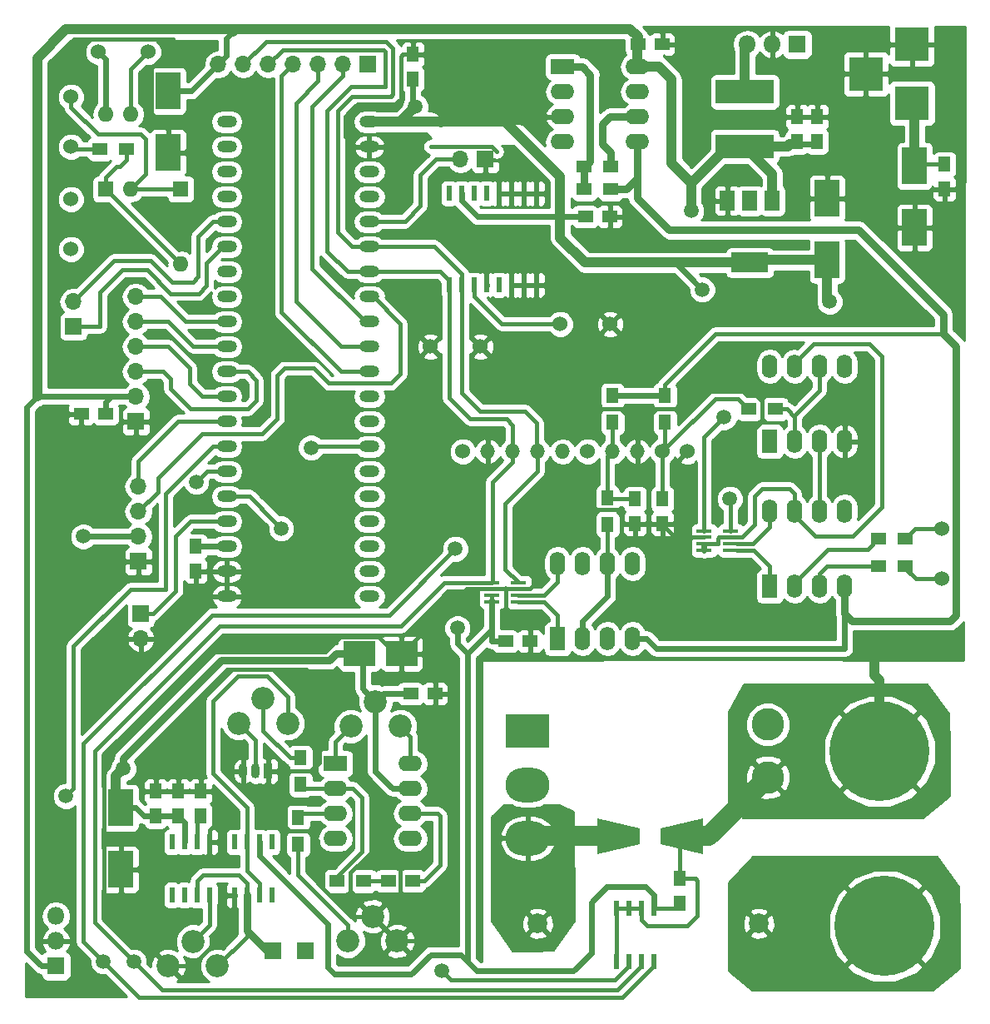
<source format=gbr>
G04 #@! TF.FileFunction,Copper,L2,Bot,Signal*
%FSLAX46Y46*%
G04 Gerber Fmt 4.6, Leading zero omitted, Abs format (unit mm)*
G04 Created by KiCad (PCBNEW 4.0.7) date 04/22/18 17:19:42*
%MOMM*%
%LPD*%
G01*
G04 APERTURE LIST*
%ADD10C,0.100000*%
%ADD11R,1.500000X1.250000*%
%ADD12C,1.524000*%
%ADD13R,1.300000X1.500000*%
%ADD14R,1.250000X1.500000*%
%ADD15R,2.500000X3.750000*%
%ADD16R,3.200000X2.500000*%
%ADD17R,1.600000X1.600000*%
%ADD18O,1.600000X1.600000*%
%ADD19C,2.000000*%
%ADD20R,1.700000X1.700000*%
%ADD21O,1.700000X1.700000*%
%ADD22C,10.160000*%
%ADD23R,3.500000X3.500000*%
%ADD24R,5.900000X2.450000*%
%ADD25R,1.500000X1.300000*%
%ADD26C,2.340000*%
%ADD27R,0.600000X1.550000*%
%ADD28O,0.900000X1.500000*%
%ADD29R,0.900000X1.500000*%
%ADD30O,1.524000X1.524000*%
%ADD31R,2.400000X1.600000*%
%ADD32O,2.400000X1.600000*%
%ADD33R,1.600000X2.400000*%
%ADD34O,1.600000X2.400000*%
%ADD35R,1.560000X0.400000*%
%ADD36R,1.800000X1.800000*%
%ADD37O,1.800000X1.800000*%
%ADD38R,0.600000X1.500000*%
%ADD39O,2.000000X1.200000*%
%ADD40R,3.800000X2.000000*%
%ADD41R,1.500000X2.000000*%
%ADD42R,4.500000X3.500000*%
%ADD43O,4.500000X3.500000*%
%ADD44C,3.300000*%
%ADD45C,1.500000*%
%ADD46C,0.400000*%
%ADD47C,1.000000*%
%ADD48C,2.000000*%
%ADD49C,0.600000*%
%ADD50C,0.800000*%
%ADD51C,0.254000*%
G04 APERTURE END LIST*
D10*
D11*
X49550000Y36830000D03*
X52050000Y36830000D03*
D12*
X46990000Y66802000D03*
X41910000Y66802000D03*
D13*
X28448000Y18876000D03*
X28448000Y16176000D03*
D14*
X67310000Y10180000D03*
X67310000Y12680000D03*
D15*
X15240000Y92787000D03*
X15240000Y86537000D03*
D11*
X8870000Y59944000D03*
X6370000Y59944000D03*
X39898000Y31496000D03*
X42398000Y31496000D03*
D16*
X34680000Y35560000D03*
X38980000Y35560000D03*
D14*
X65532000Y51288000D03*
X65532000Y48788000D03*
D11*
X40112000Y12446000D03*
X37612000Y12446000D03*
D14*
X62738000Y51288000D03*
X62738000Y48788000D03*
D11*
X57678000Y80010000D03*
X60178000Y80010000D03*
D14*
X40132000Y94000000D03*
X40132000Y96500000D03*
X18034000Y46462000D03*
X18034000Y43962000D03*
D15*
X91186000Y85167000D03*
X91186000Y78917000D03*
D14*
X94234000Y85324000D03*
X94234000Y82824000D03*
D11*
X63012000Y97536000D03*
X65512000Y97536000D03*
D14*
X81280000Y87650000D03*
X81280000Y90150000D03*
D15*
X82296000Y75615000D03*
X82296000Y81865000D03*
D14*
X79248000Y87650000D03*
X79248000Y90150000D03*
D15*
X10414000Y19889000D03*
X10414000Y13639000D03*
D14*
X13970000Y19070000D03*
X13970000Y21570000D03*
X16256000Y19070000D03*
X16256000Y21570000D03*
X18542000Y19070000D03*
X18542000Y21570000D03*
D10*
G36*
X58912000Y15218000D02*
X58912000Y18818000D01*
X63212000Y17818000D01*
X63212000Y16218000D01*
X58912000Y15218000D01*
X58912000Y15218000D01*
G37*
G36*
X69612000Y18818000D02*
X69612000Y15218000D01*
X65312000Y16218000D01*
X65312000Y17818000D01*
X69612000Y18818000D01*
X69612000Y18818000D01*
G37*
D17*
X16510000Y82804000D03*
D18*
X16510000Y75184000D03*
D19*
X75332000Y8128000D03*
X52832000Y8128000D03*
D20*
X12192000Y44958000D03*
D21*
X12192000Y47498000D03*
X12192000Y50038000D03*
X12192000Y52578000D03*
D20*
X35560000Y95504000D03*
D21*
X33020000Y95504000D03*
X30480000Y95504000D03*
X27940000Y95504000D03*
X25400000Y95504000D03*
X22860000Y95504000D03*
X20320000Y95504000D03*
D20*
X11938000Y59182000D03*
D21*
X11938000Y61722000D03*
X11938000Y64262000D03*
X11938000Y66802000D03*
X11938000Y69342000D03*
X11938000Y71882000D03*
D22*
X88138000Y7874000D03*
X87630000Y25654000D03*
D12*
X93980000Y43180000D03*
X93980000Y48260000D03*
D20*
X47498000Y85852000D03*
D21*
X44958000Y85852000D03*
D20*
X5588000Y68834000D03*
D21*
X5588000Y71374000D03*
D20*
X12446000Y39624000D03*
D21*
X12446000Y37084000D03*
D12*
X5334000Y81788000D03*
X5334000Y76708000D03*
X13208000Y96774000D03*
X8128000Y96774000D03*
X5334000Y87122000D03*
X5334000Y92202000D03*
D23*
X90932000Y91536000D03*
X90932000Y97536000D03*
X86232000Y94536000D03*
D24*
X73914000Y92691000D03*
X73914000Y87141000D03*
D13*
X28702000Y22272000D03*
X28702000Y24972000D03*
X60452000Y59102000D03*
X60452000Y61802000D03*
D25*
X35132000Y12446000D03*
X32432000Y12446000D03*
D13*
X65786000Y59102000D03*
X65786000Y61802000D03*
D25*
X77042000Y60452000D03*
X74342000Y60452000D03*
D13*
X59944000Y51388000D03*
X59944000Y48688000D03*
D25*
X90250000Y44450000D03*
X87550000Y44450000D03*
X90250000Y47244000D03*
X87550000Y47244000D03*
X11002000Y86868000D03*
X8302000Y86868000D03*
X57578000Y85090000D03*
X60278000Y85090000D03*
X57578000Y82804000D03*
X60278000Y82804000D03*
D26*
X27392000Y28488000D03*
X24892000Y30988000D03*
X22392000Y28488000D03*
X38822000Y28194000D03*
X36322000Y30694000D03*
X33822000Y28194000D03*
X38528000Y6350000D03*
X36028000Y8850000D03*
X33528000Y6350000D03*
X20240000Y3810000D03*
X17740000Y6310000D03*
X15240000Y3810000D03*
D20*
X29210000Y5334000D03*
X25908000Y5334000D03*
D27*
X64643000Y4285000D03*
X63373000Y4285000D03*
X62103000Y4285000D03*
X60833000Y4285000D03*
X60833000Y9685000D03*
X62103000Y9685000D03*
X63373000Y9685000D03*
X64643000Y9685000D03*
D28*
X24130000Y23622000D03*
X22860000Y23622000D03*
D29*
X25400000Y23622000D03*
D12*
X45212000Y56134000D03*
D30*
X47752000Y56134000D03*
X50292000Y56134000D03*
X52832000Y56134000D03*
X55372000Y56134000D03*
X60452000Y56134000D03*
X62992000Y56134000D03*
D12*
X65532000Y56134000D03*
X68072000Y56134000D03*
X57912000Y56134000D03*
D31*
X32258000Y24384000D03*
D32*
X39878000Y16764000D03*
X32258000Y21844000D03*
X39878000Y19304000D03*
X32258000Y19304000D03*
X39878000Y21844000D03*
X32258000Y16764000D03*
X39878000Y24384000D03*
D33*
X76454000Y57150000D03*
D34*
X84074000Y64770000D03*
X78994000Y57150000D03*
X81534000Y64770000D03*
X81534000Y57150000D03*
X78994000Y64770000D03*
X84074000Y57150000D03*
X76454000Y64770000D03*
D35*
X48180000Y40854000D03*
X48180000Y41504000D03*
X48180000Y42164000D03*
X48180000Y42814000D03*
X50880000Y42814000D03*
X50880000Y42164000D03*
X50880000Y41504000D03*
X50880000Y40854000D03*
D33*
X54864000Y37084000D03*
D34*
X62484000Y44704000D03*
X57404000Y37084000D03*
X59944000Y44704000D03*
X59944000Y37084000D03*
X57404000Y44704000D03*
X62484000Y37084000D03*
X54864000Y44704000D03*
D35*
X69770000Y46086000D03*
X69770000Y46736000D03*
X69770000Y47396000D03*
X69770000Y48046000D03*
X72470000Y48046000D03*
X72470000Y47396000D03*
X72470000Y46736000D03*
X72470000Y46086000D03*
D33*
X76454000Y42418000D03*
D34*
X84074000Y50038000D03*
X78994000Y42418000D03*
X81534000Y50038000D03*
X81534000Y42418000D03*
X78994000Y50038000D03*
X84074000Y42418000D03*
X76454000Y50038000D03*
D36*
X3810000Y3810000D03*
D37*
X3810000Y6350000D03*
X3810000Y8890000D03*
D38*
X43815000Y82374000D03*
X45085000Y82374000D03*
X46355000Y82374000D03*
X47625000Y82374000D03*
X48895000Y82374000D03*
X50165000Y82374000D03*
X51435000Y82374000D03*
X52705000Y82374000D03*
X52705000Y73074000D03*
X51435000Y73074000D03*
X50165000Y73074000D03*
X48895000Y73074000D03*
X47625000Y73074000D03*
X46355000Y73074000D03*
X45085000Y73074000D03*
X43815000Y73074000D03*
D39*
X35698000Y89662000D03*
X21198000Y89662000D03*
X35698000Y87122000D03*
X21198000Y87122000D03*
X35698000Y84582000D03*
X21198000Y84582000D03*
X35698000Y82042000D03*
X21198000Y82042000D03*
X35698000Y79502000D03*
X21198000Y79502000D03*
X35698000Y76962000D03*
X21198000Y76962000D03*
X35698000Y74422000D03*
X21198000Y74422000D03*
X35698000Y71882000D03*
X21198000Y71882000D03*
X35698000Y69342000D03*
X21198000Y69342000D03*
X35698000Y66802000D03*
X21198000Y66802000D03*
X35698000Y64262000D03*
X21198000Y64262000D03*
X35698000Y61722000D03*
X21198000Y61722000D03*
X35698000Y59182000D03*
X21198000Y59182000D03*
X35698000Y56642000D03*
X21198000Y56642000D03*
X35698000Y54102000D03*
X21198000Y54102000D03*
X35698000Y51562000D03*
X21198000Y51562000D03*
X35698000Y49022000D03*
X21198000Y49022000D03*
X35698000Y46482000D03*
X21198000Y46482000D03*
X35698000Y43942000D03*
X21198000Y43942000D03*
X35698000Y41402000D03*
X21198000Y41402000D03*
D17*
X8890000Y82804000D03*
D18*
X11430000Y90424000D03*
X11430000Y82804000D03*
X8890000Y90424000D03*
D31*
X55372000Y95250000D03*
D32*
X62992000Y87630000D03*
X55372000Y92710000D03*
X62992000Y90170000D03*
X55372000Y90170000D03*
X62992000Y92710000D03*
X55372000Y87630000D03*
X62992000Y95250000D03*
D40*
X74422000Y75336000D03*
D41*
X74422000Y81636000D03*
X76722000Y81636000D03*
X72122000Y81636000D03*
D36*
X79248000Y97536000D03*
D37*
X76708000Y97536000D03*
X74168000Y97536000D03*
D27*
X15621000Y16416000D03*
X16891000Y16416000D03*
X18161000Y16416000D03*
X19431000Y16416000D03*
X19431000Y11016000D03*
X18161000Y11016000D03*
X16891000Y11016000D03*
X15621000Y11016000D03*
X25781000Y11016000D03*
X24511000Y11016000D03*
X23241000Y11016000D03*
X21971000Y11016000D03*
X21971000Y16416000D03*
X23241000Y16416000D03*
X24511000Y16416000D03*
X25781000Y16416000D03*
D12*
X55118000Y69088000D03*
X60198000Y69088000D03*
D42*
X51816000Y27686000D03*
D43*
X51816000Y22236000D03*
X51816000Y16786000D03*
D44*
X76246000Y28352000D03*
X76246000Y23002000D03*
D45*
X42926000Y7620000D03*
X44662300Y38172706D03*
X68470162Y80593558D03*
X10668000Y23876000D03*
X6595807Y47477918D03*
X69586502Y72600595D03*
X40386000Y91186000D03*
X82550000Y71374000D03*
X11718372Y4246925D03*
X71789931Y59587153D03*
X8611534Y4246924D03*
X44450000Y46228000D03*
X72390000Y51308000D03*
X29759223Y56513364D03*
X4826000Y21082000D03*
X43045417Y3301135D03*
X18092602Y53027398D03*
X26737795Y48295255D03*
D46*
X35698000Y51562000D02*
X36476000Y51562000D01*
X41930000Y87122000D02*
X48132000Y87122000D01*
X48132000Y87122000D02*
X48641000Y86613000D01*
X55118000Y69088000D02*
X49191000Y69088000D01*
X49191000Y69088000D02*
X46355000Y71924000D01*
X46355000Y71924000D02*
X46355000Y73074000D01*
X30480000Y12187998D02*
X33817998Y8850000D01*
X33817998Y8850000D02*
X34373371Y8850000D01*
X30480000Y16510000D02*
X30480000Y12187998D01*
X34373371Y8850000D02*
X36028000Y8850000D01*
X29464000Y17526000D02*
X30480000Y16510000D01*
X27587998Y17526000D02*
X29464000Y17526000D01*
X27178000Y20694000D02*
X27178000Y17935998D01*
X27178000Y17935998D02*
X27587998Y17526000D01*
X25400000Y22472000D02*
X27178000Y20694000D01*
X38812001Y14019999D02*
X36830000Y16002000D01*
X36830000Y16002000D02*
X36830000Y16256000D01*
X38748001Y10019999D02*
X38812001Y10083999D01*
X38812001Y10083999D02*
X38812001Y14019999D01*
X36028000Y8850000D02*
X37197999Y10019999D01*
X37197999Y10019999D02*
X38748001Y10019999D01*
X34544000Y13970000D02*
X36830000Y16256000D01*
X34445998Y13970000D02*
X34544000Y13970000D01*
X33782000Y10414000D02*
X33782000Y13306002D01*
X33782000Y13306002D02*
X34445998Y13970000D01*
X34176001Y10019999D02*
X33782000Y10414000D01*
X36028000Y8850000D02*
X34858001Y10019999D01*
X34858001Y10019999D02*
X34176001Y10019999D01*
X38528000Y6350000D02*
X41656000Y6350000D01*
X41656000Y6350000D02*
X42926000Y7620000D01*
X16256000Y21570000D02*
X16256000Y28956000D01*
X16256000Y28956000D02*
X21232817Y33932817D01*
X21232817Y33932817D02*
X29295585Y33932817D01*
X29295585Y33932817D02*
X30607999Y32620403D01*
X30607999Y32620403D02*
X30607999Y31115999D01*
X48180000Y42164000D02*
X45584000Y42164000D01*
X45584000Y42164000D02*
X38980000Y35560000D01*
X38340002Y35560000D02*
X38980000Y35560000D01*
X36640001Y37260001D02*
X38340002Y35560000D01*
X15240000Y3810000D02*
X8714000Y10336000D01*
X32719999Y37260001D02*
X36640001Y37260001D01*
X8714000Y24970000D02*
X19480019Y35736019D01*
X8714000Y10336000D02*
X8714000Y24970000D01*
X19480019Y35736019D02*
X31196017Y35736019D01*
X31196017Y35736019D02*
X32719999Y37260001D01*
X61312002Y60452000D02*
X57404000Y60452000D01*
X62992000Y56134000D02*
X62992000Y58772002D01*
X62992000Y58772002D02*
X61312002Y60452000D01*
X75692000Y61214000D02*
X75692000Y59198002D01*
X75692000Y59198002D02*
X73914000Y57420002D01*
X74676000Y62230000D02*
X75692000Y61214000D01*
X69850000Y62230000D02*
X74676000Y62230000D01*
X68072000Y60452000D02*
X69850000Y62230000D01*
X64925998Y60452000D02*
X68072000Y60452000D01*
X62992000Y56134000D02*
X62992000Y58518002D01*
X62992000Y58518002D02*
X64925998Y60452000D01*
X61468000Y49829998D02*
X61468000Y49033000D01*
X61468000Y49033000D02*
X61713000Y48788000D01*
X61713000Y48788000D02*
X62738000Y48788000D01*
X61109999Y50187999D02*
X61468000Y49829998D01*
X53340000Y49784000D02*
X53743999Y50187999D01*
X53743999Y50187999D02*
X61109999Y50187999D01*
X53340000Y43434000D02*
X53340000Y49784000D01*
X52070000Y42164000D02*
X53340000Y43434000D01*
X50880000Y42164000D02*
X52070000Y42164000D01*
X29718000Y23622000D02*
X30607999Y24511999D01*
X30607999Y24511999D02*
X30607999Y31115999D01*
X26250000Y23622000D02*
X29718000Y23622000D01*
X25400000Y23622000D02*
X26250000Y23622000D01*
X50165000Y82374000D02*
X51435000Y82374000D01*
X52705000Y82374000D02*
X51435000Y82374000D01*
X48895000Y82374000D02*
X50165000Y82374000D01*
X47625000Y73074000D02*
X47625000Y74547294D01*
X47625000Y74547294D02*
X47647611Y74569905D01*
X47647611Y74569905D02*
X50165000Y74569905D01*
X50165000Y74569905D02*
X50165000Y73074000D01*
X52705000Y73074000D02*
X51435000Y73074000D01*
X50165000Y73074000D02*
X51435000Y73074000D01*
X39858000Y87122000D02*
X35698000Y87122000D01*
X69088000Y12446000D02*
X68854000Y12680000D01*
X68854000Y12680000D02*
X67310000Y12680000D01*
X69088000Y8890000D02*
X69088000Y12446000D01*
X68072000Y7874000D02*
X69088000Y8890000D01*
X64009000Y7874000D02*
X68072000Y7874000D01*
X63373000Y9685000D02*
X63373000Y8510000D01*
X63373000Y8510000D02*
X64009000Y7874000D01*
X69770000Y47396000D02*
X66799000Y47396000D01*
X66799000Y47396000D02*
X65532000Y48663000D01*
X65532000Y48663000D02*
X65532000Y48788000D01*
X48180000Y42164000D02*
X49420002Y42164000D01*
X49420002Y42164000D02*
X49560001Y42024001D01*
X49700000Y42164000D02*
X49560001Y42164000D01*
X38906999Y96310999D02*
X39096000Y96500000D01*
X39096000Y96500000D02*
X40132000Y96500000D01*
X38354000Y91440000D02*
X38906999Y91992999D01*
X38906999Y91992999D02*
X38906999Y96310999D01*
X34544000Y91440000D02*
X38354000Y91440000D01*
X33274000Y90170000D02*
X34544000Y91440000D01*
X33274000Y88146000D02*
X33274000Y90170000D01*
X35698000Y87122000D02*
X34298000Y87122000D01*
X34298000Y87122000D02*
X33274000Y88146000D01*
X67310000Y12680000D02*
X67310000Y16866000D01*
X67310000Y16866000D02*
X67462000Y17018000D01*
X13970000Y21570000D02*
X16256000Y21570000D01*
X18542000Y21570000D02*
X16256000Y21570000D01*
X20574000Y20563000D02*
X20574000Y18734000D01*
X20574000Y18734000D02*
X19431000Y17591000D01*
X19431000Y17591000D02*
X19431000Y16416000D01*
X18542000Y21570000D02*
X19567000Y21570000D01*
X19567000Y21570000D02*
X20574000Y20563000D01*
X19050000Y14224000D02*
X19431000Y14605000D01*
X19431000Y14605000D02*
X19431000Y16416000D01*
X12649000Y14224000D02*
X19050000Y14224000D01*
X10414000Y13639000D02*
X12064000Y13639000D01*
X12064000Y13639000D02*
X12649000Y14224000D01*
X3302000Y95758000D02*
X3302000Y71120000D01*
X5612259Y98068259D02*
X3302000Y95758000D01*
X15709998Y97282000D02*
X15709998Y98068259D01*
X13489999Y90562001D02*
X13489999Y95062001D01*
X15240000Y88812000D02*
X13489999Y90562001D01*
X15240000Y86537000D02*
X15240000Y88812000D01*
X15709998Y98068259D02*
X5612259Y98068259D01*
X13489999Y95062001D02*
X15709998Y97282000D01*
X24892000Y91440000D02*
X24892000Y87376000D01*
X24130000Y92202000D02*
X24892000Y91440000D01*
X20828000Y92202000D02*
X24130000Y92202000D01*
X18796000Y90170000D02*
X20828000Y92202000D01*
X18796000Y88443000D02*
X18796000Y90170000D01*
X15240000Y86537000D02*
X16890000Y86537000D01*
X16890000Y86537000D02*
X18796000Y88443000D01*
X21971000Y11016000D02*
X21971000Y8088040D01*
X17946960Y4064000D02*
X17862152Y4064000D01*
X21971000Y8088040D02*
X17946960Y4064000D01*
X17862152Y4064000D02*
X17772260Y3974108D01*
X15240000Y3810000D02*
X17608152Y3810000D01*
X17608152Y3810000D02*
X17862152Y4064000D01*
X21198000Y41402000D02*
X21198000Y43942000D01*
D47*
X87122000Y33346204D02*
X87122000Y36322000D01*
X87630000Y25654000D02*
X87630000Y32838204D01*
X87630000Y32838204D02*
X87122000Y33346204D01*
D46*
X60833000Y4285000D02*
X60833000Y9685000D01*
X63373000Y9685000D02*
X62103000Y9685000D01*
X60833000Y9685000D02*
X62103000Y9685000D01*
X49700000Y42164000D02*
X49560001Y42024001D01*
X49560001Y42024001D02*
X49560001Y40173999D01*
X49560001Y40173999D02*
X49475530Y40089528D01*
X49475530Y40089528D02*
X49475530Y39424470D01*
X49475530Y39424470D02*
X49530000Y39370000D01*
X50880000Y42164000D02*
X49700000Y42164000D01*
X24518000Y21590000D02*
X23622000Y21590000D01*
X22860000Y23622000D02*
X22860000Y22352000D01*
X22860000Y22352000D02*
X23622000Y21590000D01*
X25400000Y23622000D02*
X25400000Y22472000D01*
X25400000Y22472000D02*
X24518000Y21590000D01*
D48*
X67462000Y17018000D02*
X70262000Y17018000D01*
X70262000Y17018000D02*
X76246000Y23002000D01*
D49*
X24511000Y16416000D02*
X24511000Y15041000D01*
X32124388Y2989621D02*
X39965106Y2989621D01*
X24511000Y15041000D02*
X31452138Y8099862D01*
X39965106Y2989621D02*
X41934942Y4959457D01*
X31452138Y8099862D02*
X31452138Y3661871D01*
X31452138Y3661871D02*
X32124388Y2989621D01*
X41934942Y4959457D02*
X44985324Y4959457D01*
X44985324Y4959457D02*
X45880781Y4064000D01*
X45880781Y4064000D02*
X46642781Y3302000D01*
X45699849Y35539849D02*
X45699849Y4244932D01*
X45699849Y4244932D02*
X45880781Y4064000D01*
X59846804Y11877077D02*
X63825923Y11877077D01*
X58267100Y5127432D02*
X58267100Y10297373D01*
X46642781Y3302000D02*
X56441668Y3302000D01*
X56441668Y3302000D02*
X58267100Y5127432D01*
X58267100Y10297373D02*
X59846804Y11877077D01*
X63825923Y11877077D02*
X64643000Y11060000D01*
X64643000Y11060000D02*
X64643000Y9685000D01*
D47*
X62992000Y95250000D02*
X65192000Y95250000D01*
X65192000Y95250000D02*
X66445563Y93996437D01*
X66445563Y93996437D02*
X66445563Y85446761D01*
X66445563Y85446761D02*
X68470162Y83422162D01*
D49*
X81046000Y87376000D02*
X79014000Y87376000D01*
X79014000Y87376000D02*
X78994000Y87356000D01*
X44662300Y37112046D02*
X44662300Y38172706D01*
X45699849Y35539849D02*
X44662300Y36577398D01*
X44662300Y36577398D02*
X44662300Y37112046D01*
X11938000Y61722000D02*
X9398000Y61722000D01*
X9398000Y61722000D02*
X1898389Y61722000D01*
X8870000Y59944000D02*
X8870000Y61169000D01*
X8870000Y61169000D02*
X9398000Y61697000D01*
X9398000Y61697000D02*
X9398000Y61722000D01*
X49550000Y36830000D02*
X48200000Y36830000D01*
X48200000Y36830000D02*
X48180000Y36850000D01*
X48180000Y36850000D02*
X48180000Y38020000D01*
X45699849Y35539849D02*
X48180000Y38020000D01*
X48180000Y38020000D02*
X48180000Y40974000D01*
D47*
X68470162Y83422162D02*
X68470162Y80593558D01*
X72189000Y87141000D02*
X68470162Y83422162D01*
X73914000Y87141000D02*
X72189000Y87141000D01*
D49*
X1898389Y61722000D02*
X809236Y60632847D01*
X809236Y60632847D02*
X809236Y5310764D01*
X2310000Y3810000D02*
X3810000Y3810000D01*
X809236Y5310764D02*
X2310000Y3810000D01*
D46*
X78994000Y50038000D02*
X78994000Y49638000D01*
X78994000Y49638000D02*
X81091304Y47540696D01*
X87884000Y65786000D02*
X86614000Y67056000D01*
X81091304Y47540696D02*
X84910447Y47540696D01*
X84910447Y47540696D02*
X87884000Y50514249D01*
X87884000Y50514249D02*
X87884000Y65786000D01*
X86614000Y67056000D02*
X80880000Y67056000D01*
X80880000Y67056000D02*
X78994000Y65170000D01*
X78994000Y65170000D02*
X78994000Y64770000D01*
D47*
X63012000Y97536000D02*
X63012000Y98278000D01*
X63012000Y98278000D02*
X62191578Y99098422D01*
X62191578Y99098422D02*
X21844000Y99098422D01*
X21844000Y99098422D02*
X21844000Y98806000D01*
X4834270Y99068270D02*
X1898389Y96132389D01*
X21844000Y98806000D02*
X21581730Y99068270D01*
X21581730Y99068270D02*
X4834270Y99068270D01*
X1898389Y96132389D02*
X1898389Y61722000D01*
D49*
X15240000Y92787000D02*
X17603000Y92787000D01*
X17603000Y92787000D02*
X20320000Y95504000D01*
X20320000Y95504000D02*
X21169999Y96353999D01*
X21169999Y96353999D02*
X21169999Y98131999D01*
X21169999Y98131999D02*
X21844000Y98806000D01*
D47*
X76722000Y81636000D02*
X76722000Y84333000D01*
X76722000Y84333000D02*
X73914000Y87141000D01*
X62992000Y95250000D02*
X62992000Y97516000D01*
X62992000Y97516000D02*
X63012000Y97536000D01*
X78500000Y87390000D02*
X78486000Y87376000D01*
X73914000Y87141000D02*
X78251000Y87141000D01*
X78251000Y87141000D02*
X78486000Y87376000D01*
D46*
X72470000Y47396000D02*
X73650000Y47396000D01*
X73650000Y47396000D02*
X74930000Y48676000D01*
X74930000Y48676000D02*
X74930000Y51562000D01*
X75692000Y52324000D02*
X78486000Y52324000D01*
X74930000Y51562000D02*
X75692000Y52324000D01*
X78486000Y52324000D02*
X78994000Y51816000D01*
X78994000Y51816000D02*
X78994000Y50038000D01*
X69770000Y46736000D02*
X71151610Y46736000D01*
X71151610Y46736000D02*
X71151610Y47257610D01*
X71151610Y47257610D02*
X71290000Y47396000D01*
X71290000Y47396000D02*
X72470000Y47396000D01*
D49*
X69770000Y46086000D02*
X69770000Y46645999D01*
D46*
X67564000Y9632000D02*
X64696000Y9632000D01*
X64696000Y9632000D02*
X64643000Y9685000D01*
X48180000Y40854000D02*
X48180000Y41363999D01*
D49*
X39898000Y31496000D02*
X37124000Y31496000D01*
X37124000Y31496000D02*
X36322000Y30694000D01*
D50*
X10668000Y23876000D02*
X10668000Y24936660D01*
X10668000Y24936660D02*
X20617348Y34886008D01*
X20617348Y34886008D02*
X31606008Y34886008D01*
X31606008Y34886008D02*
X32280000Y35560000D01*
X32280000Y35560000D02*
X34680000Y35560000D01*
D49*
X16891000Y18435000D02*
X16256000Y19070000D01*
D47*
X10668000Y23876000D02*
X9918001Y23126001D01*
X9918001Y23126001D02*
X9918001Y21061228D01*
X9918001Y21061228D02*
X9667990Y20811217D01*
X9667990Y20811217D02*
X9667990Y19889000D01*
D49*
X6615889Y47498000D02*
X6595807Y47477918D01*
X12192000Y47498000D02*
X6615889Y47498000D01*
D46*
X10668000Y19772000D02*
X10668000Y20397000D01*
D49*
X13970000Y19070000D02*
X12745000Y19070000D01*
X12745000Y19070000D02*
X11926000Y19889000D01*
X11926000Y19889000D02*
X11468010Y19889000D01*
X16891000Y16416000D02*
X16891000Y18435000D01*
X40152000Y22118000D02*
X39878000Y21844000D01*
X36322000Y30694000D02*
X35011708Y32004292D01*
X35011708Y32004292D02*
X35011708Y35228292D01*
X35011708Y35228292D02*
X34680000Y35560000D01*
X13970000Y19070000D02*
X16256000Y19070000D01*
X39878000Y21844000D02*
X38078000Y21844000D01*
X38078000Y21844000D02*
X36322000Y23600000D01*
X36322000Y23600000D02*
X36322000Y30694000D01*
D46*
X42926000Y19050000D02*
X42672000Y19304000D01*
X42672000Y19304000D02*
X39878000Y19304000D01*
X42926000Y14110000D02*
X42926000Y19050000D01*
X40112000Y12446000D02*
X41262000Y12446000D01*
X41262000Y12446000D02*
X42926000Y14110000D01*
D49*
X65786000Y61802000D02*
X60452000Y61802000D01*
D50*
X62992000Y86030000D02*
X62992000Y81862467D01*
X62992000Y81862467D02*
X66208928Y78645539D01*
X66208928Y78645539D02*
X85527472Y78645539D01*
X85527472Y78645539D02*
X94134002Y70039009D01*
X94134002Y70039009D02*
X94134002Y68072000D01*
X94134002Y68072000D02*
X95392001Y66814001D01*
D46*
X65786000Y61802000D02*
X65786000Y62952000D01*
X65786000Y62952000D02*
X70906000Y68072000D01*
X70906000Y68072000D02*
X94134002Y68072000D01*
D49*
X84074000Y36068000D02*
X84074000Y39624000D01*
X64900000Y36068000D02*
X84074000Y36068000D01*
X62484000Y37084000D02*
X63884000Y37084000D01*
X63884000Y37084000D02*
X64900000Y36068000D01*
D50*
X95392001Y66814001D02*
X95392001Y39481999D01*
X84074000Y39624000D02*
X84074000Y42418000D01*
X95392001Y39481999D02*
X94772002Y38862000D01*
X94772002Y38862000D02*
X84836000Y38862000D01*
X84836000Y38862000D02*
X84074000Y39624000D01*
X60278000Y82804000D02*
X61828000Y82804000D01*
X61828000Y82804000D02*
X62992000Y83968000D01*
X62992000Y83968000D02*
X62992000Y86030000D01*
X62992000Y86030000D02*
X62992000Y87630000D01*
D46*
X60452000Y59102000D02*
X60452000Y56134000D01*
X62738000Y51288000D02*
X60044000Y51288000D01*
X60044000Y51288000D02*
X59944000Y51388000D01*
X59944000Y51388000D02*
X59944000Y55626000D01*
X59944000Y55626000D02*
X60452000Y56134000D01*
X19812000Y30734000D02*
X19812000Y23368000D01*
X22352000Y33274000D02*
X19812000Y30734000D01*
X23241000Y19939000D02*
X23241000Y17591000D01*
X27392000Y31179181D02*
X25297181Y33274000D01*
X19812000Y23368000D02*
X23241000Y19939000D01*
X23241000Y17591000D02*
X23241000Y16416000D01*
X27392000Y28488000D02*
X27392000Y31179181D01*
X25297181Y33274000D02*
X22352000Y33274000D01*
X23241000Y13461000D02*
X23241000Y16416000D01*
X24511000Y11016000D02*
X24511000Y12191000D01*
X24511000Y12191000D02*
X23241000Y13461000D01*
D47*
X38862000Y89662000D02*
X43061940Y89662000D01*
X43061940Y89662000D02*
X43080962Y89681022D01*
X55118000Y80010000D02*
X55118000Y84097235D01*
X55118000Y84097235D02*
X49534213Y89681022D01*
X49534213Y89681022D02*
X43080962Y89681022D01*
X43080962Y89681022D02*
X42962251Y89562311D01*
D49*
X68836503Y73350594D02*
X69586502Y72600595D01*
X66851097Y75336000D02*
X68836503Y73350594D01*
X66040000Y75336000D02*
X66851097Y75336000D01*
X57678000Y80010000D02*
X55118000Y80010000D01*
D47*
X55118000Y77865898D02*
X55118000Y80010000D01*
D49*
X45085000Y82374000D02*
X45085000Y81603998D01*
X45085000Y81603998D02*
X46678998Y80010000D01*
X46678998Y80010000D02*
X55118000Y80010000D01*
X40132000Y94000000D02*
X40132000Y91440000D01*
X40132000Y91440000D02*
X40386000Y91186000D01*
D47*
X66040000Y75336000D02*
X57647898Y75336000D01*
X57647898Y75336000D02*
X55118000Y77865898D01*
D49*
X18034000Y46462000D02*
X21178000Y46462000D01*
X21178000Y46462000D02*
X21198000Y46482000D01*
D47*
X35698000Y89662000D02*
X38862000Y89662000D01*
X38862000Y89662000D02*
X40386000Y91186000D01*
D49*
X8890000Y90424000D02*
X8889999Y96012001D01*
X8889999Y96012001D02*
X8128000Y96774000D01*
D47*
X74422000Y75336000D02*
X66040000Y75336000D01*
X82296000Y75615000D02*
X82296000Y71628000D01*
X82296000Y71628000D02*
X82550000Y71374000D01*
X82296000Y75615000D02*
X74701000Y75615000D01*
X74701000Y75615000D02*
X74422000Y75336000D01*
D48*
X61062000Y17018000D02*
X52048000Y17018000D01*
X52048000Y17018000D02*
X51816000Y16786000D01*
D46*
X12954000Y87884000D02*
X12954000Y84328000D01*
X12954000Y84328000D02*
X11430000Y82804000D01*
X12446000Y88392000D02*
X12954000Y87884000D01*
X8066370Y88392000D02*
X12446000Y88392000D01*
X5334000Y92202000D02*
X5334000Y91124370D01*
X5334000Y91124370D02*
X8066370Y88392000D01*
X16510000Y82804000D02*
X11430000Y82804000D01*
X16510000Y75184000D02*
X8890000Y82804000D01*
X9976000Y85090000D02*
X10274000Y85090000D01*
X10274000Y85090000D02*
X11002000Y85818000D01*
X11002000Y85818000D02*
X11002000Y86868000D01*
X8890000Y82804000D02*
X8890000Y84004000D01*
X8890000Y84004000D02*
X9976000Y85090000D01*
X48180000Y42814000D02*
X43318869Y42814000D01*
X7731127Y25688843D02*
X7731127Y8234170D01*
X43318869Y42814000D02*
X38907117Y38402248D01*
X38907117Y38402248D02*
X20444532Y38402248D01*
X20444532Y38402248D02*
X7731127Y25688843D01*
X7731127Y8234170D02*
X10968373Y4996924D01*
X10968373Y4996924D02*
X11718372Y4246925D01*
X63373000Y3810000D02*
X60948989Y1385989D01*
X12468371Y3496926D02*
X11718372Y4246925D01*
X63373000Y4285000D02*
X63373000Y3810000D01*
X14579308Y1385989D02*
X12468371Y3496926D01*
X60948989Y1385989D02*
X14579308Y1385989D01*
X50292000Y56134000D02*
X50292000Y58796862D01*
X50292000Y58796862D02*
X49652862Y59436000D01*
X49652862Y59436000D02*
X45974000Y59436000D01*
X45974000Y59436000D02*
X43815000Y61595000D01*
X43815000Y61595000D02*
X43815000Y71924000D01*
X43815000Y71924000D02*
X43815000Y73074000D01*
X71039932Y58837154D02*
X71789931Y59587153D01*
X69770000Y48046000D02*
X69770000Y57567222D01*
X69770000Y57567222D02*
X71039932Y58837154D01*
X35698000Y74422000D02*
X42917000Y74422000D01*
X42917000Y74422000D02*
X43815000Y73524000D01*
X43815000Y73524000D02*
X43815000Y73074000D01*
X35698000Y74422000D02*
X33462283Y74422000D01*
X31407255Y90820027D02*
X33805228Y93218000D01*
X33462283Y74422000D02*
X31407255Y76477028D01*
X31407255Y76477028D02*
X31407255Y90820027D01*
X26901978Y97005978D02*
X25400000Y95504000D01*
X33805228Y93218000D02*
X37306977Y93218000D01*
X37306977Y93218000D02*
X37306977Y96799408D01*
X37306977Y96799408D02*
X37100407Y97005978D01*
X37100407Y97005978D02*
X26901978Y97005978D01*
X48260000Y53024370D02*
X48260000Y42894000D01*
X48260000Y42894000D02*
X48230001Y42864001D01*
X50292000Y56134000D02*
X50292000Y55056370D01*
X50292000Y55056370D02*
X48260000Y53024370D01*
X7861535Y4996923D02*
X8611534Y4246924D01*
X64643000Y4285000D02*
X64643000Y3810000D01*
X6604000Y26416000D02*
X6604000Y6254458D01*
X6604000Y6254458D02*
X7861535Y4996923D01*
X19699729Y39511729D02*
X6604000Y26416000D01*
X44450000Y46228000D02*
X37733729Y39511729D01*
X9361533Y3496925D02*
X8611534Y4246924D01*
X37733729Y39511729D02*
X19699729Y39511729D01*
X64643000Y3810000D02*
X61418978Y585978D01*
X12272480Y585978D02*
X9361533Y3496925D01*
X61418978Y585978D02*
X12272480Y585978D01*
X46990000Y60198000D02*
X45085000Y62103000D01*
X52832000Y56134000D02*
X52701749Y56264251D01*
X52701749Y56264251D02*
X52701749Y59058251D01*
X52701749Y59058251D02*
X51562000Y60198000D01*
X45085000Y62103000D02*
X45085000Y66040000D01*
X51562000Y60198000D02*
X46990000Y60198000D01*
X45085000Y66040000D02*
X45085000Y73074000D01*
X35698000Y76962000D02*
X42347000Y76962000D01*
X42347000Y76962000D02*
X45085000Y74224000D01*
X45085000Y74224000D02*
X45085000Y73074000D01*
X22860000Y95504000D02*
X25161989Y97805989D01*
X25161989Y97805989D02*
X37431782Y97805989D01*
X37431782Y97805989D02*
X38106988Y97130783D01*
X38106988Y97130783D02*
X38106988Y92462988D01*
X38106988Y92462988D02*
X37884011Y92240011D01*
X33924807Y76962000D02*
X35698000Y76962000D01*
X37884011Y92240011D02*
X33958625Y92240011D01*
X33958625Y92240011D02*
X32473989Y90755375D01*
X32473989Y90755375D02*
X32473989Y78412818D01*
X32473989Y78412818D02*
X33924807Y76962000D01*
X36098000Y76962000D02*
X35698000Y76962000D01*
X72470000Y48046000D02*
X72470000Y51228000D01*
X72470000Y51228000D02*
X72390000Y51308000D01*
X49530000Y50800000D02*
X49530000Y44164000D01*
X49530000Y44164000D02*
X50829990Y42864010D01*
X52832000Y54102000D02*
X49530000Y50800000D01*
X52832000Y56134000D02*
X52832000Y54102000D01*
X21198000Y59182000D02*
X16232450Y59182000D01*
X12192000Y55141550D02*
X12192000Y52578000D01*
X16232450Y59182000D02*
X12192000Y55141550D01*
X21198000Y64262000D02*
X23301793Y64262000D01*
X23301793Y64262000D02*
X24201324Y63362469D01*
X24201324Y63362469D02*
X24201324Y61285324D01*
X24201324Y61285324D02*
X23368000Y60452000D01*
X23368000Y60452000D02*
X17526000Y60452000D01*
X17526000Y60452000D02*
X15494000Y62484000D01*
X15494000Y62484000D02*
X15494000Y63500000D01*
X15494000Y63500000D02*
X14732000Y64262000D01*
X14732000Y64262000D02*
X11938000Y64262000D01*
X11938000Y66802000D02*
X15240000Y66802000D01*
X15240000Y66802000D02*
X17397899Y64644101D01*
X17397899Y64644101D02*
X17397899Y63036478D01*
X17397899Y63036478D02*
X18712377Y61722000D01*
X18712377Y61722000D02*
X21198000Y61722000D01*
X15240000Y69342000D02*
X17780000Y66802000D01*
X17780000Y66802000D02*
X21198000Y66802000D01*
X11938000Y69342000D02*
X15240000Y69342000D01*
X11938000Y71882000D02*
X14463036Y71882000D01*
X14463036Y71882000D02*
X17003036Y69342000D01*
X17003036Y69342000D02*
X21198000Y69342000D01*
X93980000Y43180000D02*
X91319488Y43180000D01*
X91319488Y43180000D02*
X90250000Y44249488D01*
X90250000Y44249488D02*
X90250000Y44450000D01*
X93980000Y48260000D02*
X91266000Y48260000D01*
X91266000Y48260000D02*
X90250000Y47244000D01*
X44958000Y85852000D02*
X42484390Y85852000D01*
X42484390Y85852000D02*
X40894000Y84261610D01*
X40894000Y84261610D02*
X40894000Y81093919D01*
X40894000Y81093919D02*
X39302081Y79502000D01*
X39302081Y79502000D02*
X35698000Y79502000D01*
X29887859Y56642000D02*
X29759223Y56513364D01*
X35698000Y56642000D02*
X29887859Y56642000D01*
X11430000Y90424000D02*
X11430000Y94996000D01*
X11430000Y94996000D02*
X13208000Y96774000D01*
X24130000Y23622000D02*
X24130000Y26750000D01*
X24130000Y26750000D02*
X22392000Y28488000D01*
X24892000Y30988000D02*
X24892000Y27732000D01*
X24892000Y27732000D02*
X27652000Y24972000D01*
X27652000Y24972000D02*
X28702000Y24972000D01*
X78994000Y59779659D02*
X78994000Y59182000D01*
X78994000Y59182000D02*
X78994000Y57150000D01*
X77042000Y60452000D02*
X78192000Y60452000D01*
X78192000Y60452000D02*
X78994000Y59650000D01*
X78994000Y59650000D02*
X78994000Y59182000D01*
X81534000Y64770000D02*
X81534000Y62319659D01*
X81534000Y62319659D02*
X78994000Y59779659D01*
X87550000Y44450000D02*
X87537903Y44462097D01*
X87537903Y44462097D02*
X82281973Y44462097D01*
X82281973Y44462097D02*
X81534000Y43714124D01*
X81534000Y43714124D02*
X81534000Y42418000D01*
D49*
X57404000Y37084000D02*
X57404000Y38884000D01*
X57404000Y38884000D02*
X59944000Y41424000D01*
X59944000Y41424000D02*
X59944000Y44704000D01*
D46*
X59944000Y44704000D02*
X59944000Y48688000D01*
X4826000Y21082000D02*
X5575999Y21831999D01*
X5575999Y21831999D02*
X5575999Y36309999D01*
X5575999Y36309999D02*
X11370526Y42104526D01*
X14986000Y51830000D02*
X19798000Y56642000D01*
X11370526Y42104526D02*
X14926526Y42104526D01*
X14926526Y42104526D02*
X14986000Y42164000D01*
X14986000Y42164000D02*
X14986000Y51830000D01*
X19798000Y56642000D02*
X21198000Y56642000D01*
X32258000Y19304000D02*
X28876000Y19304000D01*
X28876000Y19304000D02*
X28448000Y18876000D01*
X39878000Y24384000D02*
X39878000Y27138000D01*
X39878000Y27138000D02*
X38822000Y28194000D01*
X32258000Y24384000D02*
X32258000Y26630000D01*
X32258000Y26630000D02*
X33822000Y28194000D01*
D50*
X25274000Y5334000D02*
X23241000Y7367000D01*
X23241000Y7367000D02*
X23241000Y11016000D01*
D46*
X20240000Y3810000D02*
X23241000Y6811000D01*
X23241000Y6811000D02*
X23241000Y11016000D01*
X18161000Y11016000D02*
X18161000Y12452952D01*
X18799009Y13090961D02*
X22393799Y13090961D01*
X18161000Y12452952D02*
X18799009Y13090961D01*
X22393799Y13090961D02*
X23241000Y12243760D01*
X23241000Y12243760D02*
X23241000Y11016000D01*
X43972378Y2374174D02*
X43045417Y3301135D01*
X60667174Y2374174D02*
X43972378Y2374174D01*
X62103000Y3810000D02*
X60667174Y2374174D01*
X62103000Y4285000D02*
X62103000Y3810000D01*
X19167204Y54102000D02*
X18092602Y53027398D01*
X21198000Y54102000D02*
X19167204Y54102000D01*
X25987796Y49045254D02*
X26737795Y48295255D01*
X21198000Y51562000D02*
X23471050Y51562000D01*
X23471050Y51562000D02*
X25987796Y49045254D01*
X81534000Y50038000D02*
X81534000Y57150000D01*
X29899988Y74740012D02*
X35298000Y69342000D01*
X33020000Y94301919D02*
X29899988Y91181907D01*
X35298000Y69342000D02*
X35698000Y69342000D01*
X29899988Y91181907D02*
X29899988Y74740012D01*
X33020000Y95504000D02*
X33020000Y94301919D01*
X30480000Y95504000D02*
X30480000Y93792433D01*
X30480000Y93792433D02*
X28227371Y91539804D01*
X28227371Y91539804D02*
X28227371Y71390956D01*
X28227371Y71390956D02*
X32816327Y66802000D01*
X32816327Y66802000D02*
X35698000Y66802000D01*
X27940000Y95504000D02*
X26765016Y94329016D01*
X26765016Y94329016D02*
X26765016Y70324476D01*
X32827492Y64262000D02*
X35698000Y64262000D01*
X26765016Y70324476D02*
X32827492Y64262000D01*
X66293999Y56895999D02*
X65532000Y56134000D01*
X74242000Y60452000D02*
X73192000Y61502000D01*
X74342000Y60452000D02*
X74242000Y60452000D01*
X73192000Y61502000D02*
X70900000Y61502000D01*
X70900000Y61502000D02*
X66293999Y56895999D01*
X65786000Y59102000D02*
X65786000Y56388000D01*
X65786000Y56388000D02*
X65532000Y56134000D01*
X65532000Y51288000D02*
X65532000Y56134000D01*
X35132000Y12446000D02*
X37612000Y12446000D01*
X12192000Y50038000D02*
X14185989Y52031989D01*
X14185989Y52031989D02*
X14185989Y53417375D01*
X14185989Y53417375D02*
X18680614Y57912000D01*
X38862000Y64008000D02*
X38862000Y69118000D01*
X18680614Y57912000D02*
X24759912Y57912000D01*
X24759912Y57912000D02*
X26337165Y59489253D01*
X26337165Y59489253D02*
X26337165Y63886626D01*
X27039165Y64588626D02*
X30024678Y64588626D01*
X30024678Y64588626D02*
X31551314Y63061990D01*
X31551314Y63061990D02*
X37915990Y63061990D01*
X26337165Y63886626D02*
X27039165Y64588626D01*
X37915990Y63061990D02*
X38862000Y64008000D01*
X38862000Y69118000D02*
X36098000Y71882000D01*
X36098000Y71882000D02*
X35698000Y71882000D01*
X5588000Y68834000D02*
X8279090Y68834000D01*
X20798000Y76962000D02*
X21198000Y76962000D01*
X8279090Y68834000D02*
X8279090Y72316717D01*
X8279090Y72316717D02*
X10548522Y74586149D01*
X10548522Y74586149D02*
X13090286Y74586149D01*
X19142106Y73016141D02*
X19142106Y75306106D01*
X13090286Y74586149D02*
X15478446Y72197989D01*
X15478446Y72197989D02*
X18323954Y72197989D01*
X19142106Y75306106D02*
X20798000Y76962000D01*
X18323954Y72197989D02*
X19142106Y73016141D01*
X21198000Y79502000D02*
X19798000Y79502000D01*
X18288000Y77992000D02*
X18288000Y73914000D01*
X19798000Y79502000D02*
X18288000Y77992000D01*
X18288000Y73914000D02*
X17719526Y73345526D01*
X13423136Y75524181D02*
X9738181Y75524181D01*
X17719526Y73345526D02*
X15601791Y73345526D01*
X15601791Y73345526D02*
X13423136Y75524181D01*
X9738181Y75524181D02*
X5588000Y71374000D01*
X17526000Y49022000D02*
X21198000Y49022000D01*
X16002000Y47498000D02*
X17526000Y49022000D01*
X13696000Y39624000D02*
X16002000Y41930000D01*
X12446000Y39624000D02*
X13696000Y39624000D01*
X16002000Y41930000D02*
X16002000Y47498000D01*
X8302000Y86868000D02*
X5588000Y86868000D01*
X5588000Y86868000D02*
X5334000Y87122000D01*
X32432000Y12446000D02*
X32432000Y12881961D01*
X32432000Y12881961D02*
X34968443Y15418404D01*
X34968443Y15418404D02*
X34968443Y20923728D01*
X34968443Y20923728D02*
X34048171Y21844000D01*
X34048171Y21844000D02*
X32258000Y21844000D01*
X32258000Y21844000D02*
X29130000Y21844000D01*
X29130000Y21844000D02*
X28702000Y22272000D01*
X78994000Y42818000D02*
X78994000Y42418000D01*
X82370000Y46194000D02*
X78994000Y42818000D01*
X86400000Y46194000D02*
X82370000Y46194000D01*
X87450000Y47244000D02*
X86400000Y46194000D01*
X87550000Y47244000D02*
X87450000Y47244000D01*
X28448000Y13084629D02*
X33528000Y8004629D01*
X28448000Y16176000D02*
X28448000Y13084629D01*
X33528000Y8004629D02*
X33528000Y6350000D01*
D50*
X59436000Y89408000D02*
X60198000Y90170000D01*
X60198000Y90170000D02*
X62992000Y90170000D01*
X59436000Y87382000D02*
X59436000Y89408000D01*
X60278000Y85090000D02*
X60278000Y86540000D01*
X60278000Y86540000D02*
X59436000Y87382000D01*
D46*
X17740000Y6310000D02*
X19431000Y8001000D01*
X19431000Y8001000D02*
X19431000Y11016000D01*
X54864000Y44704000D02*
X54864000Y42871436D01*
X54864000Y42871436D02*
X53496564Y41504000D01*
X53496564Y41504000D02*
X50880000Y41504000D01*
X50880000Y40854000D02*
X53477531Y40854000D01*
X53477531Y40854000D02*
X54864000Y39467531D01*
X54864000Y39467531D02*
X54864000Y37084000D01*
X73152000Y46736000D02*
X74752000Y46736000D01*
X74752000Y46736000D02*
X76454000Y48438000D01*
X76454000Y48438000D02*
X76454000Y50038000D01*
X94234000Y85324000D02*
X91343000Y85324000D01*
X91343000Y85324000D02*
X91186000Y85167000D01*
D47*
X91186000Y85167000D02*
X91186000Y91282000D01*
X91186000Y91282000D02*
X90932000Y91536000D01*
D50*
X57578000Y82804000D02*
X57578000Y85090000D01*
X55372000Y95250000D02*
X57372000Y95250000D01*
X57372000Y95250000D02*
X58166000Y94456000D01*
X58166000Y94456000D02*
X58115929Y94405929D01*
X58115929Y94405929D02*
X58115929Y85627929D01*
X58115929Y85627929D02*
X57578000Y85090000D01*
D47*
X73914000Y92691000D02*
X73914000Y97282000D01*
X73914000Y97282000D02*
X74168000Y97536000D01*
D46*
X18161000Y16416000D02*
X18161000Y19157000D01*
X74818000Y46086000D02*
X76454000Y44450000D01*
X76454000Y44450000D02*
X76454000Y42418000D01*
X73152000Y46086000D02*
X74818000Y46086000D01*
X76454000Y42418000D02*
X76454000Y42818000D01*
D51*
G36*
X95631946Y11895204D02*
X95707200Y8609133D01*
X95707200Y3590362D01*
X92994477Y1346200D01*
X74645337Y1346200D01*
X72288400Y3285763D01*
X72288400Y3777172D01*
X84220777Y3777172D01*
X84816556Y3086359D01*
X86901537Y2179735D01*
X89174758Y2140011D01*
X91290142Y2973235D01*
X91459444Y3086359D01*
X92055223Y3777172D01*
X88138000Y7694395D01*
X84220777Y3777172D01*
X72288400Y3777172D01*
X72288400Y6975468D01*
X74359073Y6975468D01*
X74457736Y6708613D01*
X75067461Y6482092D01*
X75717460Y6506144D01*
X76206264Y6708613D01*
X76253821Y6837242D01*
X82404011Y6837242D01*
X83237235Y4721858D01*
X83350359Y4552556D01*
X84041172Y3956777D01*
X87958395Y7874000D01*
X88317605Y7874000D01*
X92234828Y3956777D01*
X92925641Y4552556D01*
X93832265Y6637537D01*
X93871989Y8910758D01*
X93038765Y11026142D01*
X92925641Y11195444D01*
X92234828Y11791223D01*
X88317605Y7874000D01*
X87958395Y7874000D01*
X84041172Y11791223D01*
X83350359Y11195444D01*
X82443735Y9110463D01*
X82404011Y6837242D01*
X76253821Y6837242D01*
X76304927Y6975468D01*
X75332000Y7948395D01*
X74359073Y6975468D01*
X72288400Y6975468D01*
X72288400Y8392539D01*
X73686092Y8392539D01*
X73710144Y7742540D01*
X73912613Y7253736D01*
X74179468Y7155073D01*
X75152395Y8128000D01*
X75511605Y8128000D01*
X76484532Y7155073D01*
X76751387Y7253736D01*
X76977908Y7863461D01*
X76953856Y8513460D01*
X76751387Y9002264D01*
X76484532Y9100927D01*
X75511605Y8128000D01*
X75152395Y8128000D01*
X74179468Y9100927D01*
X73912613Y9002264D01*
X73686092Y8392539D01*
X72288400Y8392539D01*
X72288400Y9280532D01*
X74359073Y9280532D01*
X75332000Y8307605D01*
X76304927Y9280532D01*
X76206264Y9547387D01*
X75596539Y9773908D01*
X74946540Y9749856D01*
X74457736Y9547387D01*
X74359073Y9280532D01*
X72288400Y9280532D01*
X72288400Y11970828D01*
X84220777Y11970828D01*
X88138000Y8053605D01*
X92055223Y11970828D01*
X91459444Y12661641D01*
X89374463Y13568265D01*
X87101242Y13607989D01*
X84985858Y12774765D01*
X84816556Y12661641D01*
X84220777Y11970828D01*
X72288400Y11970828D01*
X72288400Y12269968D01*
X74706851Y14935200D01*
X93407559Y14935200D01*
X95631946Y11895204D01*
X95631946Y11895204D01*
G37*
X95631946Y11895204D02*
X95707200Y8609133D01*
X95707200Y3590362D01*
X92994477Y1346200D01*
X74645337Y1346200D01*
X72288400Y3285763D01*
X72288400Y3777172D01*
X84220777Y3777172D01*
X84816556Y3086359D01*
X86901537Y2179735D01*
X89174758Y2140011D01*
X91290142Y2973235D01*
X91459444Y3086359D01*
X92055223Y3777172D01*
X88138000Y7694395D01*
X84220777Y3777172D01*
X72288400Y3777172D01*
X72288400Y6975468D01*
X74359073Y6975468D01*
X74457736Y6708613D01*
X75067461Y6482092D01*
X75717460Y6506144D01*
X76206264Y6708613D01*
X76253821Y6837242D01*
X82404011Y6837242D01*
X83237235Y4721858D01*
X83350359Y4552556D01*
X84041172Y3956777D01*
X87958395Y7874000D01*
X88317605Y7874000D01*
X92234828Y3956777D01*
X92925641Y4552556D01*
X93832265Y6637537D01*
X93871989Y8910758D01*
X93038765Y11026142D01*
X92925641Y11195444D01*
X92234828Y11791223D01*
X88317605Y7874000D01*
X87958395Y7874000D01*
X84041172Y11791223D01*
X83350359Y11195444D01*
X82443735Y9110463D01*
X82404011Y6837242D01*
X76253821Y6837242D01*
X76304927Y6975468D01*
X75332000Y7948395D01*
X74359073Y6975468D01*
X72288400Y6975468D01*
X72288400Y8392539D01*
X73686092Y8392539D01*
X73710144Y7742540D01*
X73912613Y7253736D01*
X74179468Y7155073D01*
X75152395Y8128000D01*
X75511605Y8128000D01*
X76484532Y7155073D01*
X76751387Y7253736D01*
X76977908Y7863461D01*
X76953856Y8513460D01*
X76751387Y9002264D01*
X76484532Y9100927D01*
X75511605Y8128000D01*
X75152395Y8128000D01*
X74179468Y9100927D01*
X73912613Y9002264D01*
X73686092Y8392539D01*
X72288400Y8392539D01*
X72288400Y9280532D01*
X74359073Y9280532D01*
X75332000Y8307605D01*
X76304927Y9280532D01*
X76206264Y9547387D01*
X75596539Y9773908D01*
X74946540Y9749856D01*
X74457736Y9547387D01*
X74359073Y9280532D01*
X72288400Y9280532D01*
X72288400Y11970828D01*
X84220777Y11970828D01*
X88138000Y8053605D01*
X92055223Y11970828D01*
X91459444Y12661641D01*
X89374463Y13568265D01*
X87101242Y13607989D01*
X84985858Y12774765D01*
X84816556Y12661641D01*
X84220777Y11970828D01*
X72288400Y11970828D01*
X72288400Y12269968D01*
X74706851Y14935200D01*
X93407559Y14935200D01*
X95631946Y11895204D01*
G36*
X94600053Y29446185D02*
X94750620Y26133715D01*
X94750620Y21116362D01*
X92037897Y18872200D01*
X73703126Y18872200D01*
X72263000Y20619591D01*
X72263000Y21379686D01*
X74803291Y21379686D01*
X74981379Y21045334D01*
X75826426Y20710327D01*
X76735350Y20724206D01*
X77510621Y21045334D01*
X77688709Y21379686D01*
X77511223Y21557172D01*
X83712777Y21557172D01*
X84308556Y20866359D01*
X86393537Y19959735D01*
X88666758Y19920011D01*
X90782142Y20753235D01*
X90951444Y20866359D01*
X91547223Y21557172D01*
X87630000Y25474395D01*
X83712777Y21557172D01*
X77511223Y21557172D01*
X76246000Y22822395D01*
X74803291Y21379686D01*
X72263000Y21379686D01*
X72263000Y23421574D01*
X73954327Y23421574D01*
X73968206Y22512650D01*
X74289334Y21737379D01*
X74623686Y21559291D01*
X76066395Y23002000D01*
X76425605Y23002000D01*
X77868314Y21559291D01*
X78202666Y21737379D01*
X78537673Y22582426D01*
X78523794Y23491350D01*
X78202666Y24266621D01*
X77868314Y24444709D01*
X76425605Y23002000D01*
X76066395Y23002000D01*
X74623686Y24444709D01*
X74289334Y24266621D01*
X73954327Y23421574D01*
X72263000Y23421574D01*
X72263000Y24624314D01*
X74803291Y24624314D01*
X76246000Y23181605D01*
X77681637Y24617242D01*
X81896011Y24617242D01*
X82729235Y22501858D01*
X82842359Y22332556D01*
X83533172Y21736777D01*
X87450395Y25654000D01*
X87809605Y25654000D01*
X91726828Y21736777D01*
X92417641Y22332556D01*
X93324265Y24417537D01*
X93363989Y26690758D01*
X92530765Y28806142D01*
X92417641Y28975444D01*
X91726828Y29571223D01*
X87809605Y25654000D01*
X87450395Y25654000D01*
X83533172Y29571223D01*
X82842359Y28975444D01*
X81935735Y26890463D01*
X81896011Y24617242D01*
X77681637Y24617242D01*
X77688709Y24624314D01*
X77510621Y24958666D01*
X76665574Y25293673D01*
X75756650Y25279794D01*
X74981379Y24958666D01*
X74803291Y24624314D01*
X72263000Y24624314D01*
X72263000Y27899479D01*
X73960604Y27899479D01*
X74307742Y27059342D01*
X74949961Y26416001D01*
X75789491Y26067397D01*
X76698521Y26066604D01*
X77538658Y26413742D01*
X78181999Y27055961D01*
X78530603Y27895491D01*
X78531396Y28804521D01*
X78184258Y29644658D01*
X78078274Y29750828D01*
X83712777Y29750828D01*
X87630000Y25833605D01*
X91547223Y29750828D01*
X90951444Y30441641D01*
X88866463Y31348265D01*
X86593242Y31387989D01*
X84477858Y30554765D01*
X84308556Y30441641D01*
X83712777Y29750828D01*
X78078274Y29750828D01*
X77542039Y30287999D01*
X76702509Y30636603D01*
X75793479Y30637396D01*
X74953342Y30290258D01*
X74310001Y29648039D01*
X73961397Y28808509D01*
X73960604Y27899479D01*
X72263000Y27899479D01*
X72263000Y29635448D01*
X73770216Y32461200D01*
X92450002Y32461200D01*
X94600053Y29446185D01*
X94600053Y29446185D01*
G37*
X94600053Y29446185D02*
X94750620Y26133715D01*
X94750620Y21116362D01*
X92037897Y18872200D01*
X73703126Y18872200D01*
X72263000Y20619591D01*
X72263000Y21379686D01*
X74803291Y21379686D01*
X74981379Y21045334D01*
X75826426Y20710327D01*
X76735350Y20724206D01*
X77510621Y21045334D01*
X77688709Y21379686D01*
X77511223Y21557172D01*
X83712777Y21557172D01*
X84308556Y20866359D01*
X86393537Y19959735D01*
X88666758Y19920011D01*
X90782142Y20753235D01*
X90951444Y20866359D01*
X91547223Y21557172D01*
X87630000Y25474395D01*
X83712777Y21557172D01*
X77511223Y21557172D01*
X76246000Y22822395D01*
X74803291Y21379686D01*
X72263000Y21379686D01*
X72263000Y23421574D01*
X73954327Y23421574D01*
X73968206Y22512650D01*
X74289334Y21737379D01*
X74623686Y21559291D01*
X76066395Y23002000D01*
X76425605Y23002000D01*
X77868314Y21559291D01*
X78202666Y21737379D01*
X78537673Y22582426D01*
X78523794Y23491350D01*
X78202666Y24266621D01*
X77868314Y24444709D01*
X76425605Y23002000D01*
X76066395Y23002000D01*
X74623686Y24444709D01*
X74289334Y24266621D01*
X73954327Y23421574D01*
X72263000Y23421574D01*
X72263000Y24624314D01*
X74803291Y24624314D01*
X76246000Y23181605D01*
X77681637Y24617242D01*
X81896011Y24617242D01*
X82729235Y22501858D01*
X82842359Y22332556D01*
X83533172Y21736777D01*
X87450395Y25654000D01*
X87809605Y25654000D01*
X91726828Y21736777D01*
X92417641Y22332556D01*
X93324265Y24417537D01*
X93363989Y26690758D01*
X92530765Y28806142D01*
X92417641Y28975444D01*
X91726828Y29571223D01*
X87809605Y25654000D01*
X87450395Y25654000D01*
X83533172Y29571223D01*
X82842359Y28975444D01*
X81935735Y26890463D01*
X81896011Y24617242D01*
X77681637Y24617242D01*
X77688709Y24624314D01*
X77510621Y24958666D01*
X76665574Y25293673D01*
X75756650Y25279794D01*
X74981379Y24958666D01*
X74803291Y24624314D01*
X72263000Y24624314D01*
X72263000Y27899479D01*
X73960604Y27899479D01*
X74307742Y27059342D01*
X74949961Y26416001D01*
X75789491Y26067397D01*
X76698521Y26066604D01*
X77538658Y26413742D01*
X78181999Y27055961D01*
X78530603Y27895491D01*
X78531396Y28804521D01*
X78184258Y29644658D01*
X78078274Y29750828D01*
X83712777Y29750828D01*
X87630000Y25833605D01*
X91547223Y29750828D01*
X90951444Y30441641D01*
X88866463Y31348265D01*
X86593242Y31387989D01*
X84477858Y30554765D01*
X84308556Y30441641D01*
X83712777Y29750828D01*
X78078274Y29750828D01*
X77542039Y30287999D01*
X76702509Y30636603D01*
X75793479Y30637396D01*
X74953342Y30290258D01*
X74310001Y29648039D01*
X73961397Y28808509D01*
X73960604Y27899479D01*
X72263000Y27899479D01*
X72263000Y29635448D01*
X73770216Y32461200D01*
X92450002Y32461200D01*
X94600053Y29446185D01*
G36*
X50346780Y20032547D02*
X51259480Y19851000D01*
X52372520Y19851000D01*
X53285220Y20032547D01*
X53441741Y20137131D01*
X54997301Y20137131D01*
X56471411Y19518956D01*
X56571872Y8367859D01*
X54373921Y5429026D01*
X52303542Y5379731D01*
X50287932Y5379731D01*
X49157778Y6975468D01*
X51859073Y6975468D01*
X51957736Y6708613D01*
X52567461Y6482092D01*
X53217460Y6506144D01*
X53706264Y6708613D01*
X53804927Y6975468D01*
X52832000Y7948395D01*
X51859073Y6975468D01*
X49157778Y6975468D01*
X48154161Y8392539D01*
X51186092Y8392539D01*
X51210144Y7742540D01*
X51412613Y7253736D01*
X51679468Y7155073D01*
X52652395Y8128000D01*
X53011605Y8128000D01*
X53984532Y7155073D01*
X54251387Y7253736D01*
X54477908Y7863461D01*
X54453856Y8513460D01*
X54251387Y9002264D01*
X53984532Y9100927D01*
X53011605Y8128000D01*
X52652395Y8128000D01*
X51679468Y9100927D01*
X51412613Y9002264D01*
X51186092Y8392539D01*
X48154161Y8392539D01*
X48133168Y8422180D01*
X48136734Y9280532D01*
X51859073Y9280532D01*
X52832000Y8307605D01*
X53804927Y9280532D01*
X53706264Y9547387D01*
X53096539Y9773908D01*
X52446540Y9749856D01*
X51957736Y9547387D01*
X51859073Y9280532D01*
X48136734Y9280532D01*
X48165850Y16287997D01*
X48983573Y16287997D01*
X49063946Y15990633D01*
X49539747Y15189353D01*
X50285967Y14631148D01*
X51189000Y14401000D01*
X51689000Y14401000D01*
X51689000Y16659000D01*
X51943000Y16659000D01*
X51943000Y14401000D01*
X52443000Y14401000D01*
X53346033Y14631148D01*
X54092253Y15189353D01*
X54568054Y15990633D01*
X54648427Y16287997D01*
X54538625Y16659000D01*
X51943000Y16659000D01*
X51689000Y16659000D01*
X49093375Y16659000D01*
X48983573Y16287997D01*
X48165850Y16287997D01*
X48169988Y17284003D01*
X48983573Y17284003D01*
X49093375Y16913000D01*
X51689000Y16913000D01*
X51689000Y19171000D01*
X51943000Y19171000D01*
X51943000Y16913000D01*
X54538625Y16913000D01*
X54648427Y17284003D01*
X54568054Y17581367D01*
X54092253Y18382647D01*
X53346033Y18940852D01*
X52443000Y19171000D01*
X51943000Y19171000D01*
X51689000Y19171000D01*
X51189000Y19171000D01*
X50285967Y18940852D01*
X49539747Y18382647D01*
X49063946Y17581367D01*
X48983573Y17284003D01*
X48169988Y17284003D01*
X48177116Y18999296D01*
X49408349Y20137131D01*
X50190259Y20137131D01*
X50346780Y20032547D01*
X50346780Y20032547D01*
G37*
X50346780Y20032547D02*
X51259480Y19851000D01*
X52372520Y19851000D01*
X53285220Y20032547D01*
X53441741Y20137131D01*
X54997301Y20137131D01*
X56471411Y19518956D01*
X56571872Y8367859D01*
X54373921Y5429026D01*
X52303542Y5379731D01*
X50287932Y5379731D01*
X49157778Y6975468D01*
X51859073Y6975468D01*
X51957736Y6708613D01*
X52567461Y6482092D01*
X53217460Y6506144D01*
X53706264Y6708613D01*
X53804927Y6975468D01*
X52832000Y7948395D01*
X51859073Y6975468D01*
X49157778Y6975468D01*
X48154161Y8392539D01*
X51186092Y8392539D01*
X51210144Y7742540D01*
X51412613Y7253736D01*
X51679468Y7155073D01*
X52652395Y8128000D01*
X53011605Y8128000D01*
X53984532Y7155073D01*
X54251387Y7253736D01*
X54477908Y7863461D01*
X54453856Y8513460D01*
X54251387Y9002264D01*
X53984532Y9100927D01*
X53011605Y8128000D01*
X52652395Y8128000D01*
X51679468Y9100927D01*
X51412613Y9002264D01*
X51186092Y8392539D01*
X48154161Y8392539D01*
X48133168Y8422180D01*
X48136734Y9280532D01*
X51859073Y9280532D01*
X52832000Y8307605D01*
X53804927Y9280532D01*
X53706264Y9547387D01*
X53096539Y9773908D01*
X52446540Y9749856D01*
X51957736Y9547387D01*
X51859073Y9280532D01*
X48136734Y9280532D01*
X48165850Y16287997D01*
X48983573Y16287997D01*
X49063946Y15990633D01*
X49539747Y15189353D01*
X50285967Y14631148D01*
X51189000Y14401000D01*
X51689000Y14401000D01*
X51689000Y16659000D01*
X51943000Y16659000D01*
X51943000Y14401000D01*
X52443000Y14401000D01*
X53346033Y14631148D01*
X54092253Y15189353D01*
X54568054Y15990633D01*
X54648427Y16287997D01*
X54538625Y16659000D01*
X51943000Y16659000D01*
X51689000Y16659000D01*
X49093375Y16659000D01*
X48983573Y16287997D01*
X48165850Y16287997D01*
X48169988Y17284003D01*
X48983573Y17284003D01*
X49093375Y16913000D01*
X51689000Y16913000D01*
X51689000Y19171000D01*
X51943000Y19171000D01*
X51943000Y16913000D01*
X54538625Y16913000D01*
X54648427Y17284003D01*
X54568054Y17581367D01*
X54092253Y18382647D01*
X53346033Y18940852D01*
X52443000Y19171000D01*
X51943000Y19171000D01*
X51689000Y19171000D01*
X51189000Y19171000D01*
X50285967Y18940852D01*
X49539747Y18382647D01*
X49063946Y17581367D01*
X48983573Y17284003D01*
X48169988Y17284003D01*
X48177116Y18999296D01*
X49408349Y20137131D01*
X50190259Y20137131D01*
X50346780Y20032547D01*
G36*
X14659000Y63154132D02*
X14659000Y62484000D01*
X14722561Y62164459D01*
X14804693Y62041540D01*
X14903566Y61893566D01*
X16780132Y60017000D01*
X16232450Y60017000D01*
X15912909Y59953439D01*
X15775220Y59861438D01*
X15642016Y59772434D01*
X11601566Y55731984D01*
X11420561Y55461091D01*
X11357000Y55141550D01*
X11357000Y53791187D01*
X11112853Y53628054D01*
X10790946Y53146285D01*
X10677907Y52578000D01*
X10790946Y52009715D01*
X11112853Y51527946D01*
X11442026Y51308000D01*
X11112853Y51088054D01*
X10790946Y50606285D01*
X10677907Y50038000D01*
X10790946Y49469715D01*
X11112853Y48987946D01*
X11442026Y48768000D01*
X11112853Y48548054D01*
X11035977Y48433000D01*
X7599370Y48433000D01*
X7381371Y48651379D01*
X6872509Y48862677D01*
X6321522Y48863158D01*
X5812292Y48652749D01*
X5422346Y48263482D01*
X5211048Y47754620D01*
X5210567Y47203633D01*
X5420976Y46694403D01*
X5810243Y46304457D01*
X6319105Y46093159D01*
X6870092Y46092678D01*
X7379322Y46303087D01*
X7639688Y46563000D01*
X11035977Y46563000D01*
X11112853Y46447946D01*
X11156777Y46418597D01*
X10982302Y46346327D01*
X10803673Y46167699D01*
X10707000Y45934310D01*
X10707000Y45243750D01*
X10865750Y45085000D01*
X12065000Y45085000D01*
X12065000Y45105000D01*
X12319000Y45105000D01*
X12319000Y45085000D01*
X13518250Y45085000D01*
X13677000Y45243750D01*
X13677000Y45934310D01*
X13580327Y46167699D01*
X13401698Y46346327D01*
X13227223Y46418597D01*
X13271147Y46447946D01*
X13593054Y46929715D01*
X13706093Y47498000D01*
X13593054Y48066285D01*
X13271147Y48548054D01*
X12941974Y48768000D01*
X13271147Y48987946D01*
X13593054Y49469715D01*
X13706093Y50038000D01*
X13650807Y50315939D01*
X14151000Y50816132D01*
X14151000Y42939526D01*
X11370526Y42939526D01*
X11050986Y42875966D01*
X10780092Y42694960D01*
X4985565Y36900433D01*
X4804560Y36629540D01*
X4740999Y36309999D01*
X4740999Y22467075D01*
X4551715Y22467240D01*
X4042485Y22256831D01*
X3652539Y21867564D01*
X3441241Y21358702D01*
X3440760Y20807715D01*
X3651169Y20298485D01*
X4040436Y19908539D01*
X4549298Y19697241D01*
X5100285Y19696760D01*
X5609515Y19907169D01*
X5769000Y20066376D01*
X5769000Y6254458D01*
X5832561Y5934917D01*
X6010526Y5668573D01*
X6013566Y5664024D01*
X7226711Y4450879D01*
X7226294Y3972639D01*
X7436703Y3463409D01*
X7825970Y3073463D01*
X8334832Y2862165D01*
X8815845Y2861745D01*
X10967590Y710000D01*
X710000Y710000D01*
X710000Y4087710D01*
X1648855Y3148855D01*
X1952191Y2946173D01*
X2267557Y2883442D01*
X2306838Y2674683D01*
X2445910Y2458559D01*
X2658110Y2313569D01*
X2910000Y2262560D01*
X4710000Y2262560D01*
X4945317Y2306838D01*
X5161441Y2445910D01*
X5306431Y2658110D01*
X5357440Y2910000D01*
X5357440Y4710000D01*
X5313162Y4945317D01*
X5174090Y5161441D01*
X4961890Y5306431D01*
X4910854Y5316766D01*
X5047966Y5442424D01*
X5301046Y5985258D01*
X5180997Y6223000D01*
X3937000Y6223000D01*
X3937000Y6203000D01*
X3683000Y6203000D01*
X3683000Y6223000D01*
X2439003Y6223000D01*
X2318954Y5985258D01*
X2572034Y5442424D01*
X2706538Y5319156D01*
X2674683Y5313162D01*
X2458559Y5174090D01*
X2381289Y5061001D01*
X1744236Y5698054D01*
X1744236Y8920072D01*
X2275000Y8920072D01*
X2275000Y8859928D01*
X2391845Y8272509D01*
X2724591Y7774519D01*
X2962582Y7615499D01*
X2572034Y7257576D01*
X2318954Y6714742D01*
X2439003Y6477000D01*
X3683000Y6477000D01*
X3683000Y6497000D01*
X3937000Y6497000D01*
X3937000Y6477000D01*
X5180997Y6477000D01*
X5301046Y6714742D01*
X5047966Y7257576D01*
X4657418Y7615499D01*
X4895409Y7774519D01*
X5228155Y8272509D01*
X5345000Y8859928D01*
X5345000Y8920072D01*
X5228155Y9507491D01*
X4895409Y10005481D01*
X4397419Y10338227D01*
X3810000Y10455072D01*
X3222581Y10338227D01*
X2724591Y10005481D01*
X2391845Y9507491D01*
X2275000Y8920072D01*
X1744236Y8920072D01*
X1744236Y44672250D01*
X10707000Y44672250D01*
X10707000Y43981690D01*
X10803673Y43748301D01*
X10982302Y43569673D01*
X11215691Y43473000D01*
X11906250Y43473000D01*
X12065000Y43631750D01*
X12065000Y44831000D01*
X12319000Y44831000D01*
X12319000Y43631750D01*
X12477750Y43473000D01*
X13168309Y43473000D01*
X13401698Y43569673D01*
X13580327Y43748301D01*
X13677000Y43981690D01*
X13677000Y44672250D01*
X13518250Y44831000D01*
X12319000Y44831000D01*
X12065000Y44831000D01*
X10865750Y44831000D01*
X10707000Y44672250D01*
X1744236Y44672250D01*
X1744236Y59658250D01*
X4985000Y59658250D01*
X4985000Y59192690D01*
X5081673Y58959301D01*
X5260302Y58780673D01*
X5493691Y58684000D01*
X6084250Y58684000D01*
X6243000Y58842750D01*
X6243000Y59817000D01*
X5143750Y59817000D01*
X4985000Y59658250D01*
X1744236Y59658250D01*
X1744236Y60245557D01*
X2132184Y60633505D01*
X2332735Y60673397D01*
X2502754Y60787000D01*
X5022979Y60787000D01*
X4985000Y60695310D01*
X4985000Y60229750D01*
X5143750Y60071000D01*
X6243000Y60071000D01*
X6243000Y60091000D01*
X6497000Y60091000D01*
X6497000Y60071000D01*
X6517000Y60071000D01*
X6517000Y59817000D01*
X6497000Y59817000D01*
X6497000Y58842750D01*
X6655750Y58684000D01*
X7246309Y58684000D01*
X7479698Y58780673D01*
X7620936Y58921910D01*
X7655910Y58867559D01*
X7868110Y58722569D01*
X8120000Y58671560D01*
X9620000Y58671560D01*
X9855317Y58715838D01*
X10071441Y58854910D01*
X10099687Y58896250D01*
X10453000Y58896250D01*
X10453000Y58205690D01*
X10549673Y57972301D01*
X10728302Y57793673D01*
X10961691Y57697000D01*
X11652250Y57697000D01*
X11811000Y57855750D01*
X11811000Y59055000D01*
X12065000Y59055000D01*
X12065000Y57855750D01*
X12223750Y57697000D01*
X12914309Y57697000D01*
X13147698Y57793673D01*
X13326327Y57972301D01*
X13423000Y58205690D01*
X13423000Y58896250D01*
X13264250Y59055000D01*
X12065000Y59055000D01*
X11811000Y59055000D01*
X10611750Y59055000D01*
X10453000Y58896250D01*
X10099687Y58896250D01*
X10216431Y59067110D01*
X10267440Y59319000D01*
X10267440Y60569000D01*
X10226420Y60787000D01*
X10781977Y60787000D01*
X10858853Y60671946D01*
X10902777Y60642597D01*
X10728302Y60570327D01*
X10549673Y60391699D01*
X10453000Y60158310D01*
X10453000Y59467750D01*
X10611750Y59309000D01*
X11811000Y59309000D01*
X11811000Y59329000D01*
X12065000Y59329000D01*
X12065000Y59309000D01*
X13264250Y59309000D01*
X13423000Y59467750D01*
X13423000Y60158310D01*
X13326327Y60391699D01*
X13147698Y60570327D01*
X12973223Y60642597D01*
X13017147Y60671946D01*
X13339054Y61153715D01*
X13452093Y61722000D01*
X13339054Y62290285D01*
X13017147Y62772054D01*
X12687974Y62992000D01*
X13017147Y63211946D01*
X13160841Y63427000D01*
X14386132Y63427000D01*
X14659000Y63154132D01*
X14659000Y63154132D01*
G37*
X14659000Y63154132D02*
X14659000Y62484000D01*
X14722561Y62164459D01*
X14804693Y62041540D01*
X14903566Y61893566D01*
X16780132Y60017000D01*
X16232450Y60017000D01*
X15912909Y59953439D01*
X15775220Y59861438D01*
X15642016Y59772434D01*
X11601566Y55731984D01*
X11420561Y55461091D01*
X11357000Y55141550D01*
X11357000Y53791187D01*
X11112853Y53628054D01*
X10790946Y53146285D01*
X10677907Y52578000D01*
X10790946Y52009715D01*
X11112853Y51527946D01*
X11442026Y51308000D01*
X11112853Y51088054D01*
X10790946Y50606285D01*
X10677907Y50038000D01*
X10790946Y49469715D01*
X11112853Y48987946D01*
X11442026Y48768000D01*
X11112853Y48548054D01*
X11035977Y48433000D01*
X7599370Y48433000D01*
X7381371Y48651379D01*
X6872509Y48862677D01*
X6321522Y48863158D01*
X5812292Y48652749D01*
X5422346Y48263482D01*
X5211048Y47754620D01*
X5210567Y47203633D01*
X5420976Y46694403D01*
X5810243Y46304457D01*
X6319105Y46093159D01*
X6870092Y46092678D01*
X7379322Y46303087D01*
X7639688Y46563000D01*
X11035977Y46563000D01*
X11112853Y46447946D01*
X11156777Y46418597D01*
X10982302Y46346327D01*
X10803673Y46167699D01*
X10707000Y45934310D01*
X10707000Y45243750D01*
X10865750Y45085000D01*
X12065000Y45085000D01*
X12065000Y45105000D01*
X12319000Y45105000D01*
X12319000Y45085000D01*
X13518250Y45085000D01*
X13677000Y45243750D01*
X13677000Y45934310D01*
X13580327Y46167699D01*
X13401698Y46346327D01*
X13227223Y46418597D01*
X13271147Y46447946D01*
X13593054Y46929715D01*
X13706093Y47498000D01*
X13593054Y48066285D01*
X13271147Y48548054D01*
X12941974Y48768000D01*
X13271147Y48987946D01*
X13593054Y49469715D01*
X13706093Y50038000D01*
X13650807Y50315939D01*
X14151000Y50816132D01*
X14151000Y42939526D01*
X11370526Y42939526D01*
X11050986Y42875966D01*
X10780092Y42694960D01*
X4985565Y36900433D01*
X4804560Y36629540D01*
X4740999Y36309999D01*
X4740999Y22467075D01*
X4551715Y22467240D01*
X4042485Y22256831D01*
X3652539Y21867564D01*
X3441241Y21358702D01*
X3440760Y20807715D01*
X3651169Y20298485D01*
X4040436Y19908539D01*
X4549298Y19697241D01*
X5100285Y19696760D01*
X5609515Y19907169D01*
X5769000Y20066376D01*
X5769000Y6254458D01*
X5832561Y5934917D01*
X6010526Y5668573D01*
X6013566Y5664024D01*
X7226711Y4450879D01*
X7226294Y3972639D01*
X7436703Y3463409D01*
X7825970Y3073463D01*
X8334832Y2862165D01*
X8815845Y2861745D01*
X10967590Y710000D01*
X710000Y710000D01*
X710000Y4087710D01*
X1648855Y3148855D01*
X1952191Y2946173D01*
X2267557Y2883442D01*
X2306838Y2674683D01*
X2445910Y2458559D01*
X2658110Y2313569D01*
X2910000Y2262560D01*
X4710000Y2262560D01*
X4945317Y2306838D01*
X5161441Y2445910D01*
X5306431Y2658110D01*
X5357440Y2910000D01*
X5357440Y4710000D01*
X5313162Y4945317D01*
X5174090Y5161441D01*
X4961890Y5306431D01*
X4910854Y5316766D01*
X5047966Y5442424D01*
X5301046Y5985258D01*
X5180997Y6223000D01*
X3937000Y6223000D01*
X3937000Y6203000D01*
X3683000Y6203000D01*
X3683000Y6223000D01*
X2439003Y6223000D01*
X2318954Y5985258D01*
X2572034Y5442424D01*
X2706538Y5319156D01*
X2674683Y5313162D01*
X2458559Y5174090D01*
X2381289Y5061001D01*
X1744236Y5698054D01*
X1744236Y8920072D01*
X2275000Y8920072D01*
X2275000Y8859928D01*
X2391845Y8272509D01*
X2724591Y7774519D01*
X2962582Y7615499D01*
X2572034Y7257576D01*
X2318954Y6714742D01*
X2439003Y6477000D01*
X3683000Y6477000D01*
X3683000Y6497000D01*
X3937000Y6497000D01*
X3937000Y6477000D01*
X5180997Y6477000D01*
X5301046Y6714742D01*
X5047966Y7257576D01*
X4657418Y7615499D01*
X4895409Y7774519D01*
X5228155Y8272509D01*
X5345000Y8859928D01*
X5345000Y8920072D01*
X5228155Y9507491D01*
X4895409Y10005481D01*
X4397419Y10338227D01*
X3810000Y10455072D01*
X3222581Y10338227D01*
X2724591Y10005481D01*
X2391845Y9507491D01*
X2275000Y8920072D01*
X1744236Y8920072D01*
X1744236Y44672250D01*
X10707000Y44672250D01*
X10707000Y43981690D01*
X10803673Y43748301D01*
X10982302Y43569673D01*
X11215691Y43473000D01*
X11906250Y43473000D01*
X12065000Y43631750D01*
X12065000Y44831000D01*
X12319000Y44831000D01*
X12319000Y43631750D01*
X12477750Y43473000D01*
X13168309Y43473000D01*
X13401698Y43569673D01*
X13580327Y43748301D01*
X13677000Y43981690D01*
X13677000Y44672250D01*
X13518250Y44831000D01*
X12319000Y44831000D01*
X12065000Y44831000D01*
X10865750Y44831000D01*
X10707000Y44672250D01*
X1744236Y44672250D01*
X1744236Y59658250D01*
X4985000Y59658250D01*
X4985000Y59192690D01*
X5081673Y58959301D01*
X5260302Y58780673D01*
X5493691Y58684000D01*
X6084250Y58684000D01*
X6243000Y58842750D01*
X6243000Y59817000D01*
X5143750Y59817000D01*
X4985000Y59658250D01*
X1744236Y59658250D01*
X1744236Y60245557D01*
X2132184Y60633505D01*
X2332735Y60673397D01*
X2502754Y60787000D01*
X5022979Y60787000D01*
X4985000Y60695310D01*
X4985000Y60229750D01*
X5143750Y60071000D01*
X6243000Y60071000D01*
X6243000Y60091000D01*
X6497000Y60091000D01*
X6497000Y60071000D01*
X6517000Y60071000D01*
X6517000Y59817000D01*
X6497000Y59817000D01*
X6497000Y58842750D01*
X6655750Y58684000D01*
X7246309Y58684000D01*
X7479698Y58780673D01*
X7620936Y58921910D01*
X7655910Y58867559D01*
X7868110Y58722569D01*
X8120000Y58671560D01*
X9620000Y58671560D01*
X9855317Y58715838D01*
X10071441Y58854910D01*
X10099687Y58896250D01*
X10453000Y58896250D01*
X10453000Y58205690D01*
X10549673Y57972301D01*
X10728302Y57793673D01*
X10961691Y57697000D01*
X11652250Y57697000D01*
X11811000Y57855750D01*
X11811000Y59055000D01*
X12065000Y59055000D01*
X12065000Y57855750D01*
X12223750Y57697000D01*
X12914309Y57697000D01*
X13147698Y57793673D01*
X13326327Y57972301D01*
X13423000Y58205690D01*
X13423000Y58896250D01*
X13264250Y59055000D01*
X12065000Y59055000D01*
X11811000Y59055000D01*
X10611750Y59055000D01*
X10453000Y58896250D01*
X10099687Y58896250D01*
X10216431Y59067110D01*
X10267440Y59319000D01*
X10267440Y60569000D01*
X10226420Y60787000D01*
X10781977Y60787000D01*
X10858853Y60671946D01*
X10902777Y60642597D01*
X10728302Y60570327D01*
X10549673Y60391699D01*
X10453000Y60158310D01*
X10453000Y59467750D01*
X10611750Y59309000D01*
X11811000Y59309000D01*
X11811000Y59329000D01*
X12065000Y59329000D01*
X12065000Y59309000D01*
X13264250Y59309000D01*
X13423000Y59467750D01*
X13423000Y60158310D01*
X13326327Y60391699D01*
X13147698Y60570327D01*
X12973223Y60642597D01*
X13017147Y60671946D01*
X13339054Y61153715D01*
X13452093Y61722000D01*
X13339054Y62290285D01*
X13017147Y62772054D01*
X12687974Y62992000D01*
X13017147Y63211946D01*
X13160841Y63427000D01*
X14386132Y63427000D01*
X14659000Y63154132D01*
G36*
X19221566Y31324434D02*
X19040561Y31053541D01*
X18977000Y30734000D01*
X18977000Y23368000D01*
X19040561Y23048459D01*
X19103008Y22955000D01*
X18827750Y22955000D01*
X18669000Y22796250D01*
X18669000Y21697000D01*
X19643250Y21697000D01*
X19802000Y21855750D01*
X19802000Y22197132D01*
X22406000Y19593132D01*
X22406000Y17811102D01*
X22271000Y17838440D01*
X21671000Y17838440D01*
X21435683Y17794162D01*
X21219559Y17655090D01*
X21074569Y17442890D01*
X21023560Y17191000D01*
X21023560Y15641000D01*
X21067838Y15405683D01*
X21206910Y15189559D01*
X21419110Y15044569D01*
X21671000Y14993560D01*
X22271000Y14993560D01*
X22406000Y15018962D01*
X22406000Y13923534D01*
X22393799Y13925961D01*
X18799009Y13925961D01*
X18479468Y13862400D01*
X18301432Y13743440D01*
X18208575Y13681395D01*
X17570566Y13043386D01*
X17389561Y12772493D01*
X17326000Y12452952D01*
X17326000Y12411102D01*
X17191000Y12438440D01*
X16591000Y12438440D01*
X16355683Y12394162D01*
X16256472Y12330322D01*
X16172890Y12387431D01*
X15921000Y12438440D01*
X15321000Y12438440D01*
X15085683Y12394162D01*
X14869559Y12255090D01*
X14724569Y12042890D01*
X14673560Y11791000D01*
X14673560Y10241000D01*
X14717838Y10005683D01*
X14856910Y9789559D01*
X15069110Y9644569D01*
X15321000Y9593560D01*
X15921000Y9593560D01*
X16156317Y9637838D01*
X16255528Y9701678D01*
X16339110Y9644569D01*
X16591000Y9593560D01*
X17191000Y9593560D01*
X17426317Y9637838D01*
X17525528Y9701678D01*
X17609110Y9644569D01*
X17861000Y9593560D01*
X18461000Y9593560D01*
X18596000Y9618962D01*
X18596000Y8346868D01*
X18286592Y8037460D01*
X18100612Y8114686D01*
X17382538Y8115313D01*
X16718885Y7841097D01*
X16210688Y7333785D01*
X15935314Y6670612D01*
X15934687Y5952538D01*
X16167760Y5388459D01*
X15545110Y5624894D01*
X14827354Y5603504D01*
X14263586Y5369984D01*
X14144120Y5085486D01*
X15240000Y3989605D01*
X15254142Y4003748D01*
X15433748Y3824142D01*
X15419605Y3810000D01*
X16515486Y2714120D01*
X16799984Y2833586D01*
X17054894Y3504890D01*
X17033504Y4222646D01*
X16820249Y4737489D01*
X17379388Y4505314D01*
X18097462Y4504687D01*
X18672735Y4742385D01*
X18435314Y4170612D01*
X18434687Y3452538D01*
X18708903Y2788885D01*
X19216215Y2280688D01*
X19359986Y2220989D01*
X16146337Y2220989D01*
X16216414Y2250016D01*
X16335880Y2534514D01*
X15240000Y3630395D01*
X15225858Y3616252D01*
X15046253Y3795857D01*
X15060395Y3810000D01*
X13964514Y4905880D01*
X13680016Y4786414D01*
X13425106Y4115110D01*
X13437210Y3708955D01*
X13103195Y4042970D01*
X13103612Y4521210D01*
X12893203Y5030440D01*
X12503936Y5420386D01*
X11995074Y5631684D01*
X11514061Y5632104D01*
X8566127Y8580038D01*
X8566127Y11548059D01*
X8625673Y11404302D01*
X8804301Y11225673D01*
X9037690Y11129000D01*
X10128250Y11129000D01*
X10287000Y11287750D01*
X10287000Y13512000D01*
X10541000Y13512000D01*
X10541000Y11287750D01*
X10699750Y11129000D01*
X11790310Y11129000D01*
X12023699Y11225673D01*
X12202327Y11404302D01*
X12299000Y11637691D01*
X12299000Y13353250D01*
X12140250Y13512000D01*
X10541000Y13512000D01*
X10287000Y13512000D01*
X10267000Y13512000D01*
X10267000Y13766000D01*
X10287000Y13766000D01*
X10287000Y15990250D01*
X10541000Y15990250D01*
X10541000Y13766000D01*
X12140250Y13766000D01*
X12299000Y13924750D01*
X12299000Y15640309D01*
X12202327Y15873698D01*
X12023699Y16052327D01*
X11790310Y16149000D01*
X10699750Y16149000D01*
X10541000Y15990250D01*
X10287000Y15990250D01*
X10128250Y16149000D01*
X9037690Y16149000D01*
X8804301Y16052327D01*
X8625673Y15873698D01*
X8566127Y15729941D01*
X8566127Y17770464D01*
X8699910Y17562559D01*
X8912110Y17417569D01*
X9164000Y17366560D01*
X11664000Y17366560D01*
X11899317Y17410838D01*
X12115441Y17549910D01*
X12260431Y17762110D01*
X12311440Y18014000D01*
X12311440Y18256788D01*
X12387191Y18206173D01*
X12731879Y18137610D01*
X12741838Y18084683D01*
X12880910Y17868559D01*
X13093110Y17723569D01*
X13345000Y17672560D01*
X14595000Y17672560D01*
X14830317Y17716838D01*
X15046441Y17855910D01*
X15112674Y17952845D01*
X15166910Y17868559D01*
X15234744Y17822210D01*
X15085683Y17794162D01*
X14869559Y17655090D01*
X14724569Y17442890D01*
X14673560Y17191000D01*
X14673560Y15641000D01*
X14717838Y15405683D01*
X14856910Y15189559D01*
X15069110Y15044569D01*
X15321000Y14993560D01*
X15921000Y14993560D01*
X16156317Y15037838D01*
X16255528Y15101678D01*
X16339110Y15044569D01*
X16591000Y14993560D01*
X17191000Y14993560D01*
X17426317Y15037838D01*
X17525528Y15101678D01*
X17609110Y15044569D01*
X17861000Y14993560D01*
X18461000Y14993560D01*
X18696317Y15037838D01*
X18786980Y15096178D01*
X19004690Y15006000D01*
X19145250Y15006000D01*
X19304000Y15164750D01*
X19304000Y16289000D01*
X19558000Y16289000D01*
X19558000Y15164750D01*
X19716750Y15006000D01*
X19857310Y15006000D01*
X20090699Y15102673D01*
X20269327Y15281302D01*
X20366000Y15514691D01*
X20366000Y16130250D01*
X20207250Y16289000D01*
X19558000Y16289000D01*
X19304000Y16289000D01*
X19284000Y16289000D01*
X19284000Y16543000D01*
X19304000Y16543000D01*
X19304000Y16563000D01*
X19558000Y16563000D01*
X19558000Y16543000D01*
X20207250Y16543000D01*
X20366000Y16701750D01*
X20366000Y17317309D01*
X20269327Y17550698D01*
X20090699Y17729327D01*
X19857310Y17826000D01*
X19716750Y17826000D01*
X19558002Y17667252D01*
X19558002Y17817019D01*
X19618441Y17855910D01*
X19763431Y18068110D01*
X19814440Y18320000D01*
X19814440Y19820000D01*
X19770162Y20055317D01*
X19631090Y20271441D01*
X19562994Y20317969D01*
X19705327Y20460302D01*
X19802000Y20693691D01*
X19802000Y21284250D01*
X19643250Y21443000D01*
X18669000Y21443000D01*
X18669000Y21423000D01*
X18415000Y21423000D01*
X18415000Y21443000D01*
X17440750Y21443000D01*
X17399000Y21401250D01*
X17357250Y21443000D01*
X16383000Y21443000D01*
X16383000Y21423000D01*
X16129000Y21423000D01*
X16129000Y21443000D01*
X15154750Y21443000D01*
X15113000Y21401250D01*
X15071250Y21443000D01*
X14097000Y21443000D01*
X14097000Y21423000D01*
X13843000Y21423000D01*
X13843000Y21443000D01*
X12868750Y21443000D01*
X12710000Y21284250D01*
X12710000Y20693691D01*
X12806673Y20460302D01*
X12947910Y20319064D01*
X12893559Y20284090D01*
X12877177Y20260113D01*
X12587145Y20550145D01*
X12311440Y20734365D01*
X12311440Y21764000D01*
X12267162Y21999317D01*
X12128090Y22215441D01*
X11915890Y22360431D01*
X11664000Y22411440D01*
X11053001Y22411440D01*
X11053001Y22446309D01*
X12710000Y22446309D01*
X12710000Y21855750D01*
X12868750Y21697000D01*
X13843000Y21697000D01*
X13843000Y22796250D01*
X14097000Y22796250D01*
X14097000Y21697000D01*
X15071250Y21697000D01*
X15113000Y21738750D01*
X15154750Y21697000D01*
X16129000Y21697000D01*
X16129000Y22796250D01*
X16383000Y22796250D01*
X16383000Y21697000D01*
X17357250Y21697000D01*
X17399000Y21738750D01*
X17440750Y21697000D01*
X18415000Y21697000D01*
X18415000Y22796250D01*
X18256250Y22955000D01*
X17790690Y22955000D01*
X17557301Y22858327D01*
X17399000Y22700025D01*
X17240699Y22858327D01*
X17007310Y22955000D01*
X16541750Y22955000D01*
X16383000Y22796250D01*
X16129000Y22796250D01*
X15970250Y22955000D01*
X15504690Y22955000D01*
X15271301Y22858327D01*
X15113000Y22700025D01*
X14954699Y22858327D01*
X14721310Y22955000D01*
X14255750Y22955000D01*
X14097000Y22796250D01*
X13843000Y22796250D01*
X13684250Y22955000D01*
X13218690Y22955000D01*
X12985301Y22858327D01*
X12806673Y22679698D01*
X12710000Y22446309D01*
X11053001Y22446309D01*
X11053001Y22536507D01*
X11451515Y22701169D01*
X11841461Y23090436D01*
X12052759Y23599298D01*
X12053240Y24150285D01*
X11846262Y24651210D01*
X21046059Y33851008D01*
X21748140Y33851008D01*
X19221566Y31324434D01*
X19221566Y31324434D01*
G37*
X19221566Y31324434D02*
X19040561Y31053541D01*
X18977000Y30734000D01*
X18977000Y23368000D01*
X19040561Y23048459D01*
X19103008Y22955000D01*
X18827750Y22955000D01*
X18669000Y22796250D01*
X18669000Y21697000D01*
X19643250Y21697000D01*
X19802000Y21855750D01*
X19802000Y22197132D01*
X22406000Y19593132D01*
X22406000Y17811102D01*
X22271000Y17838440D01*
X21671000Y17838440D01*
X21435683Y17794162D01*
X21219559Y17655090D01*
X21074569Y17442890D01*
X21023560Y17191000D01*
X21023560Y15641000D01*
X21067838Y15405683D01*
X21206910Y15189559D01*
X21419110Y15044569D01*
X21671000Y14993560D01*
X22271000Y14993560D01*
X22406000Y15018962D01*
X22406000Y13923534D01*
X22393799Y13925961D01*
X18799009Y13925961D01*
X18479468Y13862400D01*
X18301432Y13743440D01*
X18208575Y13681395D01*
X17570566Y13043386D01*
X17389561Y12772493D01*
X17326000Y12452952D01*
X17326000Y12411102D01*
X17191000Y12438440D01*
X16591000Y12438440D01*
X16355683Y12394162D01*
X16256472Y12330322D01*
X16172890Y12387431D01*
X15921000Y12438440D01*
X15321000Y12438440D01*
X15085683Y12394162D01*
X14869559Y12255090D01*
X14724569Y12042890D01*
X14673560Y11791000D01*
X14673560Y10241000D01*
X14717838Y10005683D01*
X14856910Y9789559D01*
X15069110Y9644569D01*
X15321000Y9593560D01*
X15921000Y9593560D01*
X16156317Y9637838D01*
X16255528Y9701678D01*
X16339110Y9644569D01*
X16591000Y9593560D01*
X17191000Y9593560D01*
X17426317Y9637838D01*
X17525528Y9701678D01*
X17609110Y9644569D01*
X17861000Y9593560D01*
X18461000Y9593560D01*
X18596000Y9618962D01*
X18596000Y8346868D01*
X18286592Y8037460D01*
X18100612Y8114686D01*
X17382538Y8115313D01*
X16718885Y7841097D01*
X16210688Y7333785D01*
X15935314Y6670612D01*
X15934687Y5952538D01*
X16167760Y5388459D01*
X15545110Y5624894D01*
X14827354Y5603504D01*
X14263586Y5369984D01*
X14144120Y5085486D01*
X15240000Y3989605D01*
X15254142Y4003748D01*
X15433748Y3824142D01*
X15419605Y3810000D01*
X16515486Y2714120D01*
X16799984Y2833586D01*
X17054894Y3504890D01*
X17033504Y4222646D01*
X16820249Y4737489D01*
X17379388Y4505314D01*
X18097462Y4504687D01*
X18672735Y4742385D01*
X18435314Y4170612D01*
X18434687Y3452538D01*
X18708903Y2788885D01*
X19216215Y2280688D01*
X19359986Y2220989D01*
X16146337Y2220989D01*
X16216414Y2250016D01*
X16335880Y2534514D01*
X15240000Y3630395D01*
X15225858Y3616252D01*
X15046253Y3795857D01*
X15060395Y3810000D01*
X13964514Y4905880D01*
X13680016Y4786414D01*
X13425106Y4115110D01*
X13437210Y3708955D01*
X13103195Y4042970D01*
X13103612Y4521210D01*
X12893203Y5030440D01*
X12503936Y5420386D01*
X11995074Y5631684D01*
X11514061Y5632104D01*
X8566127Y8580038D01*
X8566127Y11548059D01*
X8625673Y11404302D01*
X8804301Y11225673D01*
X9037690Y11129000D01*
X10128250Y11129000D01*
X10287000Y11287750D01*
X10287000Y13512000D01*
X10541000Y13512000D01*
X10541000Y11287750D01*
X10699750Y11129000D01*
X11790310Y11129000D01*
X12023699Y11225673D01*
X12202327Y11404302D01*
X12299000Y11637691D01*
X12299000Y13353250D01*
X12140250Y13512000D01*
X10541000Y13512000D01*
X10287000Y13512000D01*
X10267000Y13512000D01*
X10267000Y13766000D01*
X10287000Y13766000D01*
X10287000Y15990250D01*
X10541000Y15990250D01*
X10541000Y13766000D01*
X12140250Y13766000D01*
X12299000Y13924750D01*
X12299000Y15640309D01*
X12202327Y15873698D01*
X12023699Y16052327D01*
X11790310Y16149000D01*
X10699750Y16149000D01*
X10541000Y15990250D01*
X10287000Y15990250D01*
X10128250Y16149000D01*
X9037690Y16149000D01*
X8804301Y16052327D01*
X8625673Y15873698D01*
X8566127Y15729941D01*
X8566127Y17770464D01*
X8699910Y17562559D01*
X8912110Y17417569D01*
X9164000Y17366560D01*
X11664000Y17366560D01*
X11899317Y17410838D01*
X12115441Y17549910D01*
X12260431Y17762110D01*
X12311440Y18014000D01*
X12311440Y18256788D01*
X12387191Y18206173D01*
X12731879Y18137610D01*
X12741838Y18084683D01*
X12880910Y17868559D01*
X13093110Y17723569D01*
X13345000Y17672560D01*
X14595000Y17672560D01*
X14830317Y17716838D01*
X15046441Y17855910D01*
X15112674Y17952845D01*
X15166910Y17868559D01*
X15234744Y17822210D01*
X15085683Y17794162D01*
X14869559Y17655090D01*
X14724569Y17442890D01*
X14673560Y17191000D01*
X14673560Y15641000D01*
X14717838Y15405683D01*
X14856910Y15189559D01*
X15069110Y15044569D01*
X15321000Y14993560D01*
X15921000Y14993560D01*
X16156317Y15037838D01*
X16255528Y15101678D01*
X16339110Y15044569D01*
X16591000Y14993560D01*
X17191000Y14993560D01*
X17426317Y15037838D01*
X17525528Y15101678D01*
X17609110Y15044569D01*
X17861000Y14993560D01*
X18461000Y14993560D01*
X18696317Y15037838D01*
X18786980Y15096178D01*
X19004690Y15006000D01*
X19145250Y15006000D01*
X19304000Y15164750D01*
X19304000Y16289000D01*
X19558000Y16289000D01*
X19558000Y15164750D01*
X19716750Y15006000D01*
X19857310Y15006000D01*
X20090699Y15102673D01*
X20269327Y15281302D01*
X20366000Y15514691D01*
X20366000Y16130250D01*
X20207250Y16289000D01*
X19558000Y16289000D01*
X19304000Y16289000D01*
X19284000Y16289000D01*
X19284000Y16543000D01*
X19304000Y16543000D01*
X19304000Y16563000D01*
X19558000Y16563000D01*
X19558000Y16543000D01*
X20207250Y16543000D01*
X20366000Y16701750D01*
X20366000Y17317309D01*
X20269327Y17550698D01*
X20090699Y17729327D01*
X19857310Y17826000D01*
X19716750Y17826000D01*
X19558002Y17667252D01*
X19558002Y17817019D01*
X19618441Y17855910D01*
X19763431Y18068110D01*
X19814440Y18320000D01*
X19814440Y19820000D01*
X19770162Y20055317D01*
X19631090Y20271441D01*
X19562994Y20317969D01*
X19705327Y20460302D01*
X19802000Y20693691D01*
X19802000Y21284250D01*
X19643250Y21443000D01*
X18669000Y21443000D01*
X18669000Y21423000D01*
X18415000Y21423000D01*
X18415000Y21443000D01*
X17440750Y21443000D01*
X17399000Y21401250D01*
X17357250Y21443000D01*
X16383000Y21443000D01*
X16383000Y21423000D01*
X16129000Y21423000D01*
X16129000Y21443000D01*
X15154750Y21443000D01*
X15113000Y21401250D01*
X15071250Y21443000D01*
X14097000Y21443000D01*
X14097000Y21423000D01*
X13843000Y21423000D01*
X13843000Y21443000D01*
X12868750Y21443000D01*
X12710000Y21284250D01*
X12710000Y20693691D01*
X12806673Y20460302D01*
X12947910Y20319064D01*
X12893559Y20284090D01*
X12877177Y20260113D01*
X12587145Y20550145D01*
X12311440Y20734365D01*
X12311440Y21764000D01*
X12267162Y21999317D01*
X12128090Y22215441D01*
X11915890Y22360431D01*
X11664000Y22411440D01*
X11053001Y22411440D01*
X11053001Y22446309D01*
X12710000Y22446309D01*
X12710000Y21855750D01*
X12868750Y21697000D01*
X13843000Y21697000D01*
X13843000Y22796250D01*
X14097000Y22796250D01*
X14097000Y21697000D01*
X15071250Y21697000D01*
X15113000Y21738750D01*
X15154750Y21697000D01*
X16129000Y21697000D01*
X16129000Y22796250D01*
X16383000Y22796250D01*
X16383000Y21697000D01*
X17357250Y21697000D01*
X17399000Y21738750D01*
X17440750Y21697000D01*
X18415000Y21697000D01*
X18415000Y22796250D01*
X18256250Y22955000D01*
X17790690Y22955000D01*
X17557301Y22858327D01*
X17399000Y22700025D01*
X17240699Y22858327D01*
X17007310Y22955000D01*
X16541750Y22955000D01*
X16383000Y22796250D01*
X16129000Y22796250D01*
X15970250Y22955000D01*
X15504690Y22955000D01*
X15271301Y22858327D01*
X15113000Y22700025D01*
X14954699Y22858327D01*
X14721310Y22955000D01*
X14255750Y22955000D01*
X14097000Y22796250D01*
X13843000Y22796250D01*
X13684250Y22955000D01*
X13218690Y22955000D01*
X12985301Y22858327D01*
X12806673Y22679698D01*
X12710000Y22446309D01*
X11053001Y22446309D01*
X11053001Y22536507D01*
X11451515Y22701169D01*
X11841461Y23090436D01*
X12052759Y23599298D01*
X12053240Y24150285D01*
X11846262Y24651210D01*
X21046059Y33851008D01*
X21748140Y33851008D01*
X19221566Y31324434D01*
G36*
X46803569Y41955890D02*
X46800504Y41940754D01*
X46765000Y41905250D01*
X46765000Y41837690D01*
X46774828Y41813963D01*
X46752560Y41704000D01*
X46752560Y41304000D01*
X46776944Y41174411D01*
X46752560Y41054000D01*
X46752560Y40654000D01*
X46796838Y40418683D01*
X46935910Y40202559D01*
X47148110Y40057569D01*
X47245000Y40037948D01*
X47245000Y38407290D01*
X45699849Y36862139D01*
X45597300Y36964688D01*
X45597300Y37149096D01*
X45835761Y37387142D01*
X46047059Y37896004D01*
X46047540Y38446991D01*
X45837131Y38956221D01*
X45447864Y39346167D01*
X44939002Y39557465D01*
X44388015Y39557946D01*
X43878785Y39347537D01*
X43488839Y38958270D01*
X43277541Y38449408D01*
X43277060Y37898421D01*
X43487469Y37389191D01*
X43727300Y37148942D01*
X43727300Y36577398D01*
X43798473Y36219589D01*
X44001155Y35916253D01*
X44764849Y35152559D01*
X44764849Y5894457D01*
X41934942Y5894457D01*
X41577133Y5823284D01*
X41273797Y5620602D01*
X39577816Y3924621D01*
X32511678Y3924621D01*
X32387138Y4049161D01*
X32387138Y4937969D01*
X32504215Y4820688D01*
X33167388Y4545314D01*
X33885462Y4544687D01*
X34549115Y4818903D01*
X34805171Y5074514D01*
X37432120Y5074514D01*
X37551586Y4790016D01*
X38222890Y4535106D01*
X38940646Y4556496D01*
X39504414Y4790016D01*
X39623880Y5074514D01*
X38528000Y6170395D01*
X37432120Y5074514D01*
X34805171Y5074514D01*
X35057312Y5326215D01*
X35332686Y5989388D01*
X35333313Y6707462D01*
X35100240Y7271541D01*
X35722890Y7035106D01*
X36440646Y7056496D01*
X36944822Y7265332D01*
X36713106Y6655110D01*
X36734496Y5937354D01*
X36968016Y5373586D01*
X37252514Y5254120D01*
X38348395Y6350000D01*
X38707605Y6350000D01*
X39803486Y5254120D01*
X40087984Y5373586D01*
X40342894Y6044890D01*
X40321504Y6762646D01*
X40087984Y7326414D01*
X39803486Y7445880D01*
X38707605Y6350000D01*
X38348395Y6350000D01*
X37252514Y7445880D01*
X37030762Y7352762D01*
X37123880Y7574514D01*
X36028000Y8670395D01*
X36013858Y8656252D01*
X35834252Y8835858D01*
X35848395Y8850000D01*
X36207605Y8850000D01*
X37303486Y7754120D01*
X37525238Y7847238D01*
X37432120Y7625486D01*
X38528000Y6529605D01*
X39623880Y7625486D01*
X39504414Y7909984D01*
X38833110Y8164894D01*
X38115354Y8143504D01*
X37611178Y7934668D01*
X37842894Y8544890D01*
X37821504Y9262646D01*
X37587984Y9826414D01*
X37303486Y9945880D01*
X36207605Y8850000D01*
X35848395Y8850000D01*
X34752514Y9945880D01*
X34468016Y9826414D01*
X34213106Y9155110D01*
X34234496Y8437354D01*
X34251922Y8395285D01*
X34118434Y8595063D01*
X32588011Y10125486D01*
X34932120Y10125486D01*
X36028000Y9029605D01*
X37123880Y10125486D01*
X37004414Y10409984D01*
X36333110Y10664894D01*
X35615354Y10643504D01*
X35051586Y10409984D01*
X34932120Y10125486D01*
X32588011Y10125486D01*
X31535212Y11178285D01*
X31682000Y11148560D01*
X33182000Y11148560D01*
X33417317Y11192838D01*
X33633441Y11331910D01*
X33778431Y11544110D01*
X33781081Y11557197D01*
X33917910Y11344559D01*
X34130110Y11199569D01*
X34382000Y11148560D01*
X35882000Y11148560D01*
X36117317Y11192838D01*
X36333441Y11331910D01*
X36379119Y11398762D01*
X36397910Y11369559D01*
X36610110Y11224569D01*
X36862000Y11173560D01*
X38362000Y11173560D01*
X38597317Y11217838D01*
X38813441Y11356910D01*
X38861134Y11426711D01*
X38897910Y11369559D01*
X39110110Y11224569D01*
X39362000Y11173560D01*
X40862000Y11173560D01*
X41097317Y11217838D01*
X41313441Y11356910D01*
X41458431Y11569110D01*
X41475515Y11653471D01*
X41581541Y11674561D01*
X41852434Y11855566D01*
X43516434Y13519566D01*
X43615234Y13667431D01*
X43697439Y13790459D01*
X43761000Y14110000D01*
X43761000Y19050000D01*
X43697439Y19369541D01*
X43516434Y19640434D01*
X43262434Y19894434D01*
X43091496Y20008651D01*
X42991541Y20075439D01*
X42672000Y20139000D01*
X41448719Y20139000D01*
X41328648Y20318698D01*
X40946562Y20574000D01*
X41328648Y20829302D01*
X41639717Y21294849D01*
X41748950Y21844000D01*
X41639717Y22393151D01*
X41328648Y22858698D01*
X40946562Y23114000D01*
X41328648Y23369302D01*
X41639717Y23834849D01*
X41748950Y24384000D01*
X41639717Y24933151D01*
X41328648Y25398698D01*
X40863101Y25709767D01*
X40713000Y25739624D01*
X40713000Y27138000D01*
X40690523Y27251000D01*
X40649440Y27457540D01*
X40539156Y27622592D01*
X40626686Y27833388D01*
X40627313Y28551462D01*
X40353097Y29215115D01*
X39845785Y29723312D01*
X39182612Y29998686D01*
X38464538Y29999313D01*
X37889265Y29761615D01*
X38126686Y30333388D01*
X38126885Y30561000D01*
X38592895Y30561000D01*
X38683910Y30419559D01*
X38896110Y30274569D01*
X39148000Y30223560D01*
X40648000Y30223560D01*
X40883317Y30267838D01*
X41099441Y30406910D01*
X41145969Y30475006D01*
X41288302Y30332673D01*
X41521691Y30236000D01*
X42112250Y30236000D01*
X42271000Y30394750D01*
X42271000Y31369000D01*
X42525000Y31369000D01*
X42525000Y30394750D01*
X42683750Y30236000D01*
X43274309Y30236000D01*
X43507698Y30332673D01*
X43686327Y30511301D01*
X43783000Y30744690D01*
X43783000Y31210250D01*
X43624250Y31369000D01*
X42525000Y31369000D01*
X42271000Y31369000D01*
X42251000Y31369000D01*
X42251000Y31623000D01*
X42271000Y31623000D01*
X42271000Y32597250D01*
X42525000Y32597250D01*
X42525000Y31623000D01*
X43624250Y31623000D01*
X43783000Y31781750D01*
X43783000Y32247310D01*
X43686327Y32480699D01*
X43507698Y32659327D01*
X43274309Y32756000D01*
X42683750Y32756000D01*
X42525000Y32597250D01*
X42271000Y32597250D01*
X42112250Y32756000D01*
X41521691Y32756000D01*
X41288302Y32659327D01*
X41147064Y32518090D01*
X41112090Y32572441D01*
X40899890Y32717431D01*
X40648000Y32768440D01*
X39148000Y32768440D01*
X38912683Y32724162D01*
X38696559Y32585090D01*
X38591274Y32431000D01*
X37124000Y32431000D01*
X36935781Y32393561D01*
X36682612Y32498686D01*
X35964538Y32499313D01*
X35946708Y32491946D01*
X35946708Y33662560D01*
X36280000Y33662560D01*
X36515317Y33706838D01*
X36731441Y33845910D01*
X36826990Y33985750D01*
X36841673Y33950301D01*
X37020302Y33771673D01*
X37253691Y33675000D01*
X38694250Y33675000D01*
X38853000Y33833750D01*
X38853000Y35433000D01*
X39107000Y35433000D01*
X39107000Y33833750D01*
X39265750Y33675000D01*
X40706309Y33675000D01*
X40939698Y33771673D01*
X41118327Y33950301D01*
X41215000Y34183690D01*
X41215000Y35274250D01*
X41056250Y35433000D01*
X39107000Y35433000D01*
X38853000Y35433000D01*
X38833000Y35433000D01*
X38833000Y35687000D01*
X38853000Y35687000D01*
X38853000Y37286250D01*
X39107000Y37286250D01*
X39107000Y35687000D01*
X41056250Y35687000D01*
X41215000Y35845750D01*
X41215000Y36936310D01*
X41118327Y37169699D01*
X40939698Y37348327D01*
X40706309Y37445000D01*
X39265750Y37445000D01*
X39107000Y37286250D01*
X38853000Y37286250D01*
X38694250Y37445000D01*
X37253691Y37445000D01*
X37020302Y37348327D01*
X36841673Y37169699D01*
X36826577Y37133253D01*
X36744090Y37261441D01*
X36531890Y37406431D01*
X36280000Y37457440D01*
X33080000Y37457440D01*
X32844683Y37413162D01*
X32628559Y37274090D01*
X32483569Y37061890D01*
X32432560Y36810000D01*
X32432560Y36595000D01*
X32280005Y36595000D01*
X32280000Y36595001D01*
X31883923Y36516215D01*
X31548144Y36291856D01*
X31548142Y36291853D01*
X31177296Y35921008D01*
X20617353Y35921008D01*
X20617348Y35921009D01*
X20239002Y35845750D01*
X20221271Y35842223D01*
X19885492Y35617864D01*
X19885490Y35617861D01*
X9936144Y25668516D01*
X9711785Y25332737D01*
X9632999Y24936660D01*
X9633000Y24936655D01*
X9633000Y24799784D01*
X9494539Y24661564D01*
X9283241Y24152702D01*
X9283192Y24096324D01*
X9115435Y23928567D01*
X8869398Y23560347D01*
X8783001Y23126001D01*
X8783001Y22273418D01*
X8712559Y22228090D01*
X8567569Y22015890D01*
X8566127Y22008769D01*
X8566127Y25342975D01*
X20790400Y37567248D01*
X38907117Y37567248D01*
X39226658Y37630809D01*
X39497551Y37811814D01*
X43664738Y41979000D01*
X46819359Y41979000D01*
X46803569Y41955890D01*
X46803569Y41955890D01*
G37*
X46803569Y41955890D02*
X46800504Y41940754D01*
X46765000Y41905250D01*
X46765000Y41837690D01*
X46774828Y41813963D01*
X46752560Y41704000D01*
X46752560Y41304000D01*
X46776944Y41174411D01*
X46752560Y41054000D01*
X46752560Y40654000D01*
X46796838Y40418683D01*
X46935910Y40202559D01*
X47148110Y40057569D01*
X47245000Y40037948D01*
X47245000Y38407290D01*
X45699849Y36862139D01*
X45597300Y36964688D01*
X45597300Y37149096D01*
X45835761Y37387142D01*
X46047059Y37896004D01*
X46047540Y38446991D01*
X45837131Y38956221D01*
X45447864Y39346167D01*
X44939002Y39557465D01*
X44388015Y39557946D01*
X43878785Y39347537D01*
X43488839Y38958270D01*
X43277541Y38449408D01*
X43277060Y37898421D01*
X43487469Y37389191D01*
X43727300Y37148942D01*
X43727300Y36577398D01*
X43798473Y36219589D01*
X44001155Y35916253D01*
X44764849Y35152559D01*
X44764849Y5894457D01*
X41934942Y5894457D01*
X41577133Y5823284D01*
X41273797Y5620602D01*
X39577816Y3924621D01*
X32511678Y3924621D01*
X32387138Y4049161D01*
X32387138Y4937969D01*
X32504215Y4820688D01*
X33167388Y4545314D01*
X33885462Y4544687D01*
X34549115Y4818903D01*
X34805171Y5074514D01*
X37432120Y5074514D01*
X37551586Y4790016D01*
X38222890Y4535106D01*
X38940646Y4556496D01*
X39504414Y4790016D01*
X39623880Y5074514D01*
X38528000Y6170395D01*
X37432120Y5074514D01*
X34805171Y5074514D01*
X35057312Y5326215D01*
X35332686Y5989388D01*
X35333313Y6707462D01*
X35100240Y7271541D01*
X35722890Y7035106D01*
X36440646Y7056496D01*
X36944822Y7265332D01*
X36713106Y6655110D01*
X36734496Y5937354D01*
X36968016Y5373586D01*
X37252514Y5254120D01*
X38348395Y6350000D01*
X38707605Y6350000D01*
X39803486Y5254120D01*
X40087984Y5373586D01*
X40342894Y6044890D01*
X40321504Y6762646D01*
X40087984Y7326414D01*
X39803486Y7445880D01*
X38707605Y6350000D01*
X38348395Y6350000D01*
X37252514Y7445880D01*
X37030762Y7352762D01*
X37123880Y7574514D01*
X36028000Y8670395D01*
X36013858Y8656252D01*
X35834252Y8835858D01*
X35848395Y8850000D01*
X36207605Y8850000D01*
X37303486Y7754120D01*
X37525238Y7847238D01*
X37432120Y7625486D01*
X38528000Y6529605D01*
X39623880Y7625486D01*
X39504414Y7909984D01*
X38833110Y8164894D01*
X38115354Y8143504D01*
X37611178Y7934668D01*
X37842894Y8544890D01*
X37821504Y9262646D01*
X37587984Y9826414D01*
X37303486Y9945880D01*
X36207605Y8850000D01*
X35848395Y8850000D01*
X34752514Y9945880D01*
X34468016Y9826414D01*
X34213106Y9155110D01*
X34234496Y8437354D01*
X34251922Y8395285D01*
X34118434Y8595063D01*
X32588011Y10125486D01*
X34932120Y10125486D01*
X36028000Y9029605D01*
X37123880Y10125486D01*
X37004414Y10409984D01*
X36333110Y10664894D01*
X35615354Y10643504D01*
X35051586Y10409984D01*
X34932120Y10125486D01*
X32588011Y10125486D01*
X31535212Y11178285D01*
X31682000Y11148560D01*
X33182000Y11148560D01*
X33417317Y11192838D01*
X33633441Y11331910D01*
X33778431Y11544110D01*
X33781081Y11557197D01*
X33917910Y11344559D01*
X34130110Y11199569D01*
X34382000Y11148560D01*
X35882000Y11148560D01*
X36117317Y11192838D01*
X36333441Y11331910D01*
X36379119Y11398762D01*
X36397910Y11369559D01*
X36610110Y11224569D01*
X36862000Y11173560D01*
X38362000Y11173560D01*
X38597317Y11217838D01*
X38813441Y11356910D01*
X38861134Y11426711D01*
X38897910Y11369559D01*
X39110110Y11224569D01*
X39362000Y11173560D01*
X40862000Y11173560D01*
X41097317Y11217838D01*
X41313441Y11356910D01*
X41458431Y11569110D01*
X41475515Y11653471D01*
X41581541Y11674561D01*
X41852434Y11855566D01*
X43516434Y13519566D01*
X43615234Y13667431D01*
X43697439Y13790459D01*
X43761000Y14110000D01*
X43761000Y19050000D01*
X43697439Y19369541D01*
X43516434Y19640434D01*
X43262434Y19894434D01*
X43091496Y20008651D01*
X42991541Y20075439D01*
X42672000Y20139000D01*
X41448719Y20139000D01*
X41328648Y20318698D01*
X40946562Y20574000D01*
X41328648Y20829302D01*
X41639717Y21294849D01*
X41748950Y21844000D01*
X41639717Y22393151D01*
X41328648Y22858698D01*
X40946562Y23114000D01*
X41328648Y23369302D01*
X41639717Y23834849D01*
X41748950Y24384000D01*
X41639717Y24933151D01*
X41328648Y25398698D01*
X40863101Y25709767D01*
X40713000Y25739624D01*
X40713000Y27138000D01*
X40690523Y27251000D01*
X40649440Y27457540D01*
X40539156Y27622592D01*
X40626686Y27833388D01*
X40627313Y28551462D01*
X40353097Y29215115D01*
X39845785Y29723312D01*
X39182612Y29998686D01*
X38464538Y29999313D01*
X37889265Y29761615D01*
X38126686Y30333388D01*
X38126885Y30561000D01*
X38592895Y30561000D01*
X38683910Y30419559D01*
X38896110Y30274569D01*
X39148000Y30223560D01*
X40648000Y30223560D01*
X40883317Y30267838D01*
X41099441Y30406910D01*
X41145969Y30475006D01*
X41288302Y30332673D01*
X41521691Y30236000D01*
X42112250Y30236000D01*
X42271000Y30394750D01*
X42271000Y31369000D01*
X42525000Y31369000D01*
X42525000Y30394750D01*
X42683750Y30236000D01*
X43274309Y30236000D01*
X43507698Y30332673D01*
X43686327Y30511301D01*
X43783000Y30744690D01*
X43783000Y31210250D01*
X43624250Y31369000D01*
X42525000Y31369000D01*
X42271000Y31369000D01*
X42251000Y31369000D01*
X42251000Y31623000D01*
X42271000Y31623000D01*
X42271000Y32597250D01*
X42525000Y32597250D01*
X42525000Y31623000D01*
X43624250Y31623000D01*
X43783000Y31781750D01*
X43783000Y32247310D01*
X43686327Y32480699D01*
X43507698Y32659327D01*
X43274309Y32756000D01*
X42683750Y32756000D01*
X42525000Y32597250D01*
X42271000Y32597250D01*
X42112250Y32756000D01*
X41521691Y32756000D01*
X41288302Y32659327D01*
X41147064Y32518090D01*
X41112090Y32572441D01*
X40899890Y32717431D01*
X40648000Y32768440D01*
X39148000Y32768440D01*
X38912683Y32724162D01*
X38696559Y32585090D01*
X38591274Y32431000D01*
X37124000Y32431000D01*
X36935781Y32393561D01*
X36682612Y32498686D01*
X35964538Y32499313D01*
X35946708Y32491946D01*
X35946708Y33662560D01*
X36280000Y33662560D01*
X36515317Y33706838D01*
X36731441Y33845910D01*
X36826990Y33985750D01*
X36841673Y33950301D01*
X37020302Y33771673D01*
X37253691Y33675000D01*
X38694250Y33675000D01*
X38853000Y33833750D01*
X38853000Y35433000D01*
X39107000Y35433000D01*
X39107000Y33833750D01*
X39265750Y33675000D01*
X40706309Y33675000D01*
X40939698Y33771673D01*
X41118327Y33950301D01*
X41215000Y34183690D01*
X41215000Y35274250D01*
X41056250Y35433000D01*
X39107000Y35433000D01*
X38853000Y35433000D01*
X38833000Y35433000D01*
X38833000Y35687000D01*
X38853000Y35687000D01*
X38853000Y37286250D01*
X39107000Y37286250D01*
X39107000Y35687000D01*
X41056250Y35687000D01*
X41215000Y35845750D01*
X41215000Y36936310D01*
X41118327Y37169699D01*
X40939698Y37348327D01*
X40706309Y37445000D01*
X39265750Y37445000D01*
X39107000Y37286250D01*
X38853000Y37286250D01*
X38694250Y37445000D01*
X37253691Y37445000D01*
X37020302Y37348327D01*
X36841673Y37169699D01*
X36826577Y37133253D01*
X36744090Y37261441D01*
X36531890Y37406431D01*
X36280000Y37457440D01*
X33080000Y37457440D01*
X32844683Y37413162D01*
X32628559Y37274090D01*
X32483569Y37061890D01*
X32432560Y36810000D01*
X32432560Y36595000D01*
X32280005Y36595000D01*
X32280000Y36595001D01*
X31883923Y36516215D01*
X31548144Y36291856D01*
X31548142Y36291853D01*
X31177296Y35921008D01*
X20617353Y35921008D01*
X20617348Y35921009D01*
X20239002Y35845750D01*
X20221271Y35842223D01*
X19885492Y35617864D01*
X19885490Y35617861D01*
X9936144Y25668516D01*
X9711785Y25332737D01*
X9632999Y24936660D01*
X9633000Y24936655D01*
X9633000Y24799784D01*
X9494539Y24661564D01*
X9283241Y24152702D01*
X9283192Y24096324D01*
X9115435Y23928567D01*
X8869398Y23560347D01*
X8783001Y23126001D01*
X8783001Y22273418D01*
X8712559Y22228090D01*
X8567569Y22015890D01*
X8566127Y22008769D01*
X8566127Y25342975D01*
X20790400Y37567248D01*
X38907117Y37567248D01*
X39226658Y37630809D01*
X39497551Y37811814D01*
X43664738Y41979000D01*
X46819359Y41979000D01*
X46803569Y41955890D01*
G36*
X49635910Y40202559D02*
X49848110Y40057569D01*
X50100000Y40006560D01*
X51660000Y40006560D01*
X51726113Y40019000D01*
X53131663Y40019000D01*
X54029000Y39121663D01*
X54029000Y38924854D01*
X53828683Y38887162D01*
X53612559Y38748090D01*
X53467569Y38535890D01*
X53416560Y38284000D01*
X53416560Y37625828D01*
X53338327Y37814699D01*
X53159698Y37993327D01*
X52926309Y38090000D01*
X52335750Y38090000D01*
X52177000Y37931250D01*
X52177000Y36957000D01*
X52197000Y36957000D01*
X52197000Y36703000D01*
X52177000Y36703000D01*
X52177000Y35728750D01*
X52335750Y35570000D01*
X52926309Y35570000D01*
X53159698Y35666673D01*
X53338327Y35845301D01*
X53416560Y36034172D01*
X53416560Y35884000D01*
X53460838Y35648683D01*
X53599910Y35432559D01*
X53812110Y35287569D01*
X54064000Y35236560D01*
X55664000Y35236560D01*
X55899317Y35280838D01*
X56115441Y35419910D01*
X56260431Y35632110D01*
X56290597Y35781074D01*
X56389302Y35633352D01*
X56854849Y35322283D01*
X57404000Y35213050D01*
X57953151Y35322283D01*
X58418698Y35633352D01*
X58674000Y36015438D01*
X58929302Y35633352D01*
X59394849Y35322283D01*
X59944000Y35213050D01*
X60493151Y35322283D01*
X60958698Y35633352D01*
X61214000Y36015438D01*
X61469302Y35633352D01*
X61934849Y35322283D01*
X62484000Y35213050D01*
X63033151Y35322283D01*
X63498698Y35633352D01*
X63704442Y35941268D01*
X64238855Y35406855D01*
X64542191Y35204173D01*
X64900000Y35133000D01*
X84074000Y35133000D01*
X84431809Y35204173D01*
X84735145Y35406855D01*
X84937827Y35710191D01*
X85009000Y36068000D01*
X85009000Y37827000D01*
X94771997Y37827000D01*
X94772002Y37826999D01*
X95168079Y37905785D01*
X95503858Y38130144D01*
X96123857Y38750143D01*
X96162495Y38807969D01*
X96152642Y34925865D01*
X71678977Y34959958D01*
X71678618Y34959958D01*
X47243818Y34925000D01*
X47194423Y34914923D01*
X47152839Y34886423D01*
X47125620Y34843990D01*
X47117000Y34798000D01*
X47117000Y4237000D01*
X47030071Y4237000D01*
X46634849Y4632222D01*
X46634849Y35152559D01*
X47606168Y36123878D01*
X47842191Y35966173D01*
X48200000Y35895000D01*
X48244895Y35895000D01*
X48335910Y35753559D01*
X48548110Y35608569D01*
X48800000Y35557560D01*
X50300000Y35557560D01*
X50535317Y35601838D01*
X50751441Y35740910D01*
X50797969Y35809006D01*
X50940302Y35666673D01*
X51173691Y35570000D01*
X51764250Y35570000D01*
X51923000Y35728750D01*
X51923000Y36703000D01*
X51903000Y36703000D01*
X51903000Y36957000D01*
X51923000Y36957000D01*
X51923000Y37931250D01*
X51764250Y38090000D01*
X51173691Y38090000D01*
X50940302Y37993327D01*
X50799064Y37852090D01*
X50764090Y37906441D01*
X50551890Y38051431D01*
X50300000Y38102440D01*
X49115000Y38102440D01*
X49115000Y40035725D01*
X49195317Y40050838D01*
X49411441Y40189910D01*
X49531233Y40365232D01*
X49635910Y40202559D01*
X49635910Y40202559D01*
G37*
X49635910Y40202559D02*
X49848110Y40057569D01*
X50100000Y40006560D01*
X51660000Y40006560D01*
X51726113Y40019000D01*
X53131663Y40019000D01*
X54029000Y39121663D01*
X54029000Y38924854D01*
X53828683Y38887162D01*
X53612559Y38748090D01*
X53467569Y38535890D01*
X53416560Y38284000D01*
X53416560Y37625828D01*
X53338327Y37814699D01*
X53159698Y37993327D01*
X52926309Y38090000D01*
X52335750Y38090000D01*
X52177000Y37931250D01*
X52177000Y36957000D01*
X52197000Y36957000D01*
X52197000Y36703000D01*
X52177000Y36703000D01*
X52177000Y35728750D01*
X52335750Y35570000D01*
X52926309Y35570000D01*
X53159698Y35666673D01*
X53338327Y35845301D01*
X53416560Y36034172D01*
X53416560Y35884000D01*
X53460838Y35648683D01*
X53599910Y35432559D01*
X53812110Y35287569D01*
X54064000Y35236560D01*
X55664000Y35236560D01*
X55899317Y35280838D01*
X56115441Y35419910D01*
X56260431Y35632110D01*
X56290597Y35781074D01*
X56389302Y35633352D01*
X56854849Y35322283D01*
X57404000Y35213050D01*
X57953151Y35322283D01*
X58418698Y35633352D01*
X58674000Y36015438D01*
X58929302Y35633352D01*
X59394849Y35322283D01*
X59944000Y35213050D01*
X60493151Y35322283D01*
X60958698Y35633352D01*
X61214000Y36015438D01*
X61469302Y35633352D01*
X61934849Y35322283D01*
X62484000Y35213050D01*
X63033151Y35322283D01*
X63498698Y35633352D01*
X63704442Y35941268D01*
X64238855Y35406855D01*
X64542191Y35204173D01*
X64900000Y35133000D01*
X84074000Y35133000D01*
X84431809Y35204173D01*
X84735145Y35406855D01*
X84937827Y35710191D01*
X85009000Y36068000D01*
X85009000Y37827000D01*
X94771997Y37827000D01*
X94772002Y37826999D01*
X95168079Y37905785D01*
X95503858Y38130144D01*
X96123857Y38750143D01*
X96162495Y38807969D01*
X96152642Y34925865D01*
X71678977Y34959958D01*
X71678618Y34959958D01*
X47243818Y34925000D01*
X47194423Y34914923D01*
X47152839Y34886423D01*
X47125620Y34843990D01*
X47117000Y34798000D01*
X47117000Y4237000D01*
X47030071Y4237000D01*
X46634849Y4632222D01*
X46634849Y35152559D01*
X47606168Y36123878D01*
X47842191Y35966173D01*
X48200000Y35895000D01*
X48244895Y35895000D01*
X48335910Y35753559D01*
X48548110Y35608569D01*
X48800000Y35557560D01*
X50300000Y35557560D01*
X50535317Y35601838D01*
X50751441Y35740910D01*
X50797969Y35809006D01*
X50940302Y35666673D01*
X51173691Y35570000D01*
X51764250Y35570000D01*
X51923000Y35728750D01*
X51923000Y36703000D01*
X51903000Y36703000D01*
X51903000Y36957000D01*
X51923000Y36957000D01*
X51923000Y37931250D01*
X51764250Y38090000D01*
X51173691Y38090000D01*
X50940302Y37993327D01*
X50799064Y37852090D01*
X50764090Y37906441D01*
X50551890Y38051431D01*
X50300000Y38102440D01*
X49115000Y38102440D01*
X49115000Y40035725D01*
X49195317Y40050838D01*
X49411441Y40189910D01*
X49531233Y40365232D01*
X49635910Y40202559D01*
G36*
X21132673Y12150698D02*
X21036000Y11917309D01*
X21036000Y11301750D01*
X21194750Y11143000D01*
X21844000Y11143000D01*
X21844000Y11163000D01*
X22098000Y11163000D01*
X22098000Y11143000D01*
X22118000Y11143000D01*
X22118000Y10889000D01*
X22098000Y10889000D01*
X22098000Y9764750D01*
X22206000Y9656750D01*
X22206000Y7367005D01*
X22205999Y7367000D01*
X22274045Y7024913D01*
X20786592Y5537460D01*
X20600612Y5614686D01*
X19882538Y5615313D01*
X19307265Y5377615D01*
X19544686Y5949388D01*
X19545313Y6667462D01*
X19467252Y6856384D01*
X20021434Y7410566D01*
X20045030Y7445880D01*
X20202439Y7681459D01*
X20266000Y8001000D01*
X20266000Y9899203D01*
X20327431Y9989110D01*
X20378440Y10241000D01*
X20378440Y10730250D01*
X21036000Y10730250D01*
X21036000Y10114691D01*
X21132673Y9881302D01*
X21311301Y9702673D01*
X21544690Y9606000D01*
X21685250Y9606000D01*
X21844000Y9764750D01*
X21844000Y10889000D01*
X21194750Y10889000D01*
X21036000Y10730250D01*
X20378440Y10730250D01*
X20378440Y11791000D01*
X20334162Y12026317D01*
X20195090Y12242441D01*
X20175303Y12255961D01*
X21237935Y12255961D01*
X21132673Y12150698D01*
X21132673Y12150698D01*
G37*
X21132673Y12150698D02*
X21036000Y11917309D01*
X21036000Y11301750D01*
X21194750Y11143000D01*
X21844000Y11143000D01*
X21844000Y11163000D01*
X22098000Y11163000D01*
X22098000Y11143000D01*
X22118000Y11143000D01*
X22118000Y10889000D01*
X22098000Y10889000D01*
X22098000Y9764750D01*
X22206000Y9656750D01*
X22206000Y7367005D01*
X22205999Y7367000D01*
X22274045Y7024913D01*
X20786592Y5537460D01*
X20600612Y5614686D01*
X19882538Y5615313D01*
X19307265Y5377615D01*
X19544686Y5949388D01*
X19545313Y6667462D01*
X19467252Y6856384D01*
X20021434Y7410566D01*
X20045030Y7445880D01*
X20202439Y7681459D01*
X20266000Y8001000D01*
X20266000Y9899203D01*
X20327431Y9989110D01*
X20378440Y10241000D01*
X20378440Y10730250D01*
X21036000Y10730250D01*
X21036000Y10114691D01*
X21132673Y9881302D01*
X21311301Y9702673D01*
X21544690Y9606000D01*
X21685250Y9606000D01*
X21844000Y9764750D01*
X21844000Y10889000D01*
X21194750Y10889000D01*
X21036000Y10730250D01*
X20378440Y10730250D01*
X20378440Y11791000D01*
X20334162Y12026317D01*
X20195090Y12242441D01*
X20175303Y12255961D01*
X21237935Y12255961D01*
X21132673Y12150698D01*
G36*
X34133443Y20577860D02*
X34133443Y15764272D01*
X32112611Y13743440D01*
X31682000Y13743440D01*
X31446683Y13699162D01*
X31230559Y13560090D01*
X31085569Y13347890D01*
X31034560Y13096000D01*
X31034560Y11796000D01*
X31061692Y11651805D01*
X29283000Y13430497D01*
X29283000Y14813370D01*
X29333317Y14822838D01*
X29549441Y14961910D01*
X29694431Y15174110D01*
X29745440Y15426000D01*
X29745440Y16926000D01*
X29701162Y17161317D01*
X29562090Y17377441D01*
X29349890Y17522431D01*
X29336803Y17525081D01*
X29549441Y17661910D01*
X29694431Y17874110D01*
X29745440Y18126000D01*
X29745440Y18469000D01*
X30687281Y18469000D01*
X30807352Y18289302D01*
X31189438Y18034000D01*
X30807352Y17778698D01*
X30496283Y17313151D01*
X30387050Y16764000D01*
X30496283Y16214849D01*
X30807352Y15749302D01*
X31272899Y15438233D01*
X31822050Y15329000D01*
X32693950Y15329000D01*
X33243101Y15438233D01*
X33708648Y15749302D01*
X34019717Y16214849D01*
X34128950Y16764000D01*
X34019717Y17313151D01*
X33708648Y17778698D01*
X33326562Y18034000D01*
X33708648Y18289302D01*
X34019717Y18754849D01*
X34128950Y19304000D01*
X34019717Y19853151D01*
X33708648Y20318698D01*
X33326562Y20574000D01*
X33708648Y20829302D01*
X33778084Y20933219D01*
X34133443Y20577860D01*
X34133443Y20577860D01*
G37*
X34133443Y20577860D02*
X34133443Y15764272D01*
X32112611Y13743440D01*
X31682000Y13743440D01*
X31446683Y13699162D01*
X31230559Y13560090D01*
X31085569Y13347890D01*
X31034560Y13096000D01*
X31034560Y11796000D01*
X31061692Y11651805D01*
X29283000Y13430497D01*
X29283000Y14813370D01*
X29333317Y14822838D01*
X29549441Y14961910D01*
X29694431Y15174110D01*
X29745440Y15426000D01*
X29745440Y16926000D01*
X29701162Y17161317D01*
X29562090Y17377441D01*
X29349890Y17522431D01*
X29336803Y17525081D01*
X29549441Y17661910D01*
X29694431Y17874110D01*
X29745440Y18126000D01*
X29745440Y18469000D01*
X30687281Y18469000D01*
X30807352Y18289302D01*
X31189438Y18034000D01*
X30807352Y17778698D01*
X30496283Y17313151D01*
X30387050Y16764000D01*
X30496283Y16214849D01*
X30807352Y15749302D01*
X31272899Y15438233D01*
X31822050Y15329000D01*
X32693950Y15329000D01*
X33243101Y15438233D01*
X33708648Y15749302D01*
X34019717Y16214849D01*
X34128950Y16764000D01*
X34019717Y17313151D01*
X33708648Y17778698D01*
X33326562Y18034000D01*
X33708648Y18289302D01*
X34019717Y18754849D01*
X34128950Y19304000D01*
X34019717Y19853151D01*
X33708648Y20318698D01*
X33326562Y20574000D01*
X33708648Y20829302D01*
X33778084Y20933219D01*
X34133443Y20577860D01*
G36*
X20860903Y27466885D02*
X21368215Y26958688D01*
X22031388Y26683314D01*
X22749462Y26682687D01*
X22938384Y26760748D01*
X23295000Y26404132D01*
X23295000Y24897493D01*
X23154001Y24966408D01*
X22987000Y24839502D01*
X22987000Y23749000D01*
X23007000Y23749000D01*
X23007000Y23495000D01*
X22987000Y23495000D01*
X22987000Y22404498D01*
X23154001Y22277592D01*
X23490726Y22442170D01*
X23714788Y22292457D01*
X24130000Y22209866D01*
X24545212Y22292457D01*
X24600546Y22329430D01*
X24823691Y22237000D01*
X25114250Y22237000D01*
X25273000Y22395750D01*
X25273000Y23495000D01*
X25527000Y23495000D01*
X25527000Y22395750D01*
X25685750Y22237000D01*
X25976309Y22237000D01*
X26209698Y22333673D01*
X26388327Y22512301D01*
X26485000Y22745690D01*
X26485000Y23336250D01*
X26326250Y23495000D01*
X25527000Y23495000D01*
X25273000Y23495000D01*
X25253000Y23495000D01*
X25253000Y23749000D01*
X25273000Y23749000D01*
X25273000Y24848250D01*
X25527000Y24848250D01*
X25527000Y23749000D01*
X26326250Y23749000D01*
X26485000Y23907750D01*
X26485000Y24498310D01*
X26388327Y24731699D01*
X26209698Y24910327D01*
X25976309Y25007000D01*
X25685750Y25007000D01*
X25527000Y24848250D01*
X25273000Y24848250D01*
X25114250Y25007000D01*
X24965000Y25007000D01*
X24965000Y26478132D01*
X27061566Y24381566D01*
X27332459Y24200561D01*
X27411554Y24184828D01*
X27448838Y23986683D01*
X27587910Y23770559D01*
X27800110Y23625569D01*
X27813197Y23622919D01*
X27600559Y23486090D01*
X27455569Y23273890D01*
X27404560Y23022000D01*
X27404560Y21522000D01*
X27448838Y21286683D01*
X27587910Y21070559D01*
X27800110Y20925569D01*
X28052000Y20874560D01*
X29352000Y20874560D01*
X29587317Y20918838D01*
X29727433Y21009000D01*
X30687281Y21009000D01*
X30807352Y20829302D01*
X31189438Y20574000D01*
X30807352Y20318698D01*
X30687281Y20139000D01*
X29471995Y20139000D01*
X29349890Y20222431D01*
X29098000Y20273440D01*
X27798000Y20273440D01*
X27562683Y20229162D01*
X27346559Y20090090D01*
X27201569Y19877890D01*
X27150560Y19626000D01*
X27150560Y18126000D01*
X27194838Y17890683D01*
X27333910Y17674559D01*
X27546110Y17529569D01*
X27559197Y17526919D01*
X27346559Y17390090D01*
X27201569Y17177890D01*
X27150560Y16926000D01*
X27150560Y15426000D01*
X27194838Y15190683D01*
X27333910Y14974559D01*
X27546110Y14829569D01*
X27613000Y14816023D01*
X27613000Y13261290D01*
X25880730Y14993560D01*
X26081000Y14993560D01*
X26316317Y15037838D01*
X26532441Y15176910D01*
X26677431Y15389110D01*
X26728440Y15641000D01*
X26728440Y17191000D01*
X26684162Y17426317D01*
X26545090Y17642441D01*
X26332890Y17787431D01*
X26081000Y17838440D01*
X25481000Y17838440D01*
X25245683Y17794162D01*
X25146472Y17730322D01*
X25062890Y17787431D01*
X24811000Y17838440D01*
X24211000Y17838440D01*
X24076000Y17813038D01*
X24076000Y19939000D01*
X24012439Y20258541D01*
X23831434Y20529434D01*
X20865868Y23495000D01*
X21775000Y23495000D01*
X21775000Y23195000D01*
X21906192Y22789456D01*
X22182592Y22464987D01*
X22565999Y22277592D01*
X22733000Y22404498D01*
X22733000Y23495000D01*
X21775000Y23495000D01*
X20865868Y23495000D01*
X20647000Y23713868D01*
X20647000Y24049000D01*
X21775000Y24049000D01*
X21775000Y23749000D01*
X22733000Y23749000D01*
X22733000Y24839502D01*
X22565999Y24966408D01*
X22182592Y24779013D01*
X21906192Y24454544D01*
X21775000Y24049000D01*
X20647000Y24049000D01*
X20647000Y27984569D01*
X20860903Y27466885D01*
X20860903Y27466885D01*
G37*
X20860903Y27466885D02*
X21368215Y26958688D01*
X22031388Y26683314D01*
X22749462Y26682687D01*
X22938384Y26760748D01*
X23295000Y26404132D01*
X23295000Y24897493D01*
X23154001Y24966408D01*
X22987000Y24839502D01*
X22987000Y23749000D01*
X23007000Y23749000D01*
X23007000Y23495000D01*
X22987000Y23495000D01*
X22987000Y22404498D01*
X23154001Y22277592D01*
X23490726Y22442170D01*
X23714788Y22292457D01*
X24130000Y22209866D01*
X24545212Y22292457D01*
X24600546Y22329430D01*
X24823691Y22237000D01*
X25114250Y22237000D01*
X25273000Y22395750D01*
X25273000Y23495000D01*
X25527000Y23495000D01*
X25527000Y22395750D01*
X25685750Y22237000D01*
X25976309Y22237000D01*
X26209698Y22333673D01*
X26388327Y22512301D01*
X26485000Y22745690D01*
X26485000Y23336250D01*
X26326250Y23495000D01*
X25527000Y23495000D01*
X25273000Y23495000D01*
X25253000Y23495000D01*
X25253000Y23749000D01*
X25273000Y23749000D01*
X25273000Y24848250D01*
X25527000Y24848250D01*
X25527000Y23749000D01*
X26326250Y23749000D01*
X26485000Y23907750D01*
X26485000Y24498310D01*
X26388327Y24731699D01*
X26209698Y24910327D01*
X25976309Y25007000D01*
X25685750Y25007000D01*
X25527000Y24848250D01*
X25273000Y24848250D01*
X25114250Y25007000D01*
X24965000Y25007000D01*
X24965000Y26478132D01*
X27061566Y24381566D01*
X27332459Y24200561D01*
X27411554Y24184828D01*
X27448838Y23986683D01*
X27587910Y23770559D01*
X27800110Y23625569D01*
X27813197Y23622919D01*
X27600559Y23486090D01*
X27455569Y23273890D01*
X27404560Y23022000D01*
X27404560Y21522000D01*
X27448838Y21286683D01*
X27587910Y21070559D01*
X27800110Y20925569D01*
X28052000Y20874560D01*
X29352000Y20874560D01*
X29587317Y20918838D01*
X29727433Y21009000D01*
X30687281Y21009000D01*
X30807352Y20829302D01*
X31189438Y20574000D01*
X30807352Y20318698D01*
X30687281Y20139000D01*
X29471995Y20139000D01*
X29349890Y20222431D01*
X29098000Y20273440D01*
X27798000Y20273440D01*
X27562683Y20229162D01*
X27346559Y20090090D01*
X27201569Y19877890D01*
X27150560Y19626000D01*
X27150560Y18126000D01*
X27194838Y17890683D01*
X27333910Y17674559D01*
X27546110Y17529569D01*
X27559197Y17526919D01*
X27346559Y17390090D01*
X27201569Y17177890D01*
X27150560Y16926000D01*
X27150560Y15426000D01*
X27194838Y15190683D01*
X27333910Y14974559D01*
X27546110Y14829569D01*
X27613000Y14816023D01*
X27613000Y13261290D01*
X25880730Y14993560D01*
X26081000Y14993560D01*
X26316317Y15037838D01*
X26532441Y15176910D01*
X26677431Y15389110D01*
X26728440Y15641000D01*
X26728440Y17191000D01*
X26684162Y17426317D01*
X26545090Y17642441D01*
X26332890Y17787431D01*
X26081000Y17838440D01*
X25481000Y17838440D01*
X25245683Y17794162D01*
X25146472Y17730322D01*
X25062890Y17787431D01*
X24811000Y17838440D01*
X24211000Y17838440D01*
X24076000Y17813038D01*
X24076000Y19939000D01*
X24012439Y20258541D01*
X23831434Y20529434D01*
X20865868Y23495000D01*
X21775000Y23495000D01*
X21775000Y23195000D01*
X21906192Y22789456D01*
X22182592Y22464987D01*
X22565999Y22277592D01*
X22733000Y22404498D01*
X22733000Y23495000D01*
X21775000Y23495000D01*
X20865868Y23495000D01*
X20647000Y23713868D01*
X20647000Y24049000D01*
X21775000Y24049000D01*
X21775000Y23749000D01*
X22733000Y23749000D01*
X22733000Y24839502D01*
X22565999Y24966408D01*
X22182592Y24779013D01*
X21906192Y24454544D01*
X21775000Y24049000D01*
X20647000Y24049000D01*
X20647000Y27984569D01*
X20860903Y27466885D01*
G36*
X35387000Y23600000D02*
X35458173Y23242191D01*
X35660855Y22938855D01*
X37416855Y21182855D01*
X37720191Y20980173D01*
X38078000Y20909000D01*
X38374099Y20909000D01*
X38427352Y20829302D01*
X38809438Y20574000D01*
X38427352Y20318698D01*
X38116283Y19853151D01*
X38007050Y19304000D01*
X38116283Y18754849D01*
X38427352Y18289302D01*
X38809438Y18034000D01*
X38427352Y17778698D01*
X38116283Y17313151D01*
X38007050Y16764000D01*
X38116283Y16214849D01*
X38427352Y15749302D01*
X38892899Y15438233D01*
X39442050Y15329000D01*
X40313950Y15329000D01*
X40863101Y15438233D01*
X41328648Y15749302D01*
X41639717Y16214849D01*
X41748950Y16764000D01*
X41639717Y17313151D01*
X41328648Y17778698D01*
X40946562Y18034000D01*
X41328648Y18289302D01*
X41448719Y18469000D01*
X42091000Y18469000D01*
X42091000Y14455868D01*
X41225977Y13590845D01*
X41113890Y13667431D01*
X40862000Y13718440D01*
X39362000Y13718440D01*
X39126683Y13674162D01*
X38910559Y13535090D01*
X38862866Y13465289D01*
X38826090Y13522441D01*
X38613890Y13667431D01*
X38362000Y13718440D01*
X36862000Y13718440D01*
X36626683Y13674162D01*
X36410559Y13535090D01*
X36381451Y13492489D01*
X36346090Y13547441D01*
X36133890Y13692431D01*
X35882000Y13743440D01*
X34474347Y13743440D01*
X35558877Y14827970D01*
X35651179Y14966110D01*
X35739882Y15098863D01*
X35803443Y15418404D01*
X35803443Y20923728D01*
X35739882Y21243269D01*
X35558877Y21514162D01*
X34638605Y22434434D01*
X34537698Y22501858D01*
X34367712Y22615439D01*
X34048171Y22679000D01*
X33828719Y22679000D01*
X33708648Y22858698D01*
X33562650Y22956251D01*
X33693317Y22980838D01*
X33909441Y23119910D01*
X34054431Y23332110D01*
X34105440Y23584000D01*
X34105440Y25184000D01*
X34061162Y25419317D01*
X33922090Y25635441D01*
X33709890Y25780431D01*
X33458000Y25831440D01*
X33093000Y25831440D01*
X33093000Y26284132D01*
X33275408Y26466540D01*
X33461388Y26389314D01*
X34179462Y26388687D01*
X34843115Y26662903D01*
X35351312Y27170215D01*
X35387000Y27256161D01*
X35387000Y23600000D01*
X35387000Y23600000D01*
G37*
X35387000Y23600000D02*
X35458173Y23242191D01*
X35660855Y22938855D01*
X37416855Y21182855D01*
X37720191Y20980173D01*
X38078000Y20909000D01*
X38374099Y20909000D01*
X38427352Y20829302D01*
X38809438Y20574000D01*
X38427352Y20318698D01*
X38116283Y19853151D01*
X38007050Y19304000D01*
X38116283Y18754849D01*
X38427352Y18289302D01*
X38809438Y18034000D01*
X38427352Y17778698D01*
X38116283Y17313151D01*
X38007050Y16764000D01*
X38116283Y16214849D01*
X38427352Y15749302D01*
X38892899Y15438233D01*
X39442050Y15329000D01*
X40313950Y15329000D01*
X40863101Y15438233D01*
X41328648Y15749302D01*
X41639717Y16214849D01*
X41748950Y16764000D01*
X41639717Y17313151D01*
X41328648Y17778698D01*
X40946562Y18034000D01*
X41328648Y18289302D01*
X41448719Y18469000D01*
X42091000Y18469000D01*
X42091000Y14455868D01*
X41225977Y13590845D01*
X41113890Y13667431D01*
X40862000Y13718440D01*
X39362000Y13718440D01*
X39126683Y13674162D01*
X38910559Y13535090D01*
X38862866Y13465289D01*
X38826090Y13522441D01*
X38613890Y13667431D01*
X38362000Y13718440D01*
X36862000Y13718440D01*
X36626683Y13674162D01*
X36410559Y13535090D01*
X36381451Y13492489D01*
X36346090Y13547441D01*
X36133890Y13692431D01*
X35882000Y13743440D01*
X34474347Y13743440D01*
X35558877Y14827970D01*
X35651179Y14966110D01*
X35739882Y15098863D01*
X35803443Y15418404D01*
X35803443Y20923728D01*
X35739882Y21243269D01*
X35558877Y21514162D01*
X34638605Y22434434D01*
X34537698Y22501858D01*
X34367712Y22615439D01*
X34048171Y22679000D01*
X33828719Y22679000D01*
X33708648Y22858698D01*
X33562650Y22956251D01*
X33693317Y22980838D01*
X33909441Y23119910D01*
X34054431Y23332110D01*
X34105440Y23584000D01*
X34105440Y25184000D01*
X34061162Y25419317D01*
X33922090Y25635441D01*
X33709890Y25780431D01*
X33458000Y25831440D01*
X33093000Y25831440D01*
X33093000Y26284132D01*
X33275408Y26466540D01*
X33461388Y26389314D01*
X34179462Y26388687D01*
X34843115Y26662903D01*
X35351312Y27170215D01*
X35387000Y27256161D01*
X35387000Y23600000D01*
G36*
X32476838Y34074683D02*
X32615910Y33858559D01*
X32828110Y33713569D01*
X33080000Y33662560D01*
X34076708Y33662560D01*
X34076708Y32004292D01*
X34147881Y31646483D01*
X34350563Y31343147D01*
X34553046Y31140664D01*
X34517314Y31054612D01*
X34516687Y30336538D01*
X34754385Y29761265D01*
X34182612Y29998686D01*
X33464538Y29999313D01*
X32800885Y29725097D01*
X32292688Y29217785D01*
X32017314Y28554612D01*
X32016687Y27836538D01*
X32094748Y27647616D01*
X31667566Y27220434D01*
X31486561Y26949541D01*
X31423000Y26630000D01*
X31423000Y25831440D01*
X31058000Y25831440D01*
X30822683Y25787162D01*
X30606559Y25648090D01*
X30461569Y25435890D01*
X30410560Y25184000D01*
X30410560Y23584000D01*
X30454838Y23348683D01*
X30593910Y23132559D01*
X30806110Y22987569D01*
X30955074Y22957403D01*
X30807352Y22858698D01*
X30687281Y22679000D01*
X29999440Y22679000D01*
X29999440Y23022000D01*
X29955162Y23257317D01*
X29816090Y23473441D01*
X29603890Y23618431D01*
X29590803Y23621081D01*
X29803441Y23757910D01*
X29948431Y23970110D01*
X29999440Y24222000D01*
X29999440Y25722000D01*
X29955162Y25957317D01*
X29816090Y26173441D01*
X29603890Y26318431D01*
X29352000Y26369440D01*
X28052000Y26369440D01*
X27816683Y26325162D01*
X27611645Y26193223D01*
X27121633Y26683235D01*
X27749462Y26682687D01*
X28413115Y26956903D01*
X28921312Y27464215D01*
X29196686Y28127388D01*
X29197313Y28845462D01*
X28923097Y29509115D01*
X28415785Y30017312D01*
X28227000Y30095703D01*
X28227000Y31179181D01*
X28163439Y31498722D01*
X27982434Y31769615D01*
X25901041Y33851008D01*
X31606003Y33851008D01*
X31606008Y33851007D01*
X32002085Y33929793D01*
X32337864Y34154152D01*
X32442244Y34258532D01*
X32476838Y34074683D01*
X32476838Y34074683D01*
G37*
X32476838Y34074683D02*
X32615910Y33858559D01*
X32828110Y33713569D01*
X33080000Y33662560D01*
X34076708Y33662560D01*
X34076708Y32004292D01*
X34147881Y31646483D01*
X34350563Y31343147D01*
X34553046Y31140664D01*
X34517314Y31054612D01*
X34516687Y30336538D01*
X34754385Y29761265D01*
X34182612Y29998686D01*
X33464538Y29999313D01*
X32800885Y29725097D01*
X32292688Y29217785D01*
X32017314Y28554612D01*
X32016687Y27836538D01*
X32094748Y27647616D01*
X31667566Y27220434D01*
X31486561Y26949541D01*
X31423000Y26630000D01*
X31423000Y25831440D01*
X31058000Y25831440D01*
X30822683Y25787162D01*
X30606559Y25648090D01*
X30461569Y25435890D01*
X30410560Y25184000D01*
X30410560Y23584000D01*
X30454838Y23348683D01*
X30593910Y23132559D01*
X30806110Y22987569D01*
X30955074Y22957403D01*
X30807352Y22858698D01*
X30687281Y22679000D01*
X29999440Y22679000D01*
X29999440Y23022000D01*
X29955162Y23257317D01*
X29816090Y23473441D01*
X29603890Y23618431D01*
X29590803Y23621081D01*
X29803441Y23757910D01*
X29948431Y23970110D01*
X29999440Y24222000D01*
X29999440Y25722000D01*
X29955162Y25957317D01*
X29816090Y26173441D01*
X29603890Y26318431D01*
X29352000Y26369440D01*
X28052000Y26369440D01*
X27816683Y26325162D01*
X27611645Y26193223D01*
X27121633Y26683235D01*
X27749462Y26682687D01*
X28413115Y26956903D01*
X28921312Y27464215D01*
X29196686Y28127388D01*
X29197313Y28845462D01*
X28923097Y29509115D01*
X28415785Y30017312D01*
X28227000Y30095703D01*
X28227000Y31179181D01*
X28163439Y31498722D01*
X27982434Y31769615D01*
X25901041Y33851008D01*
X31606003Y33851008D01*
X31606008Y33851007D01*
X32002085Y33929793D01*
X32337864Y34154152D01*
X32442244Y34258532D01*
X32476838Y34074683D01*
G36*
X30816821Y75886594D02*
X32871849Y73831566D01*
X33142742Y73650561D01*
X33462283Y73587000D01*
X34367115Y73587000D01*
X34392691Y73548723D01*
X34793354Y73281009D01*
X35265968Y73187000D01*
X36130032Y73187000D01*
X36602646Y73281009D01*
X37003309Y73548723D01*
X37028885Y73587000D01*
X42571132Y73587000D01*
X42867560Y73290572D01*
X42867560Y72324000D01*
X42911838Y72088683D01*
X42980000Y71982756D01*
X42980000Y67576855D01*
X42890213Y67602608D01*
X42089605Y66802000D01*
X42890213Y66001392D01*
X42980000Y66027145D01*
X42980000Y61595000D01*
X43043561Y61275459D01*
X43159463Y61102000D01*
X43224566Y61004566D01*
X45383566Y58845566D01*
X45654459Y58664561D01*
X45974000Y58601000D01*
X49306994Y58601000D01*
X49457000Y58450994D01*
X49457000Y57242232D01*
X49276803Y57121828D01*
X49006638Y56717499D01*
X48952174Y56848997D01*
X48587199Y57253858D01*
X48095072Y57488231D01*
X47879000Y57366476D01*
X47879000Y56261000D01*
X47899000Y56261000D01*
X47899000Y56007000D01*
X47879000Y56007000D01*
X47879000Y54901524D01*
X48095072Y54779769D01*
X48587199Y55014142D01*
X48952174Y55419003D01*
X49006638Y55550501D01*
X49246414Y55191652D01*
X47669566Y53614804D01*
X47488561Y53343911D01*
X47425000Y53024370D01*
X47425000Y43661440D01*
X47400000Y43661440D01*
X47333887Y43649000D01*
X43318869Y43649000D01*
X42999329Y43585440D01*
X42966116Y43563248D01*
X44246045Y44843177D01*
X44724285Y44842760D01*
X45233515Y45053169D01*
X45623461Y45442436D01*
X45834759Y45951298D01*
X45835240Y46502285D01*
X45624831Y47011515D01*
X45235564Y47401461D01*
X44726702Y47612759D01*
X44175715Y47613240D01*
X43666485Y47402831D01*
X43276539Y47013564D01*
X43065241Y46504702D01*
X43064821Y46023689D01*
X37387861Y40346729D01*
X36730935Y40346729D01*
X37003309Y40528723D01*
X37271023Y40929386D01*
X37365032Y41402000D01*
X37271023Y41874614D01*
X37003309Y42275277D01*
X36602646Y42542991D01*
X36130032Y42637000D01*
X35265968Y42637000D01*
X34793354Y42542991D01*
X34392691Y42275277D01*
X34124977Y41874614D01*
X34030968Y41402000D01*
X34124977Y40929386D01*
X34392691Y40528723D01*
X34665065Y40346729D01*
X22232782Y40346729D01*
X22561080Y40618526D01*
X22787592Y41046719D01*
X22791462Y41084391D01*
X22666731Y41275000D01*
X21325000Y41275000D01*
X21325000Y41255000D01*
X21071000Y41255000D01*
X21071000Y41275000D01*
X19729269Y41275000D01*
X19604538Y41084391D01*
X19608408Y41046719D01*
X19834920Y40618526D01*
X20163218Y40346729D01*
X19699729Y40346729D01*
X19380189Y40283169D01*
X19109295Y40102163D01*
X6410999Y27403867D01*
X6410999Y35964131D01*
X7173978Y36727110D01*
X11004524Y36727110D01*
X11174355Y36317076D01*
X11564642Y35888817D01*
X12089108Y35642514D01*
X12319000Y35763181D01*
X12319000Y36957000D01*
X12573000Y36957000D01*
X12573000Y35763181D01*
X12802892Y35642514D01*
X13327358Y35888817D01*
X13717645Y36317076D01*
X13887476Y36727110D01*
X13766155Y36957000D01*
X12573000Y36957000D01*
X12319000Y36957000D01*
X11125845Y36957000D01*
X11004524Y36727110D01*
X7173978Y36727110D01*
X10955592Y40508724D01*
X10948560Y40474000D01*
X10948560Y38774000D01*
X10992838Y38538683D01*
X11131910Y38322559D01*
X11344110Y38177569D01*
X11452107Y38155699D01*
X11174355Y37850924D01*
X11004524Y37440890D01*
X11125845Y37211000D01*
X12319000Y37211000D01*
X12319000Y37231000D01*
X12573000Y37231000D01*
X12573000Y37211000D01*
X13766155Y37211000D01*
X13887476Y37440890D01*
X13717645Y37850924D01*
X13441499Y38153937D01*
X13531317Y38170838D01*
X13747441Y38309910D01*
X13892431Y38522110D01*
X13943440Y38774000D01*
X13943440Y38838219D01*
X14015541Y38852561D01*
X14286434Y39033566D01*
X16592434Y41339566D01*
X16654797Y41432899D01*
X16773439Y41610459D01*
X16795150Y41719609D01*
X19604538Y41719609D01*
X19729269Y41529000D01*
X21071000Y41529000D01*
X21071000Y42637000D01*
X21325000Y42637000D01*
X21325000Y41529000D01*
X22666731Y41529000D01*
X22791462Y41719609D01*
X22787592Y41757281D01*
X22561080Y42185474D01*
X22187947Y42494390D01*
X21725000Y42637000D01*
X21325000Y42637000D01*
X21071000Y42637000D01*
X20671000Y42637000D01*
X20208053Y42494390D01*
X19834920Y42185474D01*
X19608408Y41757281D01*
X19604538Y41719609D01*
X16795150Y41719609D01*
X16837000Y41930000D01*
X16837000Y42933596D01*
X16870673Y42852302D01*
X17049301Y42673673D01*
X17282690Y42577000D01*
X17748250Y42577000D01*
X17907000Y42735750D01*
X17907000Y43835000D01*
X18161000Y43835000D01*
X18161000Y42735750D01*
X18319750Y42577000D01*
X18785310Y42577000D01*
X19018699Y42673673D01*
X19197327Y42852302D01*
X19294000Y43085691D01*
X19294000Y43624391D01*
X19604538Y43624391D01*
X19608408Y43586719D01*
X19834920Y43158526D01*
X20208053Y42849610D01*
X20671000Y42707000D01*
X21071000Y42707000D01*
X21071000Y43815000D01*
X21325000Y43815000D01*
X21325000Y42707000D01*
X21725000Y42707000D01*
X22187947Y42849610D01*
X22561080Y43158526D01*
X22787592Y43586719D01*
X22791462Y43624391D01*
X22666731Y43815000D01*
X21325000Y43815000D01*
X21071000Y43815000D01*
X19729269Y43815000D01*
X19604538Y43624391D01*
X19294000Y43624391D01*
X19294000Y43676250D01*
X19135250Y43835000D01*
X18161000Y43835000D01*
X17907000Y43835000D01*
X17887000Y43835000D01*
X17887000Y43942000D01*
X34030968Y43942000D01*
X34124977Y43469386D01*
X34392691Y43068723D01*
X34793354Y42801009D01*
X35265968Y42707000D01*
X36130032Y42707000D01*
X36602646Y42801009D01*
X37003309Y43068723D01*
X37271023Y43469386D01*
X37365032Y43942000D01*
X37271023Y44414614D01*
X37003309Y44815277D01*
X36602646Y45082991D01*
X36130032Y45177000D01*
X35265968Y45177000D01*
X34793354Y45082991D01*
X34392691Y44815277D01*
X34124977Y44414614D01*
X34030968Y43942000D01*
X17887000Y43942000D01*
X17887000Y44089000D01*
X17907000Y44089000D01*
X17907000Y44109000D01*
X18161000Y44109000D01*
X18161000Y44089000D01*
X19135250Y44089000D01*
X19294000Y44247750D01*
X19294000Y44259609D01*
X19604538Y44259609D01*
X19729269Y44069000D01*
X21071000Y44069000D01*
X21071000Y45177000D01*
X21325000Y45177000D01*
X21325000Y44069000D01*
X22666731Y44069000D01*
X22791462Y44259609D01*
X22787592Y44297281D01*
X22561080Y44725474D01*
X22187947Y45034390D01*
X21725000Y45177000D01*
X21325000Y45177000D01*
X21071000Y45177000D01*
X20671000Y45177000D01*
X20208053Y45034390D01*
X19834920Y44725474D01*
X19608408Y44297281D01*
X19604538Y44259609D01*
X19294000Y44259609D01*
X19294000Y44838309D01*
X19197327Y45071698D01*
X19056090Y45212936D01*
X19110441Y45247910D01*
X19255431Y45460110D01*
X19268977Y45527000D01*
X20014998Y45527000D01*
X20293354Y45341009D01*
X20765968Y45247000D01*
X21630032Y45247000D01*
X22102646Y45341009D01*
X22503309Y45608723D01*
X22771023Y46009386D01*
X22865032Y46482000D01*
X34030968Y46482000D01*
X34124977Y46009386D01*
X34392691Y45608723D01*
X34793354Y45341009D01*
X35265968Y45247000D01*
X36130032Y45247000D01*
X36602646Y45341009D01*
X37003309Y45608723D01*
X37271023Y46009386D01*
X37365032Y46482000D01*
X37271023Y46954614D01*
X37003309Y47355277D01*
X36602646Y47622991D01*
X36130032Y47717000D01*
X35265968Y47717000D01*
X34793354Y47622991D01*
X34392691Y47355277D01*
X34124977Y46954614D01*
X34030968Y46482000D01*
X22865032Y46482000D01*
X22771023Y46954614D01*
X22503309Y47355277D01*
X22102646Y47622991D01*
X21630032Y47717000D01*
X20765968Y47717000D01*
X20293354Y47622991D01*
X19955134Y47397000D01*
X19271630Y47397000D01*
X19262162Y47447317D01*
X19123090Y47663441D01*
X18910890Y47808431D01*
X18659000Y47859440D01*
X17544308Y47859440D01*
X17871868Y48187000D01*
X19867115Y48187000D01*
X19892691Y48148723D01*
X20293354Y47881009D01*
X20765968Y47787000D01*
X21630032Y47787000D01*
X22102646Y47881009D01*
X22503309Y48148723D01*
X22771023Y48549386D01*
X22865032Y49022000D01*
X22771023Y49494614D01*
X22503309Y49895277D01*
X22102646Y50162991D01*
X21630032Y50257000D01*
X20765968Y50257000D01*
X20293354Y50162991D01*
X19892691Y49895277D01*
X19867115Y49857000D01*
X17526000Y49857000D01*
X17206459Y49793439D01*
X17002626Y49657242D01*
X16935566Y49612434D01*
X15821000Y48497868D01*
X15821000Y51484132D01*
X15898868Y51562000D01*
X19530968Y51562000D01*
X19624977Y51089386D01*
X19892691Y50688723D01*
X20293354Y50421009D01*
X20765968Y50327000D01*
X21630032Y50327000D01*
X22102646Y50421009D01*
X22503309Y50688723D01*
X22528885Y50727000D01*
X23125182Y50727000D01*
X25352972Y48499210D01*
X25352555Y48020970D01*
X25562964Y47511740D01*
X25952231Y47121794D01*
X26461093Y46910496D01*
X27012080Y46910015D01*
X27521310Y47120424D01*
X27911256Y47509691D01*
X28122554Y48018553D01*
X28123035Y48569540D01*
X27936083Y49022000D01*
X34030968Y49022000D01*
X34124977Y48549386D01*
X34392691Y48148723D01*
X34793354Y47881009D01*
X35265968Y47787000D01*
X36130032Y47787000D01*
X36602646Y47881009D01*
X37003309Y48148723D01*
X37271023Y48549386D01*
X37365032Y49022000D01*
X37271023Y49494614D01*
X37003309Y49895277D01*
X36602646Y50162991D01*
X36130032Y50257000D01*
X35265968Y50257000D01*
X34793354Y50162991D01*
X34392691Y49895277D01*
X34124977Y49494614D01*
X34030968Y49022000D01*
X27936083Y49022000D01*
X27912626Y49078770D01*
X27523359Y49468716D01*
X27014497Y49680014D01*
X26533484Y49680434D01*
X24651918Y51562000D01*
X34030968Y51562000D01*
X34124977Y51089386D01*
X34392691Y50688723D01*
X34793354Y50421009D01*
X35265968Y50327000D01*
X36130032Y50327000D01*
X36602646Y50421009D01*
X37003309Y50688723D01*
X37271023Y51089386D01*
X37365032Y51562000D01*
X37271023Y52034614D01*
X37003309Y52435277D01*
X36602646Y52702991D01*
X36130032Y52797000D01*
X35265968Y52797000D01*
X34793354Y52702991D01*
X34392691Y52435277D01*
X34124977Y52034614D01*
X34030968Y51562000D01*
X24651918Y51562000D01*
X24061484Y52152434D01*
X24006205Y52189370D01*
X23790591Y52333439D01*
X23471050Y52397000D01*
X22528885Y52397000D01*
X22503309Y52435277D01*
X22102646Y52702991D01*
X21630032Y52797000D01*
X20765968Y52797000D01*
X20293354Y52702991D01*
X19892691Y52435277D01*
X19624977Y52034614D01*
X19530968Y51562000D01*
X15898868Y51562000D01*
X16819233Y52482365D01*
X16917771Y52243883D01*
X17307038Y51853937D01*
X17815900Y51642639D01*
X18366887Y51642158D01*
X18876117Y51852567D01*
X19266063Y52241834D01*
X19477361Y52750696D01*
X19477781Y53231709D01*
X19513072Y53267000D01*
X19867115Y53267000D01*
X19892691Y53228723D01*
X20293354Y52961009D01*
X20765968Y52867000D01*
X21630032Y52867000D01*
X22102646Y52961009D01*
X22503309Y53228723D01*
X22771023Y53629386D01*
X22865032Y54102000D01*
X34030968Y54102000D01*
X34124977Y53629386D01*
X34392691Y53228723D01*
X34793354Y52961009D01*
X35265968Y52867000D01*
X36130032Y52867000D01*
X36602646Y52961009D01*
X37003309Y53228723D01*
X37271023Y53629386D01*
X37365032Y54102000D01*
X37271023Y54574614D01*
X37003309Y54975277D01*
X36602646Y55242991D01*
X36130032Y55337000D01*
X35265968Y55337000D01*
X34793354Y55242991D01*
X34392691Y54975277D01*
X34124977Y54574614D01*
X34030968Y54102000D01*
X22865032Y54102000D01*
X22771023Y54574614D01*
X22503309Y54975277D01*
X22102646Y55242991D01*
X21630032Y55337000D01*
X20765968Y55337000D01*
X20293354Y55242991D01*
X19892691Y54975277D01*
X19867115Y54937000D01*
X19273868Y54937000D01*
X20020315Y55683447D01*
X20293354Y55501009D01*
X20765968Y55407000D01*
X21630032Y55407000D01*
X22102646Y55501009D01*
X22503309Y55768723D01*
X22771023Y56169386D01*
X22784885Y56239079D01*
X28373983Y56239079D01*
X28584392Y55729849D01*
X28973659Y55339903D01*
X29482521Y55128605D01*
X30033508Y55128124D01*
X30542738Y55338533D01*
X30932684Y55727800D01*
X30965571Y55807000D01*
X34367115Y55807000D01*
X34392691Y55768723D01*
X34793354Y55501009D01*
X35265968Y55407000D01*
X36130032Y55407000D01*
X36602646Y55501009D01*
X37003309Y55768723D01*
X37062520Y55857339D01*
X43814758Y55857339D01*
X44026990Y55343697D01*
X44419630Y54950371D01*
X44932900Y54737243D01*
X45488661Y54736758D01*
X46002303Y54948990D01*
X46395629Y55341630D01*
X46489870Y55568588D01*
X46551826Y55419003D01*
X46916801Y55014142D01*
X47408928Y54779769D01*
X47625000Y54901524D01*
X47625000Y56007000D01*
X47605000Y56007000D01*
X47605000Y56261000D01*
X47625000Y56261000D01*
X47625000Y57366476D01*
X47408928Y57488231D01*
X46916801Y57253858D01*
X46551826Y56848997D01*
X46489902Y56699487D01*
X46397010Y56924303D01*
X46004370Y57317629D01*
X45491100Y57530757D01*
X44935339Y57531242D01*
X44421697Y57319010D01*
X44028371Y56926370D01*
X43815243Y56413100D01*
X43814758Y55857339D01*
X37062520Y55857339D01*
X37271023Y56169386D01*
X37365032Y56642000D01*
X37271023Y57114614D01*
X37003309Y57515277D01*
X36602646Y57782991D01*
X36130032Y57877000D01*
X35265968Y57877000D01*
X34793354Y57782991D01*
X34392691Y57515277D01*
X34367115Y57477000D01*
X30754247Y57477000D01*
X30544787Y57686825D01*
X30035925Y57898123D01*
X29484938Y57898604D01*
X28975708Y57688195D01*
X28585762Y57298928D01*
X28374464Y56790066D01*
X28373983Y56239079D01*
X22784885Y56239079D01*
X22865032Y56642000D01*
X22778505Y57077000D01*
X24759912Y57077000D01*
X25079453Y57140561D01*
X25350346Y57321566D01*
X26927599Y58898819D01*
X27108605Y59169713D01*
X27111049Y59182000D01*
X34030968Y59182000D01*
X34124977Y58709386D01*
X34392691Y58308723D01*
X34793354Y58041009D01*
X35265968Y57947000D01*
X36130032Y57947000D01*
X36602646Y58041009D01*
X37003309Y58308723D01*
X37271023Y58709386D01*
X37365032Y59182000D01*
X37271023Y59654614D01*
X37003309Y60055277D01*
X36602646Y60322991D01*
X36130032Y60417000D01*
X35265968Y60417000D01*
X34793354Y60322991D01*
X34392691Y60055277D01*
X34124977Y59654614D01*
X34030968Y59182000D01*
X27111049Y59182000D01*
X27172165Y59489253D01*
X27172165Y63540758D01*
X27385033Y63753626D01*
X29678810Y63753626D01*
X30960880Y62471556D01*
X31231773Y62290551D01*
X31551314Y62226990D01*
X34146610Y62226990D01*
X34124977Y62194614D01*
X34030968Y61722000D01*
X34124977Y61249386D01*
X34392691Y60848723D01*
X34793354Y60581009D01*
X35265968Y60487000D01*
X36130032Y60487000D01*
X36602646Y60581009D01*
X37003309Y60848723D01*
X37271023Y61249386D01*
X37365032Y61722000D01*
X37271023Y62194614D01*
X37249390Y62226990D01*
X37915990Y62226990D01*
X38235531Y62290551D01*
X38506424Y62471556D01*
X39452434Y63417566D01*
X39501208Y63490561D01*
X39633439Y63688459D01*
X39697000Y64008000D01*
X39697000Y65821787D01*
X41109392Y65821787D01*
X41178857Y65579603D01*
X41702302Y65392856D01*
X42257368Y65420638D01*
X42641143Y65579603D01*
X42710608Y65821787D01*
X41910000Y66622395D01*
X41109392Y65821787D01*
X39697000Y65821787D01*
X39697000Y67009698D01*
X40500856Y67009698D01*
X40528638Y66454632D01*
X40687603Y66070857D01*
X40929787Y66001392D01*
X41730395Y66802000D01*
X40929787Y67602608D01*
X40687603Y67533143D01*
X40500856Y67009698D01*
X39697000Y67009698D01*
X39697000Y67782213D01*
X41109392Y67782213D01*
X41910000Y66981605D01*
X42710608Y67782213D01*
X42641143Y68024397D01*
X42117698Y68211144D01*
X41562632Y68183362D01*
X41178857Y68024397D01*
X41109392Y67782213D01*
X39697000Y67782213D01*
X39697000Y69118000D01*
X39633439Y69437541D01*
X39452434Y69708434D01*
X37350736Y71810132D01*
X37365032Y71882000D01*
X37271023Y72354614D01*
X37003309Y72755277D01*
X36602646Y73022991D01*
X36130032Y73117000D01*
X35265968Y73117000D01*
X34793354Y73022991D01*
X34392691Y72755277D01*
X34124977Y72354614D01*
X34030968Y71882000D01*
X34053837Y71767031D01*
X30734988Y75085880D01*
X30734988Y76009066D01*
X30816821Y75886594D01*
X30816821Y75886594D01*
G37*
X30816821Y75886594D02*
X32871849Y73831566D01*
X33142742Y73650561D01*
X33462283Y73587000D01*
X34367115Y73587000D01*
X34392691Y73548723D01*
X34793354Y73281009D01*
X35265968Y73187000D01*
X36130032Y73187000D01*
X36602646Y73281009D01*
X37003309Y73548723D01*
X37028885Y73587000D01*
X42571132Y73587000D01*
X42867560Y73290572D01*
X42867560Y72324000D01*
X42911838Y72088683D01*
X42980000Y71982756D01*
X42980000Y67576855D01*
X42890213Y67602608D01*
X42089605Y66802000D01*
X42890213Y66001392D01*
X42980000Y66027145D01*
X42980000Y61595000D01*
X43043561Y61275459D01*
X43159463Y61102000D01*
X43224566Y61004566D01*
X45383566Y58845566D01*
X45654459Y58664561D01*
X45974000Y58601000D01*
X49306994Y58601000D01*
X49457000Y58450994D01*
X49457000Y57242232D01*
X49276803Y57121828D01*
X49006638Y56717499D01*
X48952174Y56848997D01*
X48587199Y57253858D01*
X48095072Y57488231D01*
X47879000Y57366476D01*
X47879000Y56261000D01*
X47899000Y56261000D01*
X47899000Y56007000D01*
X47879000Y56007000D01*
X47879000Y54901524D01*
X48095072Y54779769D01*
X48587199Y55014142D01*
X48952174Y55419003D01*
X49006638Y55550501D01*
X49246414Y55191652D01*
X47669566Y53614804D01*
X47488561Y53343911D01*
X47425000Y53024370D01*
X47425000Y43661440D01*
X47400000Y43661440D01*
X47333887Y43649000D01*
X43318869Y43649000D01*
X42999329Y43585440D01*
X42966116Y43563248D01*
X44246045Y44843177D01*
X44724285Y44842760D01*
X45233515Y45053169D01*
X45623461Y45442436D01*
X45834759Y45951298D01*
X45835240Y46502285D01*
X45624831Y47011515D01*
X45235564Y47401461D01*
X44726702Y47612759D01*
X44175715Y47613240D01*
X43666485Y47402831D01*
X43276539Y47013564D01*
X43065241Y46504702D01*
X43064821Y46023689D01*
X37387861Y40346729D01*
X36730935Y40346729D01*
X37003309Y40528723D01*
X37271023Y40929386D01*
X37365032Y41402000D01*
X37271023Y41874614D01*
X37003309Y42275277D01*
X36602646Y42542991D01*
X36130032Y42637000D01*
X35265968Y42637000D01*
X34793354Y42542991D01*
X34392691Y42275277D01*
X34124977Y41874614D01*
X34030968Y41402000D01*
X34124977Y40929386D01*
X34392691Y40528723D01*
X34665065Y40346729D01*
X22232782Y40346729D01*
X22561080Y40618526D01*
X22787592Y41046719D01*
X22791462Y41084391D01*
X22666731Y41275000D01*
X21325000Y41275000D01*
X21325000Y41255000D01*
X21071000Y41255000D01*
X21071000Y41275000D01*
X19729269Y41275000D01*
X19604538Y41084391D01*
X19608408Y41046719D01*
X19834920Y40618526D01*
X20163218Y40346729D01*
X19699729Y40346729D01*
X19380189Y40283169D01*
X19109295Y40102163D01*
X6410999Y27403867D01*
X6410999Y35964131D01*
X7173978Y36727110D01*
X11004524Y36727110D01*
X11174355Y36317076D01*
X11564642Y35888817D01*
X12089108Y35642514D01*
X12319000Y35763181D01*
X12319000Y36957000D01*
X12573000Y36957000D01*
X12573000Y35763181D01*
X12802892Y35642514D01*
X13327358Y35888817D01*
X13717645Y36317076D01*
X13887476Y36727110D01*
X13766155Y36957000D01*
X12573000Y36957000D01*
X12319000Y36957000D01*
X11125845Y36957000D01*
X11004524Y36727110D01*
X7173978Y36727110D01*
X10955592Y40508724D01*
X10948560Y40474000D01*
X10948560Y38774000D01*
X10992838Y38538683D01*
X11131910Y38322559D01*
X11344110Y38177569D01*
X11452107Y38155699D01*
X11174355Y37850924D01*
X11004524Y37440890D01*
X11125845Y37211000D01*
X12319000Y37211000D01*
X12319000Y37231000D01*
X12573000Y37231000D01*
X12573000Y37211000D01*
X13766155Y37211000D01*
X13887476Y37440890D01*
X13717645Y37850924D01*
X13441499Y38153937D01*
X13531317Y38170838D01*
X13747441Y38309910D01*
X13892431Y38522110D01*
X13943440Y38774000D01*
X13943440Y38838219D01*
X14015541Y38852561D01*
X14286434Y39033566D01*
X16592434Y41339566D01*
X16654797Y41432899D01*
X16773439Y41610459D01*
X16795150Y41719609D01*
X19604538Y41719609D01*
X19729269Y41529000D01*
X21071000Y41529000D01*
X21071000Y42637000D01*
X21325000Y42637000D01*
X21325000Y41529000D01*
X22666731Y41529000D01*
X22791462Y41719609D01*
X22787592Y41757281D01*
X22561080Y42185474D01*
X22187947Y42494390D01*
X21725000Y42637000D01*
X21325000Y42637000D01*
X21071000Y42637000D01*
X20671000Y42637000D01*
X20208053Y42494390D01*
X19834920Y42185474D01*
X19608408Y41757281D01*
X19604538Y41719609D01*
X16795150Y41719609D01*
X16837000Y41930000D01*
X16837000Y42933596D01*
X16870673Y42852302D01*
X17049301Y42673673D01*
X17282690Y42577000D01*
X17748250Y42577000D01*
X17907000Y42735750D01*
X17907000Y43835000D01*
X18161000Y43835000D01*
X18161000Y42735750D01*
X18319750Y42577000D01*
X18785310Y42577000D01*
X19018699Y42673673D01*
X19197327Y42852302D01*
X19294000Y43085691D01*
X19294000Y43624391D01*
X19604538Y43624391D01*
X19608408Y43586719D01*
X19834920Y43158526D01*
X20208053Y42849610D01*
X20671000Y42707000D01*
X21071000Y42707000D01*
X21071000Y43815000D01*
X21325000Y43815000D01*
X21325000Y42707000D01*
X21725000Y42707000D01*
X22187947Y42849610D01*
X22561080Y43158526D01*
X22787592Y43586719D01*
X22791462Y43624391D01*
X22666731Y43815000D01*
X21325000Y43815000D01*
X21071000Y43815000D01*
X19729269Y43815000D01*
X19604538Y43624391D01*
X19294000Y43624391D01*
X19294000Y43676250D01*
X19135250Y43835000D01*
X18161000Y43835000D01*
X17907000Y43835000D01*
X17887000Y43835000D01*
X17887000Y43942000D01*
X34030968Y43942000D01*
X34124977Y43469386D01*
X34392691Y43068723D01*
X34793354Y42801009D01*
X35265968Y42707000D01*
X36130032Y42707000D01*
X36602646Y42801009D01*
X37003309Y43068723D01*
X37271023Y43469386D01*
X37365032Y43942000D01*
X37271023Y44414614D01*
X37003309Y44815277D01*
X36602646Y45082991D01*
X36130032Y45177000D01*
X35265968Y45177000D01*
X34793354Y45082991D01*
X34392691Y44815277D01*
X34124977Y44414614D01*
X34030968Y43942000D01*
X17887000Y43942000D01*
X17887000Y44089000D01*
X17907000Y44089000D01*
X17907000Y44109000D01*
X18161000Y44109000D01*
X18161000Y44089000D01*
X19135250Y44089000D01*
X19294000Y44247750D01*
X19294000Y44259609D01*
X19604538Y44259609D01*
X19729269Y44069000D01*
X21071000Y44069000D01*
X21071000Y45177000D01*
X21325000Y45177000D01*
X21325000Y44069000D01*
X22666731Y44069000D01*
X22791462Y44259609D01*
X22787592Y44297281D01*
X22561080Y44725474D01*
X22187947Y45034390D01*
X21725000Y45177000D01*
X21325000Y45177000D01*
X21071000Y45177000D01*
X20671000Y45177000D01*
X20208053Y45034390D01*
X19834920Y44725474D01*
X19608408Y44297281D01*
X19604538Y44259609D01*
X19294000Y44259609D01*
X19294000Y44838309D01*
X19197327Y45071698D01*
X19056090Y45212936D01*
X19110441Y45247910D01*
X19255431Y45460110D01*
X19268977Y45527000D01*
X20014998Y45527000D01*
X20293354Y45341009D01*
X20765968Y45247000D01*
X21630032Y45247000D01*
X22102646Y45341009D01*
X22503309Y45608723D01*
X22771023Y46009386D01*
X22865032Y46482000D01*
X34030968Y46482000D01*
X34124977Y46009386D01*
X34392691Y45608723D01*
X34793354Y45341009D01*
X35265968Y45247000D01*
X36130032Y45247000D01*
X36602646Y45341009D01*
X37003309Y45608723D01*
X37271023Y46009386D01*
X37365032Y46482000D01*
X37271023Y46954614D01*
X37003309Y47355277D01*
X36602646Y47622991D01*
X36130032Y47717000D01*
X35265968Y47717000D01*
X34793354Y47622991D01*
X34392691Y47355277D01*
X34124977Y46954614D01*
X34030968Y46482000D01*
X22865032Y46482000D01*
X22771023Y46954614D01*
X22503309Y47355277D01*
X22102646Y47622991D01*
X21630032Y47717000D01*
X20765968Y47717000D01*
X20293354Y47622991D01*
X19955134Y47397000D01*
X19271630Y47397000D01*
X19262162Y47447317D01*
X19123090Y47663441D01*
X18910890Y47808431D01*
X18659000Y47859440D01*
X17544308Y47859440D01*
X17871868Y48187000D01*
X19867115Y48187000D01*
X19892691Y48148723D01*
X20293354Y47881009D01*
X20765968Y47787000D01*
X21630032Y47787000D01*
X22102646Y47881009D01*
X22503309Y48148723D01*
X22771023Y48549386D01*
X22865032Y49022000D01*
X22771023Y49494614D01*
X22503309Y49895277D01*
X22102646Y50162991D01*
X21630032Y50257000D01*
X20765968Y50257000D01*
X20293354Y50162991D01*
X19892691Y49895277D01*
X19867115Y49857000D01*
X17526000Y49857000D01*
X17206459Y49793439D01*
X17002626Y49657242D01*
X16935566Y49612434D01*
X15821000Y48497868D01*
X15821000Y51484132D01*
X15898868Y51562000D01*
X19530968Y51562000D01*
X19624977Y51089386D01*
X19892691Y50688723D01*
X20293354Y50421009D01*
X20765968Y50327000D01*
X21630032Y50327000D01*
X22102646Y50421009D01*
X22503309Y50688723D01*
X22528885Y50727000D01*
X23125182Y50727000D01*
X25352972Y48499210D01*
X25352555Y48020970D01*
X25562964Y47511740D01*
X25952231Y47121794D01*
X26461093Y46910496D01*
X27012080Y46910015D01*
X27521310Y47120424D01*
X27911256Y47509691D01*
X28122554Y48018553D01*
X28123035Y48569540D01*
X27936083Y49022000D01*
X34030968Y49022000D01*
X34124977Y48549386D01*
X34392691Y48148723D01*
X34793354Y47881009D01*
X35265968Y47787000D01*
X36130032Y47787000D01*
X36602646Y47881009D01*
X37003309Y48148723D01*
X37271023Y48549386D01*
X37365032Y49022000D01*
X37271023Y49494614D01*
X37003309Y49895277D01*
X36602646Y50162991D01*
X36130032Y50257000D01*
X35265968Y50257000D01*
X34793354Y50162991D01*
X34392691Y49895277D01*
X34124977Y49494614D01*
X34030968Y49022000D01*
X27936083Y49022000D01*
X27912626Y49078770D01*
X27523359Y49468716D01*
X27014497Y49680014D01*
X26533484Y49680434D01*
X24651918Y51562000D01*
X34030968Y51562000D01*
X34124977Y51089386D01*
X34392691Y50688723D01*
X34793354Y50421009D01*
X35265968Y50327000D01*
X36130032Y50327000D01*
X36602646Y50421009D01*
X37003309Y50688723D01*
X37271023Y51089386D01*
X37365032Y51562000D01*
X37271023Y52034614D01*
X37003309Y52435277D01*
X36602646Y52702991D01*
X36130032Y52797000D01*
X35265968Y52797000D01*
X34793354Y52702991D01*
X34392691Y52435277D01*
X34124977Y52034614D01*
X34030968Y51562000D01*
X24651918Y51562000D01*
X24061484Y52152434D01*
X24006205Y52189370D01*
X23790591Y52333439D01*
X23471050Y52397000D01*
X22528885Y52397000D01*
X22503309Y52435277D01*
X22102646Y52702991D01*
X21630032Y52797000D01*
X20765968Y52797000D01*
X20293354Y52702991D01*
X19892691Y52435277D01*
X19624977Y52034614D01*
X19530968Y51562000D01*
X15898868Y51562000D01*
X16819233Y52482365D01*
X16917771Y52243883D01*
X17307038Y51853937D01*
X17815900Y51642639D01*
X18366887Y51642158D01*
X18876117Y51852567D01*
X19266063Y52241834D01*
X19477361Y52750696D01*
X19477781Y53231709D01*
X19513072Y53267000D01*
X19867115Y53267000D01*
X19892691Y53228723D01*
X20293354Y52961009D01*
X20765968Y52867000D01*
X21630032Y52867000D01*
X22102646Y52961009D01*
X22503309Y53228723D01*
X22771023Y53629386D01*
X22865032Y54102000D01*
X34030968Y54102000D01*
X34124977Y53629386D01*
X34392691Y53228723D01*
X34793354Y52961009D01*
X35265968Y52867000D01*
X36130032Y52867000D01*
X36602646Y52961009D01*
X37003309Y53228723D01*
X37271023Y53629386D01*
X37365032Y54102000D01*
X37271023Y54574614D01*
X37003309Y54975277D01*
X36602646Y55242991D01*
X36130032Y55337000D01*
X35265968Y55337000D01*
X34793354Y55242991D01*
X34392691Y54975277D01*
X34124977Y54574614D01*
X34030968Y54102000D01*
X22865032Y54102000D01*
X22771023Y54574614D01*
X22503309Y54975277D01*
X22102646Y55242991D01*
X21630032Y55337000D01*
X20765968Y55337000D01*
X20293354Y55242991D01*
X19892691Y54975277D01*
X19867115Y54937000D01*
X19273868Y54937000D01*
X20020315Y55683447D01*
X20293354Y55501009D01*
X20765968Y55407000D01*
X21630032Y55407000D01*
X22102646Y55501009D01*
X22503309Y55768723D01*
X22771023Y56169386D01*
X22784885Y56239079D01*
X28373983Y56239079D01*
X28584392Y55729849D01*
X28973659Y55339903D01*
X29482521Y55128605D01*
X30033508Y55128124D01*
X30542738Y55338533D01*
X30932684Y55727800D01*
X30965571Y55807000D01*
X34367115Y55807000D01*
X34392691Y55768723D01*
X34793354Y55501009D01*
X35265968Y55407000D01*
X36130032Y55407000D01*
X36602646Y55501009D01*
X37003309Y55768723D01*
X37062520Y55857339D01*
X43814758Y55857339D01*
X44026990Y55343697D01*
X44419630Y54950371D01*
X44932900Y54737243D01*
X45488661Y54736758D01*
X46002303Y54948990D01*
X46395629Y55341630D01*
X46489870Y55568588D01*
X46551826Y55419003D01*
X46916801Y55014142D01*
X47408928Y54779769D01*
X47625000Y54901524D01*
X47625000Y56007000D01*
X47605000Y56007000D01*
X47605000Y56261000D01*
X47625000Y56261000D01*
X47625000Y57366476D01*
X47408928Y57488231D01*
X46916801Y57253858D01*
X46551826Y56848997D01*
X46489902Y56699487D01*
X46397010Y56924303D01*
X46004370Y57317629D01*
X45491100Y57530757D01*
X44935339Y57531242D01*
X44421697Y57319010D01*
X44028371Y56926370D01*
X43815243Y56413100D01*
X43814758Y55857339D01*
X37062520Y55857339D01*
X37271023Y56169386D01*
X37365032Y56642000D01*
X37271023Y57114614D01*
X37003309Y57515277D01*
X36602646Y57782991D01*
X36130032Y57877000D01*
X35265968Y57877000D01*
X34793354Y57782991D01*
X34392691Y57515277D01*
X34367115Y57477000D01*
X30754247Y57477000D01*
X30544787Y57686825D01*
X30035925Y57898123D01*
X29484938Y57898604D01*
X28975708Y57688195D01*
X28585762Y57298928D01*
X28374464Y56790066D01*
X28373983Y56239079D01*
X22784885Y56239079D01*
X22865032Y56642000D01*
X22778505Y57077000D01*
X24759912Y57077000D01*
X25079453Y57140561D01*
X25350346Y57321566D01*
X26927599Y58898819D01*
X27108605Y59169713D01*
X27111049Y59182000D01*
X34030968Y59182000D01*
X34124977Y58709386D01*
X34392691Y58308723D01*
X34793354Y58041009D01*
X35265968Y57947000D01*
X36130032Y57947000D01*
X36602646Y58041009D01*
X37003309Y58308723D01*
X37271023Y58709386D01*
X37365032Y59182000D01*
X37271023Y59654614D01*
X37003309Y60055277D01*
X36602646Y60322991D01*
X36130032Y60417000D01*
X35265968Y60417000D01*
X34793354Y60322991D01*
X34392691Y60055277D01*
X34124977Y59654614D01*
X34030968Y59182000D01*
X27111049Y59182000D01*
X27172165Y59489253D01*
X27172165Y63540758D01*
X27385033Y63753626D01*
X29678810Y63753626D01*
X30960880Y62471556D01*
X31231773Y62290551D01*
X31551314Y62226990D01*
X34146610Y62226990D01*
X34124977Y62194614D01*
X34030968Y61722000D01*
X34124977Y61249386D01*
X34392691Y60848723D01*
X34793354Y60581009D01*
X35265968Y60487000D01*
X36130032Y60487000D01*
X36602646Y60581009D01*
X37003309Y60848723D01*
X37271023Y61249386D01*
X37365032Y61722000D01*
X37271023Y62194614D01*
X37249390Y62226990D01*
X37915990Y62226990D01*
X38235531Y62290551D01*
X38506424Y62471556D01*
X39452434Y63417566D01*
X39501208Y63490561D01*
X39633439Y63688459D01*
X39697000Y64008000D01*
X39697000Y65821787D01*
X41109392Y65821787D01*
X41178857Y65579603D01*
X41702302Y65392856D01*
X42257368Y65420638D01*
X42641143Y65579603D01*
X42710608Y65821787D01*
X41910000Y66622395D01*
X41109392Y65821787D01*
X39697000Y65821787D01*
X39697000Y67009698D01*
X40500856Y67009698D01*
X40528638Y66454632D01*
X40687603Y66070857D01*
X40929787Y66001392D01*
X41730395Y66802000D01*
X40929787Y67602608D01*
X40687603Y67533143D01*
X40500856Y67009698D01*
X39697000Y67009698D01*
X39697000Y67782213D01*
X41109392Y67782213D01*
X41910000Y66981605D01*
X42710608Y67782213D01*
X42641143Y68024397D01*
X42117698Y68211144D01*
X41562632Y68183362D01*
X41178857Y68024397D01*
X41109392Y67782213D01*
X39697000Y67782213D01*
X39697000Y69118000D01*
X39633439Y69437541D01*
X39452434Y69708434D01*
X37350736Y71810132D01*
X37365032Y71882000D01*
X37271023Y72354614D01*
X37003309Y72755277D01*
X36602646Y73022991D01*
X36130032Y73117000D01*
X35265968Y73117000D01*
X34793354Y73022991D01*
X34392691Y72755277D01*
X34124977Y72354614D01*
X34030968Y71882000D01*
X34053837Y71767031D01*
X30734988Y75085880D01*
X30734988Y76009066D01*
X30816821Y75886594D01*
G36*
X64532838Y60816683D02*
X64671910Y60600559D01*
X64884110Y60455569D01*
X64897197Y60452919D01*
X64684559Y60316090D01*
X64539569Y60103890D01*
X64488560Y59852000D01*
X64488560Y58352000D01*
X64532838Y58116683D01*
X64671910Y57900559D01*
X64884110Y57755569D01*
X64951000Y57742023D01*
X64951000Y57405492D01*
X64741697Y57319010D01*
X64348371Y56926370D01*
X64254130Y56699412D01*
X64192174Y56848997D01*
X63827199Y57253858D01*
X63335072Y57488231D01*
X63119000Y57366476D01*
X63119000Y56261000D01*
X63139000Y56261000D01*
X63139000Y56007000D01*
X63119000Y56007000D01*
X63119000Y54901524D01*
X63335072Y54779769D01*
X63827199Y55014142D01*
X64192174Y55419003D01*
X64254098Y55568513D01*
X64346990Y55343697D01*
X64697000Y54993075D01*
X64697000Y52645926D01*
X64671683Y52641162D01*
X64455559Y52502090D01*
X64310569Y52289890D01*
X64259560Y52038000D01*
X64259560Y50538000D01*
X64303838Y50302683D01*
X64442910Y50086559D01*
X64511006Y50040031D01*
X64368673Y49897698D01*
X64272000Y49664309D01*
X64272000Y49073750D01*
X64430750Y48915000D01*
X65405000Y48915000D01*
X65405000Y48935000D01*
X65659000Y48935000D01*
X65659000Y48915000D01*
X66633250Y48915000D01*
X66792000Y49073750D01*
X66792000Y49664309D01*
X66695327Y49897698D01*
X66554090Y50038936D01*
X66608441Y50073910D01*
X66753431Y50286110D01*
X66804440Y50538000D01*
X66804440Y52038000D01*
X66760162Y52273317D01*
X66621090Y52489441D01*
X66408890Y52634431D01*
X66367000Y52642914D01*
X66367000Y54993609D01*
X66715629Y55341630D01*
X66795395Y55533727D01*
X66849603Y55402857D01*
X67091787Y55333392D01*
X67892395Y56134000D01*
X67878253Y56148142D01*
X68057858Y56327747D01*
X68072000Y56313605D01*
X68086143Y56327747D01*
X68265748Y56148142D01*
X68251605Y56134000D01*
X68265748Y56119857D01*
X68086143Y55940252D01*
X68072000Y55954395D01*
X67271392Y55153787D01*
X67340857Y54911603D01*
X67864302Y54724856D01*
X68419368Y54752638D01*
X68803143Y54911603D01*
X68872607Y55153785D01*
X68935000Y55091392D01*
X68935000Y48883091D01*
X68754683Y48849162D01*
X68538559Y48710090D01*
X68393569Y48497890D01*
X68342560Y48246000D01*
X68342560Y47846000D01*
X68362450Y47740295D01*
X68355000Y47722310D01*
X68355000Y47654750D01*
X68384004Y47625746D01*
X68386838Y47610683D01*
X68525910Y47394559D01*
X68531957Y47390427D01*
X68393569Y47187890D01*
X68390504Y47172754D01*
X68355000Y47137250D01*
X68355000Y47069690D01*
X68364828Y47045963D01*
X68342560Y46936000D01*
X68342560Y46536000D01*
X68366944Y46406411D01*
X68342560Y46286000D01*
X68342560Y45886000D01*
X68386838Y45650683D01*
X68525910Y45434559D01*
X68738110Y45289569D01*
X68990000Y45238560D01*
X69387666Y45238560D01*
X69412191Y45222173D01*
X69770000Y45151000D01*
X70127809Y45222173D01*
X70152334Y45238560D01*
X70550000Y45238560D01*
X70785317Y45282838D01*
X71001441Y45421910D01*
X71121233Y45597232D01*
X71225910Y45434559D01*
X71438110Y45289569D01*
X71690000Y45238560D01*
X73250000Y45238560D01*
X73316113Y45251000D01*
X74472132Y45251000D01*
X75488780Y44234352D01*
X75418683Y44221162D01*
X75202559Y44082090D01*
X75057569Y43869890D01*
X75006560Y43618000D01*
X75006560Y41218000D01*
X75050838Y40982683D01*
X75189910Y40766559D01*
X75402110Y40621569D01*
X75654000Y40570560D01*
X77254000Y40570560D01*
X77489317Y40614838D01*
X77705441Y40753910D01*
X77850431Y40966110D01*
X77880597Y41115074D01*
X77979302Y40967352D01*
X78444849Y40656283D01*
X78994000Y40547050D01*
X79543151Y40656283D01*
X80008698Y40967352D01*
X80264000Y41349438D01*
X80519302Y40967352D01*
X80984849Y40656283D01*
X81534000Y40547050D01*
X82083151Y40656283D01*
X82548698Y40967352D01*
X82804000Y41349438D01*
X83039000Y40997736D01*
X83039000Y39624005D01*
X83038999Y39624000D01*
X83117785Y39227923D01*
X83139000Y39196172D01*
X83139000Y37003000D01*
X65287290Y37003000D01*
X64545145Y37745145D01*
X64241809Y37947827D01*
X63884000Y38019000D01*
X63819733Y38019000D01*
X63809767Y38069101D01*
X63498698Y38534648D01*
X63033151Y38845717D01*
X62484000Y38954950D01*
X61934849Y38845717D01*
X61469302Y38534648D01*
X61214000Y38152562D01*
X60958698Y38534648D01*
X60493151Y38845717D01*
X59944000Y38954950D01*
X59394849Y38845717D01*
X58929302Y38534648D01*
X58674000Y38152562D01*
X58418698Y38534648D01*
X58393665Y38551375D01*
X60605145Y40762855D01*
X60807827Y41066191D01*
X60879000Y41424000D01*
X60879000Y43200099D01*
X60958698Y43253352D01*
X61214000Y43635438D01*
X61469302Y43253352D01*
X61934849Y42942283D01*
X62484000Y42833050D01*
X63033151Y42942283D01*
X63498698Y43253352D01*
X63809767Y43718899D01*
X63919000Y44268050D01*
X63919000Y45139950D01*
X63809767Y45689101D01*
X63498698Y46154648D01*
X63033151Y46465717D01*
X62484000Y46574950D01*
X61934849Y46465717D01*
X61469302Y46154648D01*
X61214000Y45772562D01*
X60958698Y46154648D01*
X60779000Y46274719D01*
X60779000Y47325370D01*
X60829317Y47334838D01*
X61045441Y47473910D01*
X61190431Y47686110D01*
X61241440Y47938000D01*
X61241440Y48502250D01*
X61478000Y48502250D01*
X61478000Y47911691D01*
X61574673Y47678302D01*
X61753301Y47499673D01*
X61986690Y47403000D01*
X62452250Y47403000D01*
X62611000Y47561750D01*
X62611000Y48661000D01*
X62865000Y48661000D01*
X62865000Y47561750D01*
X63023750Y47403000D01*
X63489310Y47403000D01*
X63722699Y47499673D01*
X63901327Y47678302D01*
X63998000Y47911691D01*
X63998000Y48502250D01*
X64272000Y48502250D01*
X64272000Y47911691D01*
X64368673Y47678302D01*
X64547301Y47499673D01*
X64780690Y47403000D01*
X65246250Y47403000D01*
X65405000Y47561750D01*
X65405000Y48661000D01*
X65659000Y48661000D01*
X65659000Y47561750D01*
X65817750Y47403000D01*
X66283310Y47403000D01*
X66516699Y47499673D01*
X66695327Y47678302D01*
X66792000Y47911691D01*
X66792000Y48502250D01*
X66633250Y48661000D01*
X65659000Y48661000D01*
X65405000Y48661000D01*
X64430750Y48661000D01*
X64272000Y48502250D01*
X63998000Y48502250D01*
X63839250Y48661000D01*
X62865000Y48661000D01*
X62611000Y48661000D01*
X61636750Y48661000D01*
X61478000Y48502250D01*
X61241440Y48502250D01*
X61241440Y49438000D01*
X61197162Y49673317D01*
X61058090Y49889441D01*
X60845890Y50034431D01*
X60832803Y50037081D01*
X61045441Y50173910D01*
X61190431Y50386110D01*
X61203977Y50453000D01*
X61481554Y50453000D01*
X61509838Y50302683D01*
X61648910Y50086559D01*
X61717006Y50040031D01*
X61574673Y49897698D01*
X61478000Y49664309D01*
X61478000Y49073750D01*
X61636750Y48915000D01*
X62611000Y48915000D01*
X62611000Y48935000D01*
X62865000Y48935000D01*
X62865000Y48915000D01*
X63839250Y48915000D01*
X63998000Y49073750D01*
X63998000Y49664309D01*
X63901327Y49897698D01*
X63760090Y50038936D01*
X63814441Y50073910D01*
X63959431Y50286110D01*
X64010440Y50538000D01*
X64010440Y52038000D01*
X63966162Y52273317D01*
X63827090Y52489441D01*
X63614890Y52634431D01*
X63363000Y52685440D01*
X62113000Y52685440D01*
X61877683Y52641162D01*
X61661559Y52502090D01*
X61516569Y52289890D01*
X61482773Y52123000D01*
X61241440Y52123000D01*
X61241440Y52138000D01*
X61197162Y52373317D01*
X61058090Y52589441D01*
X60845890Y52734431D01*
X60779000Y52747977D01*
X60779000Y54796600D01*
X61013978Y54843340D01*
X61467197Y55146172D01*
X61737362Y55550501D01*
X61791826Y55419003D01*
X62156801Y55014142D01*
X62648928Y54779769D01*
X62865000Y54901524D01*
X62865000Y56007000D01*
X62845000Y56007000D01*
X62845000Y56261000D01*
X62865000Y56261000D01*
X62865000Y57366476D01*
X62648928Y57488231D01*
X62156801Y57253858D01*
X61791826Y56848997D01*
X61737362Y56717499D01*
X61467197Y57121828D01*
X61287000Y57242232D01*
X61287000Y57739370D01*
X61337317Y57748838D01*
X61553441Y57887910D01*
X61698431Y58100110D01*
X61749440Y58352000D01*
X61749440Y59852000D01*
X61705162Y60087317D01*
X61566090Y60303441D01*
X61353890Y60448431D01*
X61340803Y60451081D01*
X61553441Y60587910D01*
X61698431Y60800110D01*
X61711977Y60867000D01*
X64523370Y60867000D01*
X64532838Y60816683D01*
X64532838Y60816683D01*
G37*
X64532838Y60816683D02*
X64671910Y60600559D01*
X64884110Y60455569D01*
X64897197Y60452919D01*
X64684559Y60316090D01*
X64539569Y60103890D01*
X64488560Y59852000D01*
X64488560Y58352000D01*
X64532838Y58116683D01*
X64671910Y57900559D01*
X64884110Y57755569D01*
X64951000Y57742023D01*
X64951000Y57405492D01*
X64741697Y57319010D01*
X64348371Y56926370D01*
X64254130Y56699412D01*
X64192174Y56848997D01*
X63827199Y57253858D01*
X63335072Y57488231D01*
X63119000Y57366476D01*
X63119000Y56261000D01*
X63139000Y56261000D01*
X63139000Y56007000D01*
X63119000Y56007000D01*
X63119000Y54901524D01*
X63335072Y54779769D01*
X63827199Y55014142D01*
X64192174Y55419003D01*
X64254098Y55568513D01*
X64346990Y55343697D01*
X64697000Y54993075D01*
X64697000Y52645926D01*
X64671683Y52641162D01*
X64455559Y52502090D01*
X64310569Y52289890D01*
X64259560Y52038000D01*
X64259560Y50538000D01*
X64303838Y50302683D01*
X64442910Y50086559D01*
X64511006Y50040031D01*
X64368673Y49897698D01*
X64272000Y49664309D01*
X64272000Y49073750D01*
X64430750Y48915000D01*
X65405000Y48915000D01*
X65405000Y48935000D01*
X65659000Y48935000D01*
X65659000Y48915000D01*
X66633250Y48915000D01*
X66792000Y49073750D01*
X66792000Y49664309D01*
X66695327Y49897698D01*
X66554090Y50038936D01*
X66608441Y50073910D01*
X66753431Y50286110D01*
X66804440Y50538000D01*
X66804440Y52038000D01*
X66760162Y52273317D01*
X66621090Y52489441D01*
X66408890Y52634431D01*
X66367000Y52642914D01*
X66367000Y54993609D01*
X66715629Y55341630D01*
X66795395Y55533727D01*
X66849603Y55402857D01*
X67091787Y55333392D01*
X67892395Y56134000D01*
X67878253Y56148142D01*
X68057858Y56327747D01*
X68072000Y56313605D01*
X68086143Y56327747D01*
X68265748Y56148142D01*
X68251605Y56134000D01*
X68265748Y56119857D01*
X68086143Y55940252D01*
X68072000Y55954395D01*
X67271392Y55153787D01*
X67340857Y54911603D01*
X67864302Y54724856D01*
X68419368Y54752638D01*
X68803143Y54911603D01*
X68872607Y55153785D01*
X68935000Y55091392D01*
X68935000Y48883091D01*
X68754683Y48849162D01*
X68538559Y48710090D01*
X68393569Y48497890D01*
X68342560Y48246000D01*
X68342560Y47846000D01*
X68362450Y47740295D01*
X68355000Y47722310D01*
X68355000Y47654750D01*
X68384004Y47625746D01*
X68386838Y47610683D01*
X68525910Y47394559D01*
X68531957Y47390427D01*
X68393569Y47187890D01*
X68390504Y47172754D01*
X68355000Y47137250D01*
X68355000Y47069690D01*
X68364828Y47045963D01*
X68342560Y46936000D01*
X68342560Y46536000D01*
X68366944Y46406411D01*
X68342560Y46286000D01*
X68342560Y45886000D01*
X68386838Y45650683D01*
X68525910Y45434559D01*
X68738110Y45289569D01*
X68990000Y45238560D01*
X69387666Y45238560D01*
X69412191Y45222173D01*
X69770000Y45151000D01*
X70127809Y45222173D01*
X70152334Y45238560D01*
X70550000Y45238560D01*
X70785317Y45282838D01*
X71001441Y45421910D01*
X71121233Y45597232D01*
X71225910Y45434559D01*
X71438110Y45289569D01*
X71690000Y45238560D01*
X73250000Y45238560D01*
X73316113Y45251000D01*
X74472132Y45251000D01*
X75488780Y44234352D01*
X75418683Y44221162D01*
X75202559Y44082090D01*
X75057569Y43869890D01*
X75006560Y43618000D01*
X75006560Y41218000D01*
X75050838Y40982683D01*
X75189910Y40766559D01*
X75402110Y40621569D01*
X75654000Y40570560D01*
X77254000Y40570560D01*
X77489317Y40614838D01*
X77705441Y40753910D01*
X77850431Y40966110D01*
X77880597Y41115074D01*
X77979302Y40967352D01*
X78444849Y40656283D01*
X78994000Y40547050D01*
X79543151Y40656283D01*
X80008698Y40967352D01*
X80264000Y41349438D01*
X80519302Y40967352D01*
X80984849Y40656283D01*
X81534000Y40547050D01*
X82083151Y40656283D01*
X82548698Y40967352D01*
X82804000Y41349438D01*
X83039000Y40997736D01*
X83039000Y39624005D01*
X83038999Y39624000D01*
X83117785Y39227923D01*
X83139000Y39196172D01*
X83139000Y37003000D01*
X65287290Y37003000D01*
X64545145Y37745145D01*
X64241809Y37947827D01*
X63884000Y38019000D01*
X63819733Y38019000D01*
X63809767Y38069101D01*
X63498698Y38534648D01*
X63033151Y38845717D01*
X62484000Y38954950D01*
X61934849Y38845717D01*
X61469302Y38534648D01*
X61214000Y38152562D01*
X60958698Y38534648D01*
X60493151Y38845717D01*
X59944000Y38954950D01*
X59394849Y38845717D01*
X58929302Y38534648D01*
X58674000Y38152562D01*
X58418698Y38534648D01*
X58393665Y38551375D01*
X60605145Y40762855D01*
X60807827Y41066191D01*
X60879000Y41424000D01*
X60879000Y43200099D01*
X60958698Y43253352D01*
X61214000Y43635438D01*
X61469302Y43253352D01*
X61934849Y42942283D01*
X62484000Y42833050D01*
X63033151Y42942283D01*
X63498698Y43253352D01*
X63809767Y43718899D01*
X63919000Y44268050D01*
X63919000Y45139950D01*
X63809767Y45689101D01*
X63498698Y46154648D01*
X63033151Y46465717D01*
X62484000Y46574950D01*
X61934849Y46465717D01*
X61469302Y46154648D01*
X61214000Y45772562D01*
X60958698Y46154648D01*
X60779000Y46274719D01*
X60779000Y47325370D01*
X60829317Y47334838D01*
X61045441Y47473910D01*
X61190431Y47686110D01*
X61241440Y47938000D01*
X61241440Y48502250D01*
X61478000Y48502250D01*
X61478000Y47911691D01*
X61574673Y47678302D01*
X61753301Y47499673D01*
X61986690Y47403000D01*
X62452250Y47403000D01*
X62611000Y47561750D01*
X62611000Y48661000D01*
X62865000Y48661000D01*
X62865000Y47561750D01*
X63023750Y47403000D01*
X63489310Y47403000D01*
X63722699Y47499673D01*
X63901327Y47678302D01*
X63998000Y47911691D01*
X63998000Y48502250D01*
X64272000Y48502250D01*
X64272000Y47911691D01*
X64368673Y47678302D01*
X64547301Y47499673D01*
X64780690Y47403000D01*
X65246250Y47403000D01*
X65405000Y47561750D01*
X65405000Y48661000D01*
X65659000Y48661000D01*
X65659000Y47561750D01*
X65817750Y47403000D01*
X66283310Y47403000D01*
X66516699Y47499673D01*
X66695327Y47678302D01*
X66792000Y47911691D01*
X66792000Y48502250D01*
X66633250Y48661000D01*
X65659000Y48661000D01*
X65405000Y48661000D01*
X64430750Y48661000D01*
X64272000Y48502250D01*
X63998000Y48502250D01*
X63839250Y48661000D01*
X62865000Y48661000D01*
X62611000Y48661000D01*
X61636750Y48661000D01*
X61478000Y48502250D01*
X61241440Y48502250D01*
X61241440Y49438000D01*
X61197162Y49673317D01*
X61058090Y49889441D01*
X60845890Y50034431D01*
X60832803Y50037081D01*
X61045441Y50173910D01*
X61190431Y50386110D01*
X61203977Y50453000D01*
X61481554Y50453000D01*
X61509838Y50302683D01*
X61648910Y50086559D01*
X61717006Y50040031D01*
X61574673Y49897698D01*
X61478000Y49664309D01*
X61478000Y49073750D01*
X61636750Y48915000D01*
X62611000Y48915000D01*
X62611000Y48935000D01*
X62865000Y48935000D01*
X62865000Y48915000D01*
X63839250Y48915000D01*
X63998000Y49073750D01*
X63998000Y49664309D01*
X63901327Y49897698D01*
X63760090Y50038936D01*
X63814441Y50073910D01*
X63959431Y50286110D01*
X64010440Y50538000D01*
X64010440Y52038000D01*
X63966162Y52273317D01*
X63827090Y52489441D01*
X63614890Y52634431D01*
X63363000Y52685440D01*
X62113000Y52685440D01*
X61877683Y52641162D01*
X61661559Y52502090D01*
X61516569Y52289890D01*
X61482773Y52123000D01*
X61241440Y52123000D01*
X61241440Y52138000D01*
X61197162Y52373317D01*
X61058090Y52589441D01*
X60845890Y52734431D01*
X60779000Y52747977D01*
X60779000Y54796600D01*
X61013978Y54843340D01*
X61467197Y55146172D01*
X61737362Y55550501D01*
X61791826Y55419003D01*
X62156801Y55014142D01*
X62648928Y54779769D01*
X62865000Y54901524D01*
X62865000Y56007000D01*
X62845000Y56007000D01*
X62845000Y56261000D01*
X62865000Y56261000D01*
X62865000Y57366476D01*
X62648928Y57488231D01*
X62156801Y57253858D01*
X61791826Y56848997D01*
X61737362Y56717499D01*
X61467197Y57121828D01*
X61287000Y57242232D01*
X61287000Y57739370D01*
X61337317Y57748838D01*
X61553441Y57887910D01*
X61698431Y58100110D01*
X61749440Y58352000D01*
X61749440Y59852000D01*
X61705162Y60087317D01*
X61566090Y60303441D01*
X61353890Y60448431D01*
X61340803Y60451081D01*
X61553441Y60587910D01*
X61698431Y60800110D01*
X61711977Y60867000D01*
X64523370Y60867000D01*
X64532838Y60816683D01*
G36*
X49635910Y42162559D02*
X49641957Y42158427D01*
X49528767Y41992768D01*
X49424090Y42155441D01*
X49418043Y42159573D01*
X49531233Y42325232D01*
X49635910Y42162559D01*
X49635910Y42162559D01*
G37*
X49635910Y42162559D02*
X49641957Y42158427D01*
X49528767Y41992768D01*
X49424090Y42155441D01*
X49418043Y42159573D01*
X49531233Y42325232D01*
X49635910Y42162559D01*
G36*
X56726990Y55343697D02*
X57119630Y54950371D01*
X57632900Y54737243D01*
X58188661Y54736758D01*
X58702303Y54948990D01*
X59095629Y55341630D01*
X59109000Y55373831D01*
X59109000Y52750630D01*
X59058683Y52741162D01*
X58842559Y52602090D01*
X58697569Y52389890D01*
X58646560Y52138000D01*
X58646560Y50638000D01*
X58690838Y50402683D01*
X58829910Y50186559D01*
X59042110Y50041569D01*
X59055197Y50038919D01*
X58842559Y49902090D01*
X58697569Y49689890D01*
X58646560Y49438000D01*
X58646560Y47938000D01*
X58690838Y47702683D01*
X58829910Y47486559D01*
X59042110Y47341569D01*
X59109000Y47328023D01*
X59109000Y46274719D01*
X58929302Y46154648D01*
X58674000Y45772562D01*
X58418698Y46154648D01*
X57953151Y46465717D01*
X57404000Y46574950D01*
X56854849Y46465717D01*
X56389302Y46154648D01*
X56134000Y45772562D01*
X55878698Y46154648D01*
X55413151Y46465717D01*
X54864000Y46574950D01*
X54314849Y46465717D01*
X53849302Y46154648D01*
X53538233Y45689101D01*
X53429000Y45139950D01*
X53429000Y44268050D01*
X53538233Y43718899D01*
X53849302Y43253352D01*
X53978632Y43166936D01*
X53150696Y42339000D01*
X52240641Y42339000D01*
X52256431Y42362110D01*
X52262035Y42389785D01*
X52295000Y42422750D01*
X52295000Y42490310D01*
X52286532Y42510753D01*
X52307440Y42614000D01*
X52307440Y43014000D01*
X52263162Y43249317D01*
X52124090Y43465441D01*
X51911890Y43610431D01*
X51660000Y43661440D01*
X51213429Y43661440D01*
X50365000Y44509868D01*
X50365000Y50454132D01*
X53422434Y53511566D01*
X53491415Y53614804D01*
X53603439Y53782459D01*
X53667000Y54102000D01*
X53667000Y55025768D01*
X53847197Y55146172D01*
X54102000Y55527511D01*
X54356803Y55146172D01*
X54810022Y54843340D01*
X55344631Y54737000D01*
X55399369Y54737000D01*
X55933978Y54843340D01*
X56387197Y55146172D01*
X56647586Y55535870D01*
X56726990Y55343697D01*
X56726990Y55343697D01*
G37*
X56726990Y55343697D02*
X57119630Y54950371D01*
X57632900Y54737243D01*
X58188661Y54736758D01*
X58702303Y54948990D01*
X59095629Y55341630D01*
X59109000Y55373831D01*
X59109000Y52750630D01*
X59058683Y52741162D01*
X58842559Y52602090D01*
X58697569Y52389890D01*
X58646560Y52138000D01*
X58646560Y50638000D01*
X58690838Y50402683D01*
X58829910Y50186559D01*
X59042110Y50041569D01*
X59055197Y50038919D01*
X58842559Y49902090D01*
X58697569Y49689890D01*
X58646560Y49438000D01*
X58646560Y47938000D01*
X58690838Y47702683D01*
X58829910Y47486559D01*
X59042110Y47341569D01*
X59109000Y47328023D01*
X59109000Y46274719D01*
X58929302Y46154648D01*
X58674000Y45772562D01*
X58418698Y46154648D01*
X57953151Y46465717D01*
X57404000Y46574950D01*
X56854849Y46465717D01*
X56389302Y46154648D01*
X56134000Y45772562D01*
X55878698Y46154648D01*
X55413151Y46465717D01*
X54864000Y46574950D01*
X54314849Y46465717D01*
X53849302Y46154648D01*
X53538233Y45689101D01*
X53429000Y45139950D01*
X53429000Y44268050D01*
X53538233Y43718899D01*
X53849302Y43253352D01*
X53978632Y43166936D01*
X53150696Y42339000D01*
X52240641Y42339000D01*
X52256431Y42362110D01*
X52262035Y42389785D01*
X52295000Y42422750D01*
X52295000Y42490310D01*
X52286532Y42510753D01*
X52307440Y42614000D01*
X52307440Y43014000D01*
X52263162Y43249317D01*
X52124090Y43465441D01*
X51911890Y43610431D01*
X51660000Y43661440D01*
X51213429Y43661440D01*
X50365000Y44509868D01*
X50365000Y50454132D01*
X53422434Y53511566D01*
X53491415Y53614804D01*
X53603439Y53782459D01*
X53667000Y54102000D01*
X53667000Y55025768D01*
X53847197Y55146172D01*
X54102000Y55527511D01*
X54356803Y55146172D01*
X54810022Y54843340D01*
X55344631Y54737000D01*
X55399369Y54737000D01*
X55933978Y54843340D01*
X56387197Y55146172D01*
X56647586Y55535870D01*
X56726990Y55343697D01*
G36*
X75827910Y59350559D02*
X76040110Y59205569D01*
X76292000Y59154560D01*
X77792000Y59154560D01*
X78027317Y59198838D01*
X78159000Y59283574D01*
X78159000Y58720719D01*
X77979302Y58600648D01*
X77881749Y58454650D01*
X77857162Y58585317D01*
X77718090Y58801441D01*
X77505890Y58946431D01*
X77254000Y58997440D01*
X75654000Y58997440D01*
X75418683Y58953162D01*
X75202559Y58814090D01*
X75057569Y58601890D01*
X75006560Y58350000D01*
X75006560Y55950000D01*
X75050838Y55714683D01*
X75189910Y55498559D01*
X75402110Y55353569D01*
X75654000Y55302560D01*
X77254000Y55302560D01*
X77489317Y55346838D01*
X77705441Y55485910D01*
X77850431Y55698110D01*
X77880597Y55847074D01*
X77979302Y55699352D01*
X78444849Y55388283D01*
X78994000Y55279050D01*
X79543151Y55388283D01*
X80008698Y55699352D01*
X80264000Y56081438D01*
X80519302Y55699352D01*
X80699000Y55579281D01*
X80699000Y51608719D01*
X80519302Y51488648D01*
X80264000Y51106562D01*
X80008698Y51488648D01*
X79829000Y51608719D01*
X79829000Y51816000D01*
X79765439Y52135541D01*
X79633208Y52333439D01*
X79584434Y52406435D01*
X79076434Y52914434D01*
X78805541Y53095439D01*
X78486000Y53159000D01*
X75692000Y53159000D01*
X75372460Y53095440D01*
X75101566Y52914434D01*
X74339566Y52152434D01*
X74158561Y51881541D01*
X74095000Y51562000D01*
X74095000Y49021868D01*
X73736205Y48663073D01*
X73714090Y48697441D01*
X73501890Y48842431D01*
X73305000Y48882302D01*
X73305000Y50264425D01*
X73563461Y50522436D01*
X73774759Y51031298D01*
X73775240Y51582285D01*
X73564831Y52091515D01*
X73175564Y52481461D01*
X72666702Y52692759D01*
X72115715Y52693240D01*
X71606485Y52482831D01*
X71216539Y52093564D01*
X71005241Y51584702D01*
X71004760Y51033715D01*
X71215169Y50524485D01*
X71604436Y50134539D01*
X71635000Y50121848D01*
X71635000Y48883091D01*
X71454683Y48849162D01*
X71238559Y48710090D01*
X71118767Y48534768D01*
X71014090Y48697441D01*
X70801890Y48842431D01*
X70605000Y48882302D01*
X70605000Y57221354D01*
X71585976Y58202330D01*
X72064216Y58201913D01*
X72573446Y58412322D01*
X72963392Y58801589D01*
X73174690Y59310451D01*
X73174697Y59318591D01*
X73340110Y59205569D01*
X73592000Y59154560D01*
X75092000Y59154560D01*
X75327317Y59198838D01*
X75543441Y59337910D01*
X75688431Y59550110D01*
X75691081Y59563197D01*
X75827910Y59350559D01*
X75827910Y59350559D01*
G37*
X75827910Y59350559D02*
X76040110Y59205569D01*
X76292000Y59154560D01*
X77792000Y59154560D01*
X78027317Y59198838D01*
X78159000Y59283574D01*
X78159000Y58720719D01*
X77979302Y58600648D01*
X77881749Y58454650D01*
X77857162Y58585317D01*
X77718090Y58801441D01*
X77505890Y58946431D01*
X77254000Y58997440D01*
X75654000Y58997440D01*
X75418683Y58953162D01*
X75202559Y58814090D01*
X75057569Y58601890D01*
X75006560Y58350000D01*
X75006560Y55950000D01*
X75050838Y55714683D01*
X75189910Y55498559D01*
X75402110Y55353569D01*
X75654000Y55302560D01*
X77254000Y55302560D01*
X77489317Y55346838D01*
X77705441Y55485910D01*
X77850431Y55698110D01*
X77880597Y55847074D01*
X77979302Y55699352D01*
X78444849Y55388283D01*
X78994000Y55279050D01*
X79543151Y55388283D01*
X80008698Y55699352D01*
X80264000Y56081438D01*
X80519302Y55699352D01*
X80699000Y55579281D01*
X80699000Y51608719D01*
X80519302Y51488648D01*
X80264000Y51106562D01*
X80008698Y51488648D01*
X79829000Y51608719D01*
X79829000Y51816000D01*
X79765439Y52135541D01*
X79633208Y52333439D01*
X79584434Y52406435D01*
X79076434Y52914434D01*
X78805541Y53095439D01*
X78486000Y53159000D01*
X75692000Y53159000D01*
X75372460Y53095440D01*
X75101566Y52914434D01*
X74339566Y52152434D01*
X74158561Y51881541D01*
X74095000Y51562000D01*
X74095000Y49021868D01*
X73736205Y48663073D01*
X73714090Y48697441D01*
X73501890Y48842431D01*
X73305000Y48882302D01*
X73305000Y50264425D01*
X73563461Y50522436D01*
X73774759Y51031298D01*
X73775240Y51582285D01*
X73564831Y52091515D01*
X73175564Y52481461D01*
X72666702Y52692759D01*
X72115715Y52693240D01*
X71606485Y52482831D01*
X71216539Y52093564D01*
X71005241Y51584702D01*
X71004760Y51033715D01*
X71215169Y50524485D01*
X71604436Y50134539D01*
X71635000Y50121848D01*
X71635000Y48883091D01*
X71454683Y48849162D01*
X71238559Y48710090D01*
X71118767Y48534768D01*
X71014090Y48697441D01*
X70801890Y48842431D01*
X70605000Y48882302D01*
X70605000Y57221354D01*
X71585976Y58202330D01*
X72064216Y58201913D01*
X72573446Y58412322D01*
X72963392Y58801589D01*
X73174690Y59310451D01*
X73174697Y59318591D01*
X73340110Y59205569D01*
X73592000Y59154560D01*
X75092000Y59154560D01*
X75327317Y59198838D01*
X75543441Y59337910D01*
X75688431Y59550110D01*
X75691081Y59563197D01*
X75827910Y59350559D01*
G36*
X87049000Y65440132D02*
X87049000Y50860117D01*
X85438995Y49250112D01*
X85509000Y49602050D01*
X85509000Y50473950D01*
X85399767Y51023101D01*
X85088698Y51488648D01*
X84623151Y51799717D01*
X84074000Y51908950D01*
X83524849Y51799717D01*
X83059302Y51488648D01*
X82804000Y51106562D01*
X82548698Y51488648D01*
X82369000Y51608719D01*
X82369000Y55579281D01*
X82548698Y55699352D01*
X82801507Y56077707D01*
X83149104Y55645500D01*
X83642181Y55375633D01*
X83724961Y55358096D01*
X83947000Y55480085D01*
X83947000Y57023000D01*
X84201000Y57023000D01*
X84201000Y55480085D01*
X84423039Y55358096D01*
X84505819Y55375633D01*
X84998896Y55645500D01*
X85351166Y56083517D01*
X85509000Y56623000D01*
X85509000Y57023000D01*
X84201000Y57023000D01*
X83947000Y57023000D01*
X83927000Y57023000D01*
X83927000Y57277000D01*
X83947000Y57277000D01*
X83947000Y58819915D01*
X84201000Y58819915D01*
X84201000Y57277000D01*
X85509000Y57277000D01*
X85509000Y57677000D01*
X85351166Y58216483D01*
X84998896Y58654500D01*
X84505819Y58924367D01*
X84423039Y58941904D01*
X84201000Y58819915D01*
X83947000Y58819915D01*
X83724961Y58941904D01*
X83642181Y58924367D01*
X83149104Y58654500D01*
X82801507Y58222293D01*
X82548698Y58600648D01*
X82083151Y58911717D01*
X81534000Y59020950D01*
X80984849Y58911717D01*
X80519302Y58600648D01*
X80264000Y58218562D01*
X80008698Y58600648D01*
X79829000Y58720719D01*
X79829000Y59433791D01*
X82124434Y61729225D01*
X82186117Y61821540D01*
X82305439Y62000118D01*
X82369000Y62319659D01*
X82369000Y63199281D01*
X82548698Y63319352D01*
X82804000Y63701438D01*
X83059302Y63319352D01*
X83524849Y63008283D01*
X84074000Y62899050D01*
X84623151Y63008283D01*
X85088698Y63319352D01*
X85399767Y63784899D01*
X85509000Y64334050D01*
X85509000Y65205950D01*
X85399767Y65755101D01*
X85088698Y66220648D01*
X85088171Y66221000D01*
X86268132Y66221000D01*
X87049000Y65440132D01*
X87049000Y65440132D01*
G37*
X87049000Y65440132D02*
X87049000Y50860117D01*
X85438995Y49250112D01*
X85509000Y49602050D01*
X85509000Y50473950D01*
X85399767Y51023101D01*
X85088698Y51488648D01*
X84623151Y51799717D01*
X84074000Y51908950D01*
X83524849Y51799717D01*
X83059302Y51488648D01*
X82804000Y51106562D01*
X82548698Y51488648D01*
X82369000Y51608719D01*
X82369000Y55579281D01*
X82548698Y55699352D01*
X82801507Y56077707D01*
X83149104Y55645500D01*
X83642181Y55375633D01*
X83724961Y55358096D01*
X83947000Y55480085D01*
X83947000Y57023000D01*
X84201000Y57023000D01*
X84201000Y55480085D01*
X84423039Y55358096D01*
X84505819Y55375633D01*
X84998896Y55645500D01*
X85351166Y56083517D01*
X85509000Y56623000D01*
X85509000Y57023000D01*
X84201000Y57023000D01*
X83947000Y57023000D01*
X83927000Y57023000D01*
X83927000Y57277000D01*
X83947000Y57277000D01*
X83947000Y58819915D01*
X84201000Y58819915D01*
X84201000Y57277000D01*
X85509000Y57277000D01*
X85509000Y57677000D01*
X85351166Y58216483D01*
X84998896Y58654500D01*
X84505819Y58924367D01*
X84423039Y58941904D01*
X84201000Y58819915D01*
X83947000Y58819915D01*
X83724961Y58941904D01*
X83642181Y58924367D01*
X83149104Y58654500D01*
X82801507Y58222293D01*
X82548698Y58600648D01*
X82083151Y58911717D01*
X81534000Y59020950D01*
X80984849Y58911717D01*
X80519302Y58600648D01*
X80264000Y58218562D01*
X80008698Y58600648D01*
X79829000Y58720719D01*
X79829000Y59433791D01*
X82124434Y61729225D01*
X82186117Y61821540D01*
X82305439Y62000118D01*
X82369000Y62319659D01*
X82369000Y63199281D01*
X82548698Y63319352D01*
X82804000Y63701438D01*
X83059302Y63319352D01*
X83524849Y63008283D01*
X84074000Y62899050D01*
X84623151Y63008283D01*
X85088698Y63319352D01*
X85399767Y63784899D01*
X85509000Y64334050D01*
X85509000Y65205950D01*
X85399767Y65755101D01*
X85088698Y66220648D01*
X85088171Y66221000D01*
X86268132Y66221000D01*
X87049000Y65440132D01*
G36*
X39042910Y92798559D02*
X39197000Y92693274D01*
X39197000Y91934142D01*
X39001241Y91462702D01*
X39001192Y91406324D01*
X38391868Y90797000D01*
X36611612Y90797000D01*
X36602646Y90802991D01*
X36130032Y90897000D01*
X35265968Y90897000D01*
X34793354Y90802991D01*
X34392691Y90535277D01*
X34124977Y90134614D01*
X34030968Y89662000D01*
X34124977Y89189386D01*
X34392691Y88788723D01*
X34793354Y88521009D01*
X35265968Y88427000D01*
X36130032Y88427000D01*
X36602646Y88521009D01*
X36611612Y88527000D01*
X41439868Y88527000D01*
X42009868Y87957000D01*
X41930000Y87957000D01*
X41610459Y87893439D01*
X41339566Y87712434D01*
X41158561Y87441541D01*
X41095000Y87122000D01*
X41158561Y86802459D01*
X41339566Y86531566D01*
X41610459Y86350561D01*
X41770290Y86318768D01*
X40303566Y84852044D01*
X40122561Y84581151D01*
X40059000Y84261610D01*
X40059000Y81439787D01*
X38956213Y80337000D01*
X37028885Y80337000D01*
X37003309Y80375277D01*
X36602646Y80642991D01*
X36130032Y80737000D01*
X35265968Y80737000D01*
X34793354Y80642991D01*
X34392691Y80375277D01*
X34124977Y79974614D01*
X34030968Y79502000D01*
X34124977Y79029386D01*
X34392691Y78628723D01*
X34793354Y78361009D01*
X35265968Y78267000D01*
X36130032Y78267000D01*
X36602646Y78361009D01*
X37003309Y78628723D01*
X37028885Y78667000D01*
X39302081Y78667000D01*
X39621622Y78730561D01*
X39892515Y78911566D01*
X41484434Y80503485D01*
X41551844Y80604371D01*
X41665439Y80774378D01*
X41729000Y81093919D01*
X41729000Y83915742D01*
X42830258Y85017000D01*
X43744813Y85017000D01*
X43907946Y84772853D01*
X44389715Y84450946D01*
X44958000Y84337907D01*
X45526285Y84450946D01*
X46008054Y84772853D01*
X46037403Y84816777D01*
X46109673Y84642302D01*
X46288301Y84463673D01*
X46521690Y84367000D01*
X47212250Y84367000D01*
X47371000Y84525750D01*
X47371000Y85725000D01*
X47625000Y85725000D01*
X47625000Y84525750D01*
X47783750Y84367000D01*
X48474310Y84367000D01*
X48707699Y84463673D01*
X48886327Y84642302D01*
X48983000Y84875691D01*
X48983000Y85566250D01*
X48824250Y85725000D01*
X47625000Y85725000D01*
X47371000Y85725000D01*
X47351000Y85725000D01*
X47351000Y85979000D01*
X47371000Y85979000D01*
X47371000Y85999000D01*
X47625000Y85999000D01*
X47625000Y85979000D01*
X48115767Y85979000D01*
X48321460Y85841560D01*
X48641000Y85778000D01*
X48960540Y85841560D01*
X49231434Y86022566D01*
X49412440Y86293460D01*
X49476000Y86613000D01*
X49412440Y86932540D01*
X49231434Y87203434D01*
X49192074Y87242794D01*
X50367309Y87242794D01*
X53983000Y83627103D01*
X53983000Y80945000D01*
X47066288Y80945000D01*
X46951244Y81060044D01*
X46989528Y81084678D01*
X47073110Y81027569D01*
X47325000Y80976560D01*
X47925000Y80976560D01*
X48160317Y81020838D01*
X48250980Y81079178D01*
X48468690Y80989000D01*
X48609250Y80989000D01*
X48768000Y81147750D01*
X48768000Y82247000D01*
X49022000Y82247000D01*
X49022000Y81147750D01*
X49180750Y80989000D01*
X49321310Y80989000D01*
X49530000Y81075442D01*
X49738690Y80989000D01*
X49879250Y80989000D01*
X50038000Y81147750D01*
X50038000Y82247000D01*
X50292000Y82247000D01*
X50292000Y81147750D01*
X50450750Y80989000D01*
X50591310Y80989000D01*
X50800000Y81075442D01*
X51008690Y80989000D01*
X51149250Y80989000D01*
X51308000Y81147750D01*
X51308000Y82247000D01*
X51562000Y82247000D01*
X51562000Y81147750D01*
X51720750Y80989000D01*
X51861310Y80989000D01*
X52070000Y81075442D01*
X52278690Y80989000D01*
X52419250Y80989000D01*
X52578000Y81147750D01*
X52578000Y82247000D01*
X52832000Y82247000D01*
X52832000Y81147750D01*
X52990750Y80989000D01*
X53131310Y80989000D01*
X53364699Y81085673D01*
X53543327Y81264302D01*
X53640000Y81497691D01*
X53640000Y82088250D01*
X53481250Y82247000D01*
X52832000Y82247000D01*
X52578000Y82247000D01*
X51562000Y82247000D01*
X51308000Y82247000D01*
X50292000Y82247000D01*
X50038000Y82247000D01*
X49022000Y82247000D01*
X48768000Y82247000D01*
X48748000Y82247000D01*
X48748000Y82501000D01*
X48768000Y82501000D01*
X48768000Y83600250D01*
X49022000Y83600250D01*
X49022000Y82501000D01*
X50038000Y82501000D01*
X50038000Y83600250D01*
X50292000Y83600250D01*
X50292000Y82501000D01*
X51308000Y82501000D01*
X51308000Y83600250D01*
X51562000Y83600250D01*
X51562000Y82501000D01*
X52578000Y82501000D01*
X52578000Y83600250D01*
X52832000Y83600250D01*
X52832000Y82501000D01*
X53481250Y82501000D01*
X53640000Y82659750D01*
X53640000Y83250309D01*
X53543327Y83483698D01*
X53364699Y83662327D01*
X53131310Y83759000D01*
X52990750Y83759000D01*
X52832000Y83600250D01*
X52578000Y83600250D01*
X52419250Y83759000D01*
X52278690Y83759000D01*
X52070000Y83672558D01*
X51861310Y83759000D01*
X51720750Y83759000D01*
X51562000Y83600250D01*
X51308000Y83600250D01*
X51149250Y83759000D01*
X51008690Y83759000D01*
X50800000Y83672558D01*
X50591310Y83759000D01*
X50450750Y83759000D01*
X50292000Y83600250D01*
X50038000Y83600250D01*
X49879250Y83759000D01*
X49738690Y83759000D01*
X49530000Y83672558D01*
X49321310Y83759000D01*
X49180750Y83759000D01*
X49022000Y83600250D01*
X48768000Y83600250D01*
X48609250Y83759000D01*
X48468690Y83759000D01*
X48251878Y83669194D01*
X48176890Y83720431D01*
X47925000Y83771440D01*
X47325000Y83771440D01*
X47089683Y83727162D01*
X46990472Y83663322D01*
X46906890Y83720431D01*
X46655000Y83771440D01*
X46055000Y83771440D01*
X45819683Y83727162D01*
X45720472Y83663322D01*
X45636890Y83720431D01*
X45385000Y83771440D01*
X44785000Y83771440D01*
X44549683Y83727162D01*
X44450472Y83663322D01*
X44366890Y83720431D01*
X44115000Y83771440D01*
X43515000Y83771440D01*
X43279683Y83727162D01*
X43063559Y83588090D01*
X42918569Y83375890D01*
X42867560Y83124000D01*
X42867560Y81624000D01*
X42911838Y81388683D01*
X43050910Y81172559D01*
X43263110Y81027569D01*
X43515000Y80976560D01*
X44115000Y80976560D01*
X44350317Y81020838D01*
X44365304Y81030482D01*
X44423855Y80942853D01*
X46017853Y79348855D01*
X46321189Y79146173D01*
X46380554Y79134364D01*
X46678998Y79074999D01*
X46679003Y79075000D01*
X53983000Y79075000D01*
X53983000Y77865898D01*
X54069397Y77431552D01*
X54169632Y77281540D01*
X54315434Y77063332D01*
X56845332Y74533434D01*
X57213552Y74287397D01*
X57647898Y74201000D01*
X66663807Y74201000D01*
X68201556Y72663251D01*
X68201262Y72326310D01*
X68411671Y71817080D01*
X68800938Y71427134D01*
X69309800Y71215836D01*
X69860787Y71215355D01*
X70370017Y71425764D01*
X70759963Y71815031D01*
X70971261Y72323893D01*
X70971742Y72874880D01*
X70761333Y73384110D01*
X70372066Y73774056D01*
X69863204Y73985354D01*
X69523737Y73985650D01*
X69308387Y74201000D01*
X71899962Y74201000D01*
X71918838Y74100683D01*
X72057910Y73884559D01*
X72270110Y73739569D01*
X72522000Y73688560D01*
X76322000Y73688560D01*
X76557317Y73732838D01*
X76773441Y73871910D01*
X76918431Y74084110D01*
X76969440Y74336000D01*
X76969440Y74480000D01*
X80398560Y74480000D01*
X80398560Y73740000D01*
X80442838Y73504683D01*
X80581910Y73288559D01*
X80794110Y73143569D01*
X81046000Y73092560D01*
X81161000Y73092560D01*
X81161000Y71628000D01*
X81165203Y71606871D01*
X81164760Y71099715D01*
X81375169Y70590485D01*
X81764436Y70200539D01*
X82273298Y69989241D01*
X82824285Y69988760D01*
X83333515Y70199169D01*
X83723461Y70588436D01*
X83934759Y71097298D01*
X83935240Y71648285D01*
X83724831Y72157515D01*
X83431000Y72451859D01*
X83431000Y73092560D01*
X83546000Y73092560D01*
X83781317Y73136838D01*
X83997441Y73275910D01*
X84142431Y73488110D01*
X84193440Y73740000D01*
X84193440Y77490000D01*
X84170759Y77610539D01*
X85098760Y77610539D01*
X93099002Y69610298D01*
X93099002Y68907000D01*
X70906000Y68907000D01*
X70586459Y68843439D01*
X70432598Y68740632D01*
X70315566Y68662434D01*
X65195566Y63542434D01*
X65014561Y63271541D01*
X64994940Y63172898D01*
X64900683Y63155162D01*
X64684559Y63016090D01*
X64539569Y62803890D01*
X64526023Y62737000D01*
X61714630Y62737000D01*
X61705162Y62787317D01*
X61566090Y63003441D01*
X61353890Y63148431D01*
X61102000Y63199440D01*
X59802000Y63199440D01*
X59566683Y63155162D01*
X59350559Y63016090D01*
X59205569Y62803890D01*
X59154560Y62552000D01*
X59154560Y61052000D01*
X59198838Y60816683D01*
X59337910Y60600559D01*
X59550110Y60455569D01*
X59563197Y60452919D01*
X59350559Y60316090D01*
X59205569Y60103890D01*
X59154560Y59852000D01*
X59154560Y58352000D01*
X59198838Y58116683D01*
X59337910Y57900559D01*
X59550110Y57755569D01*
X59617000Y57742023D01*
X59617000Y57242232D01*
X59436803Y57121828D01*
X59176414Y56732130D01*
X59097010Y56924303D01*
X58704370Y57317629D01*
X58191100Y57530757D01*
X57635339Y57531242D01*
X57121697Y57319010D01*
X56728371Y56926370D01*
X56647666Y56732010D01*
X56387197Y57121828D01*
X55933978Y57424660D01*
X55399369Y57531000D01*
X55344631Y57531000D01*
X54810022Y57424660D01*
X54356803Y57121828D01*
X54102000Y56740489D01*
X53847197Y57121828D01*
X53536749Y57329263D01*
X53536749Y59058251D01*
X53473188Y59377792D01*
X53345894Y59568301D01*
X53292183Y59648686D01*
X52152434Y60788434D01*
X52048062Y60858173D01*
X51881541Y60969439D01*
X51562000Y61033000D01*
X47335868Y61033000D01*
X45920000Y62448868D01*
X45920000Y65821787D01*
X46189392Y65821787D01*
X46258857Y65579603D01*
X46782302Y65392856D01*
X47337368Y65420638D01*
X47721143Y65579603D01*
X47790608Y65821787D01*
X46990000Y66622395D01*
X46189392Y65821787D01*
X45920000Y65821787D01*
X45920000Y66027145D01*
X46009787Y66001392D01*
X46810395Y66802000D01*
X47169605Y66802000D01*
X47970213Y66001392D01*
X48212397Y66070857D01*
X48399144Y66594302D01*
X48371362Y67149368D01*
X48212397Y67533143D01*
X47970213Y67602608D01*
X47169605Y66802000D01*
X46810395Y66802000D01*
X46009787Y67602608D01*
X45920000Y67576855D01*
X45920000Y67782213D01*
X46189392Y67782213D01*
X46990000Y66981605D01*
X47790608Y67782213D01*
X47721143Y68024397D01*
X47197698Y68211144D01*
X46642632Y68183362D01*
X46258857Y68024397D01*
X46189392Y67782213D01*
X45920000Y67782213D01*
X45920000Y71178132D01*
X48600566Y68497566D01*
X48871460Y68316560D01*
X49191000Y68253000D01*
X53977609Y68253000D01*
X54325630Y67904371D01*
X54838900Y67691243D01*
X55394661Y67690758D01*
X55908303Y67902990D01*
X56113457Y68107787D01*
X59397392Y68107787D01*
X59466857Y67865603D01*
X59990302Y67678856D01*
X60545368Y67706638D01*
X60929143Y67865603D01*
X60998608Y68107787D01*
X60198000Y68908395D01*
X59397392Y68107787D01*
X56113457Y68107787D01*
X56301629Y68295630D01*
X56514757Y68808900D01*
X56515181Y69295698D01*
X58788856Y69295698D01*
X58816638Y68740632D01*
X58975603Y68356857D01*
X59217787Y68287392D01*
X60018395Y69088000D01*
X60377605Y69088000D01*
X61178213Y68287392D01*
X61420397Y68356857D01*
X61607144Y68880302D01*
X61579362Y69435368D01*
X61420397Y69819143D01*
X61178213Y69888608D01*
X60377605Y69088000D01*
X60018395Y69088000D01*
X59217787Y69888608D01*
X58975603Y69819143D01*
X58788856Y69295698D01*
X56515181Y69295698D01*
X56515242Y69364661D01*
X56303010Y69878303D01*
X56113432Y70068213D01*
X59397392Y70068213D01*
X60198000Y69267605D01*
X60998608Y70068213D01*
X60929143Y70310397D01*
X60405698Y70497144D01*
X59850632Y70469362D01*
X59466857Y70310397D01*
X59397392Y70068213D01*
X56113432Y70068213D01*
X55910370Y70271629D01*
X55397100Y70484757D01*
X54841339Y70485242D01*
X54327697Y70273010D01*
X53977075Y69923000D01*
X49536868Y69923000D01*
X47752002Y71707866D01*
X47752002Y71847748D01*
X47910750Y71689000D01*
X48051310Y71689000D01*
X48268122Y71778806D01*
X48343110Y71727569D01*
X48595000Y71676560D01*
X49195000Y71676560D01*
X49430317Y71720838D01*
X49520980Y71779178D01*
X49738690Y71689000D01*
X49879250Y71689000D01*
X50038000Y71847750D01*
X50038000Y72947000D01*
X50292000Y72947000D01*
X50292000Y71847750D01*
X50450750Y71689000D01*
X50591310Y71689000D01*
X50800000Y71775442D01*
X51008690Y71689000D01*
X51149250Y71689000D01*
X51308000Y71847750D01*
X51308000Y72947000D01*
X51562000Y72947000D01*
X51562000Y71847750D01*
X51720750Y71689000D01*
X51861310Y71689000D01*
X52070000Y71775442D01*
X52278690Y71689000D01*
X52419250Y71689000D01*
X52578000Y71847750D01*
X52578000Y72947000D01*
X52832000Y72947000D01*
X52832000Y71847750D01*
X52990750Y71689000D01*
X53131310Y71689000D01*
X53364699Y71785673D01*
X53543327Y71964302D01*
X53640000Y72197691D01*
X53640000Y72788250D01*
X53481250Y72947000D01*
X52832000Y72947000D01*
X52578000Y72947000D01*
X51562000Y72947000D01*
X51308000Y72947000D01*
X50292000Y72947000D01*
X50038000Y72947000D01*
X50018000Y72947000D01*
X50018000Y73201000D01*
X50038000Y73201000D01*
X50038000Y74300250D01*
X50292000Y74300250D01*
X50292000Y73201000D01*
X51308000Y73201000D01*
X51308000Y74300250D01*
X51562000Y74300250D01*
X51562000Y73201000D01*
X52578000Y73201000D01*
X52578000Y74300250D01*
X52832000Y74300250D01*
X52832000Y73201000D01*
X53481250Y73201000D01*
X53640000Y73359750D01*
X53640000Y73950309D01*
X53543327Y74183698D01*
X53364699Y74362327D01*
X53131310Y74459000D01*
X52990750Y74459000D01*
X52832000Y74300250D01*
X52578000Y74300250D01*
X52419250Y74459000D01*
X52278690Y74459000D01*
X52070000Y74372558D01*
X51861310Y74459000D01*
X51720750Y74459000D01*
X51562000Y74300250D01*
X51308000Y74300250D01*
X51149250Y74459000D01*
X51008690Y74459000D01*
X50800000Y74372558D01*
X50591310Y74459000D01*
X50450750Y74459000D01*
X50292000Y74300250D01*
X50038000Y74300250D01*
X49879250Y74459000D01*
X49738690Y74459000D01*
X49521878Y74369194D01*
X49446890Y74420431D01*
X49195000Y74471440D01*
X48595000Y74471440D01*
X48359683Y74427162D01*
X48269020Y74368822D01*
X48051310Y74459000D01*
X47910750Y74459000D01*
X47752000Y74300250D01*
X47752000Y73201000D01*
X47772000Y73201000D01*
X47772000Y72947000D01*
X47752000Y72947000D01*
X47752000Y72927000D01*
X47498000Y72927000D01*
X47498000Y72947000D01*
X47478000Y72947000D01*
X47478000Y73201000D01*
X47498000Y73201000D01*
X47498000Y74300250D01*
X47339250Y74459000D01*
X47198690Y74459000D01*
X46981878Y74369194D01*
X46906890Y74420431D01*
X46655000Y74471440D01*
X46055000Y74471440D01*
X45877428Y74438027D01*
X45856440Y74543540D01*
X45675434Y74814434D01*
X42937434Y77552434D01*
X42850475Y77610538D01*
X42666541Y77733439D01*
X42347000Y77797000D01*
X37028885Y77797000D01*
X37003309Y77835277D01*
X36602646Y78102991D01*
X36130032Y78197000D01*
X35265968Y78197000D01*
X34793354Y78102991D01*
X34392691Y77835277D01*
X34367115Y77797000D01*
X34270676Y77797000D01*
X33308989Y78758686D01*
X33308989Y82042000D01*
X34030968Y82042000D01*
X34124977Y81569386D01*
X34392691Y81168723D01*
X34793354Y80901009D01*
X35265968Y80807000D01*
X36130032Y80807000D01*
X36602646Y80901009D01*
X37003309Y81168723D01*
X37271023Y81569386D01*
X37365032Y82042000D01*
X37271023Y82514614D01*
X37003309Y82915277D01*
X36602646Y83182991D01*
X36130032Y83277000D01*
X35265968Y83277000D01*
X34793354Y83182991D01*
X34392691Y82915277D01*
X34124977Y82514614D01*
X34030968Y82042000D01*
X33308989Y82042000D01*
X33308989Y84582000D01*
X34030968Y84582000D01*
X34124977Y84109386D01*
X34392691Y83708723D01*
X34793354Y83441009D01*
X35265968Y83347000D01*
X36130032Y83347000D01*
X36602646Y83441009D01*
X37003309Y83708723D01*
X37271023Y84109386D01*
X37365032Y84582000D01*
X37271023Y85054614D01*
X37003309Y85455277D01*
X36602646Y85722991D01*
X36130032Y85817000D01*
X35265968Y85817000D01*
X34793354Y85722991D01*
X34392691Y85455277D01*
X34124977Y85054614D01*
X34030968Y84582000D01*
X33308989Y84582000D01*
X33308989Y86804391D01*
X34104538Y86804391D01*
X34108408Y86766719D01*
X34334920Y86338526D01*
X34708053Y86029610D01*
X35171000Y85887000D01*
X35571000Y85887000D01*
X35571000Y86995000D01*
X35825000Y86995000D01*
X35825000Y85887000D01*
X36225000Y85887000D01*
X36687947Y86029610D01*
X37061080Y86338526D01*
X37287592Y86766719D01*
X37291462Y86804391D01*
X37166731Y86995000D01*
X35825000Y86995000D01*
X35571000Y86995000D01*
X34229269Y86995000D01*
X34104538Y86804391D01*
X33308989Y86804391D01*
X33308989Y87439609D01*
X34104538Y87439609D01*
X34229269Y87249000D01*
X35571000Y87249000D01*
X35571000Y88357000D01*
X35825000Y88357000D01*
X35825000Y87249000D01*
X37166731Y87249000D01*
X37291462Y87439609D01*
X37287592Y87477281D01*
X37061080Y87905474D01*
X36687947Y88214390D01*
X36225000Y88357000D01*
X35825000Y88357000D01*
X35571000Y88357000D01*
X35171000Y88357000D01*
X34708053Y88214390D01*
X34334920Y87905474D01*
X34108408Y87477281D01*
X34104538Y87439609D01*
X33308989Y87439609D01*
X33308989Y90409507D01*
X34304493Y91405011D01*
X37884011Y91405011D01*
X38203552Y91468572D01*
X38474445Y91649577D01*
X38697422Y91872554D01*
X38708033Y91888434D01*
X38878427Y92143447D01*
X38941988Y92462988D01*
X38941988Y92955396D01*
X39042910Y92798559D01*
X39042910Y92798559D01*
G37*
X39042910Y92798559D02*
X39197000Y92693274D01*
X39197000Y91934142D01*
X39001241Y91462702D01*
X39001192Y91406324D01*
X38391868Y90797000D01*
X36611612Y90797000D01*
X36602646Y90802991D01*
X36130032Y90897000D01*
X35265968Y90897000D01*
X34793354Y90802991D01*
X34392691Y90535277D01*
X34124977Y90134614D01*
X34030968Y89662000D01*
X34124977Y89189386D01*
X34392691Y88788723D01*
X34793354Y88521009D01*
X35265968Y88427000D01*
X36130032Y88427000D01*
X36602646Y88521009D01*
X36611612Y88527000D01*
X41439868Y88527000D01*
X42009868Y87957000D01*
X41930000Y87957000D01*
X41610459Y87893439D01*
X41339566Y87712434D01*
X41158561Y87441541D01*
X41095000Y87122000D01*
X41158561Y86802459D01*
X41339566Y86531566D01*
X41610459Y86350561D01*
X41770290Y86318768D01*
X40303566Y84852044D01*
X40122561Y84581151D01*
X40059000Y84261610D01*
X40059000Y81439787D01*
X38956213Y80337000D01*
X37028885Y80337000D01*
X37003309Y80375277D01*
X36602646Y80642991D01*
X36130032Y80737000D01*
X35265968Y80737000D01*
X34793354Y80642991D01*
X34392691Y80375277D01*
X34124977Y79974614D01*
X34030968Y79502000D01*
X34124977Y79029386D01*
X34392691Y78628723D01*
X34793354Y78361009D01*
X35265968Y78267000D01*
X36130032Y78267000D01*
X36602646Y78361009D01*
X37003309Y78628723D01*
X37028885Y78667000D01*
X39302081Y78667000D01*
X39621622Y78730561D01*
X39892515Y78911566D01*
X41484434Y80503485D01*
X41551844Y80604371D01*
X41665439Y80774378D01*
X41729000Y81093919D01*
X41729000Y83915742D01*
X42830258Y85017000D01*
X43744813Y85017000D01*
X43907946Y84772853D01*
X44389715Y84450946D01*
X44958000Y84337907D01*
X45526285Y84450946D01*
X46008054Y84772853D01*
X46037403Y84816777D01*
X46109673Y84642302D01*
X46288301Y84463673D01*
X46521690Y84367000D01*
X47212250Y84367000D01*
X47371000Y84525750D01*
X47371000Y85725000D01*
X47625000Y85725000D01*
X47625000Y84525750D01*
X47783750Y84367000D01*
X48474310Y84367000D01*
X48707699Y84463673D01*
X48886327Y84642302D01*
X48983000Y84875691D01*
X48983000Y85566250D01*
X48824250Y85725000D01*
X47625000Y85725000D01*
X47371000Y85725000D01*
X47351000Y85725000D01*
X47351000Y85979000D01*
X47371000Y85979000D01*
X47371000Y85999000D01*
X47625000Y85999000D01*
X47625000Y85979000D01*
X48115767Y85979000D01*
X48321460Y85841560D01*
X48641000Y85778000D01*
X48960540Y85841560D01*
X49231434Y86022566D01*
X49412440Y86293460D01*
X49476000Y86613000D01*
X49412440Y86932540D01*
X49231434Y87203434D01*
X49192074Y87242794D01*
X50367309Y87242794D01*
X53983000Y83627103D01*
X53983000Y80945000D01*
X47066288Y80945000D01*
X46951244Y81060044D01*
X46989528Y81084678D01*
X47073110Y81027569D01*
X47325000Y80976560D01*
X47925000Y80976560D01*
X48160317Y81020838D01*
X48250980Y81079178D01*
X48468690Y80989000D01*
X48609250Y80989000D01*
X48768000Y81147750D01*
X48768000Y82247000D01*
X49022000Y82247000D01*
X49022000Y81147750D01*
X49180750Y80989000D01*
X49321310Y80989000D01*
X49530000Y81075442D01*
X49738690Y80989000D01*
X49879250Y80989000D01*
X50038000Y81147750D01*
X50038000Y82247000D01*
X50292000Y82247000D01*
X50292000Y81147750D01*
X50450750Y80989000D01*
X50591310Y80989000D01*
X50800000Y81075442D01*
X51008690Y80989000D01*
X51149250Y80989000D01*
X51308000Y81147750D01*
X51308000Y82247000D01*
X51562000Y82247000D01*
X51562000Y81147750D01*
X51720750Y80989000D01*
X51861310Y80989000D01*
X52070000Y81075442D01*
X52278690Y80989000D01*
X52419250Y80989000D01*
X52578000Y81147750D01*
X52578000Y82247000D01*
X52832000Y82247000D01*
X52832000Y81147750D01*
X52990750Y80989000D01*
X53131310Y80989000D01*
X53364699Y81085673D01*
X53543327Y81264302D01*
X53640000Y81497691D01*
X53640000Y82088250D01*
X53481250Y82247000D01*
X52832000Y82247000D01*
X52578000Y82247000D01*
X51562000Y82247000D01*
X51308000Y82247000D01*
X50292000Y82247000D01*
X50038000Y82247000D01*
X49022000Y82247000D01*
X48768000Y82247000D01*
X48748000Y82247000D01*
X48748000Y82501000D01*
X48768000Y82501000D01*
X48768000Y83600250D01*
X49022000Y83600250D01*
X49022000Y82501000D01*
X50038000Y82501000D01*
X50038000Y83600250D01*
X50292000Y83600250D01*
X50292000Y82501000D01*
X51308000Y82501000D01*
X51308000Y83600250D01*
X51562000Y83600250D01*
X51562000Y82501000D01*
X52578000Y82501000D01*
X52578000Y83600250D01*
X52832000Y83600250D01*
X52832000Y82501000D01*
X53481250Y82501000D01*
X53640000Y82659750D01*
X53640000Y83250309D01*
X53543327Y83483698D01*
X53364699Y83662327D01*
X53131310Y83759000D01*
X52990750Y83759000D01*
X52832000Y83600250D01*
X52578000Y83600250D01*
X52419250Y83759000D01*
X52278690Y83759000D01*
X52070000Y83672558D01*
X51861310Y83759000D01*
X51720750Y83759000D01*
X51562000Y83600250D01*
X51308000Y83600250D01*
X51149250Y83759000D01*
X51008690Y83759000D01*
X50800000Y83672558D01*
X50591310Y83759000D01*
X50450750Y83759000D01*
X50292000Y83600250D01*
X50038000Y83600250D01*
X49879250Y83759000D01*
X49738690Y83759000D01*
X49530000Y83672558D01*
X49321310Y83759000D01*
X49180750Y83759000D01*
X49022000Y83600250D01*
X48768000Y83600250D01*
X48609250Y83759000D01*
X48468690Y83759000D01*
X48251878Y83669194D01*
X48176890Y83720431D01*
X47925000Y83771440D01*
X47325000Y83771440D01*
X47089683Y83727162D01*
X46990472Y83663322D01*
X46906890Y83720431D01*
X46655000Y83771440D01*
X46055000Y83771440D01*
X45819683Y83727162D01*
X45720472Y83663322D01*
X45636890Y83720431D01*
X45385000Y83771440D01*
X44785000Y83771440D01*
X44549683Y83727162D01*
X44450472Y83663322D01*
X44366890Y83720431D01*
X44115000Y83771440D01*
X43515000Y83771440D01*
X43279683Y83727162D01*
X43063559Y83588090D01*
X42918569Y83375890D01*
X42867560Y83124000D01*
X42867560Y81624000D01*
X42911838Y81388683D01*
X43050910Y81172559D01*
X43263110Y81027569D01*
X43515000Y80976560D01*
X44115000Y80976560D01*
X44350317Y81020838D01*
X44365304Y81030482D01*
X44423855Y80942853D01*
X46017853Y79348855D01*
X46321189Y79146173D01*
X46380554Y79134364D01*
X46678998Y79074999D01*
X46679003Y79075000D01*
X53983000Y79075000D01*
X53983000Y77865898D01*
X54069397Y77431552D01*
X54169632Y77281540D01*
X54315434Y77063332D01*
X56845332Y74533434D01*
X57213552Y74287397D01*
X57647898Y74201000D01*
X66663807Y74201000D01*
X68201556Y72663251D01*
X68201262Y72326310D01*
X68411671Y71817080D01*
X68800938Y71427134D01*
X69309800Y71215836D01*
X69860787Y71215355D01*
X70370017Y71425764D01*
X70759963Y71815031D01*
X70971261Y72323893D01*
X70971742Y72874880D01*
X70761333Y73384110D01*
X70372066Y73774056D01*
X69863204Y73985354D01*
X69523737Y73985650D01*
X69308387Y74201000D01*
X71899962Y74201000D01*
X71918838Y74100683D01*
X72057910Y73884559D01*
X72270110Y73739569D01*
X72522000Y73688560D01*
X76322000Y73688560D01*
X76557317Y73732838D01*
X76773441Y73871910D01*
X76918431Y74084110D01*
X76969440Y74336000D01*
X76969440Y74480000D01*
X80398560Y74480000D01*
X80398560Y73740000D01*
X80442838Y73504683D01*
X80581910Y73288559D01*
X80794110Y73143569D01*
X81046000Y73092560D01*
X81161000Y73092560D01*
X81161000Y71628000D01*
X81165203Y71606871D01*
X81164760Y71099715D01*
X81375169Y70590485D01*
X81764436Y70200539D01*
X82273298Y69989241D01*
X82824285Y69988760D01*
X83333515Y70199169D01*
X83723461Y70588436D01*
X83934759Y71097298D01*
X83935240Y71648285D01*
X83724831Y72157515D01*
X83431000Y72451859D01*
X83431000Y73092560D01*
X83546000Y73092560D01*
X83781317Y73136838D01*
X83997441Y73275910D01*
X84142431Y73488110D01*
X84193440Y73740000D01*
X84193440Y77490000D01*
X84170759Y77610539D01*
X85098760Y77610539D01*
X93099002Y69610298D01*
X93099002Y68907000D01*
X70906000Y68907000D01*
X70586459Y68843439D01*
X70432598Y68740632D01*
X70315566Y68662434D01*
X65195566Y63542434D01*
X65014561Y63271541D01*
X64994940Y63172898D01*
X64900683Y63155162D01*
X64684559Y63016090D01*
X64539569Y62803890D01*
X64526023Y62737000D01*
X61714630Y62737000D01*
X61705162Y62787317D01*
X61566090Y63003441D01*
X61353890Y63148431D01*
X61102000Y63199440D01*
X59802000Y63199440D01*
X59566683Y63155162D01*
X59350559Y63016090D01*
X59205569Y62803890D01*
X59154560Y62552000D01*
X59154560Y61052000D01*
X59198838Y60816683D01*
X59337910Y60600559D01*
X59550110Y60455569D01*
X59563197Y60452919D01*
X59350559Y60316090D01*
X59205569Y60103890D01*
X59154560Y59852000D01*
X59154560Y58352000D01*
X59198838Y58116683D01*
X59337910Y57900559D01*
X59550110Y57755569D01*
X59617000Y57742023D01*
X59617000Y57242232D01*
X59436803Y57121828D01*
X59176414Y56732130D01*
X59097010Y56924303D01*
X58704370Y57317629D01*
X58191100Y57530757D01*
X57635339Y57531242D01*
X57121697Y57319010D01*
X56728371Y56926370D01*
X56647666Y56732010D01*
X56387197Y57121828D01*
X55933978Y57424660D01*
X55399369Y57531000D01*
X55344631Y57531000D01*
X54810022Y57424660D01*
X54356803Y57121828D01*
X54102000Y56740489D01*
X53847197Y57121828D01*
X53536749Y57329263D01*
X53536749Y59058251D01*
X53473188Y59377792D01*
X53345894Y59568301D01*
X53292183Y59648686D01*
X52152434Y60788434D01*
X52048062Y60858173D01*
X51881541Y60969439D01*
X51562000Y61033000D01*
X47335868Y61033000D01*
X45920000Y62448868D01*
X45920000Y65821787D01*
X46189392Y65821787D01*
X46258857Y65579603D01*
X46782302Y65392856D01*
X47337368Y65420638D01*
X47721143Y65579603D01*
X47790608Y65821787D01*
X46990000Y66622395D01*
X46189392Y65821787D01*
X45920000Y65821787D01*
X45920000Y66027145D01*
X46009787Y66001392D01*
X46810395Y66802000D01*
X47169605Y66802000D01*
X47970213Y66001392D01*
X48212397Y66070857D01*
X48399144Y66594302D01*
X48371362Y67149368D01*
X48212397Y67533143D01*
X47970213Y67602608D01*
X47169605Y66802000D01*
X46810395Y66802000D01*
X46009787Y67602608D01*
X45920000Y67576855D01*
X459200
... [73624 chars truncated]
</source>
